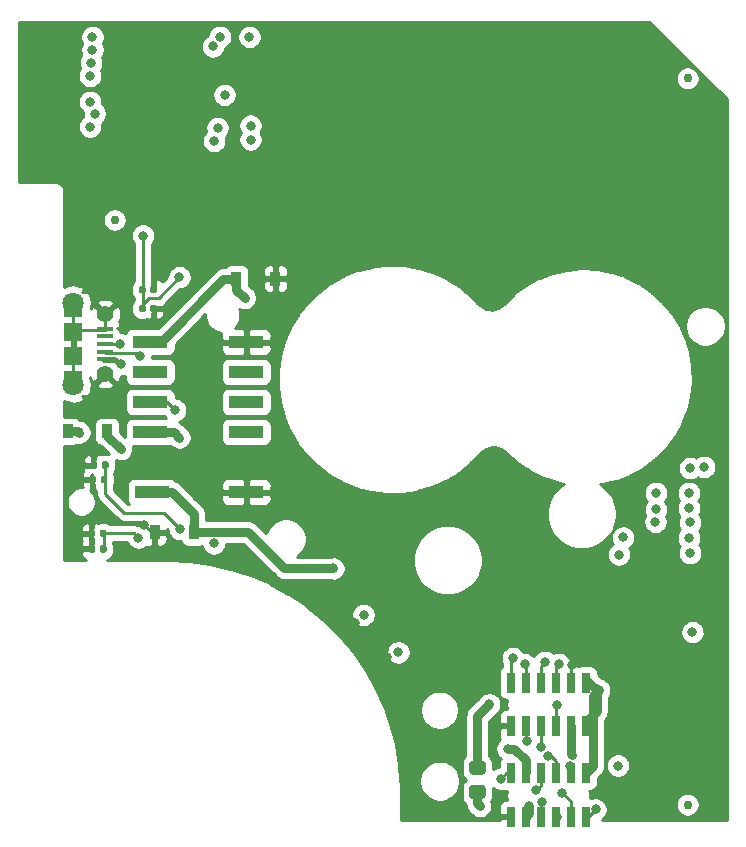
<source format=gbr>
G04 #@! TF.GenerationSoftware,KiCad,Pcbnew,5.1.6+dfsg1-1~bpo10+1*
G04 #@! TF.CreationDate,2021-03-28T20:23:35-04:00*
G04 #@! TF.ProjectId,RUSP_Daughterboard,52555350-5f44-4617-9567-68746572626f,rev?*
G04 #@! TF.SameCoordinates,Original*
G04 #@! TF.FileFunction,Copper,L4,Bot*
G04 #@! TF.FilePolarity,Positive*
%FSLAX46Y46*%
G04 Gerber Fmt 4.6, Leading zero omitted, Abs format (unit mm)*
G04 Created by KiCad (PCBNEW 5.1.6+dfsg1-1~bpo10+1) date 2021-03-28 20:23:35*
%MOMM*%
%LPD*%
G01*
G04 APERTURE LIST*
G04 #@! TA.AperFunction,SMDPad,CuDef*
%ADD10R,1.350000X0.450000*%
G04 #@! TD*
G04 #@! TA.AperFunction,ComponentPad*
%ADD11C,1.408000*%
G04 #@! TD*
G04 #@! TA.AperFunction,ComponentPad*
%ADD12C,1.800000*%
G04 #@! TD*
G04 #@! TA.AperFunction,SMDPad,CuDef*
%ADD13R,1.550000X1.500000*%
G04 #@! TD*
G04 #@! TA.AperFunction,SMDPad,CuDef*
%ADD14R,0.900000X1.200000*%
G04 #@! TD*
G04 #@! TA.AperFunction,SMDPad,CuDef*
%ADD15C,0.750000*%
G04 #@! TD*
G04 #@! TA.AperFunction,SMDPad,CuDef*
%ADD16R,0.740000X1.675000*%
G04 #@! TD*
G04 #@! TA.AperFunction,SMDPad,CuDef*
%ADD17R,3.000000X1.110000*%
G04 #@! TD*
G04 #@! TA.AperFunction,ViaPad*
%ADD18C,0.800000*%
G04 #@! TD*
G04 #@! TA.AperFunction,Conductor*
%ADD19C,0.250000*%
G04 #@! TD*
G04 #@! TA.AperFunction,Conductor*
%ADD20C,0.500000*%
G04 #@! TD*
G04 #@! TA.AperFunction,Conductor*
%ADD21C,0.750000*%
G04 #@! TD*
G04 #@! TA.AperFunction,Conductor*
%ADD22C,0.254000*%
G04 #@! TD*
G04 APERTURE END LIST*
D10*
X125675000Y-98300000D03*
X125675000Y-97650000D03*
X125675000Y-97000000D03*
X125675000Y-96350000D03*
X125675000Y-95700000D03*
D11*
X125700000Y-99500000D03*
X125700000Y-94500000D03*
D12*
X123000000Y-100500000D03*
X123000000Y-93500000D03*
D13*
X123000000Y-98000000D03*
X123000000Y-96000000D03*
X123000000Y-100050000D03*
X123000000Y-93950000D03*
G04 #@! TA.AperFunction,SMDPad,CuDef*
G36*
G01*
X129490000Y-94172500D02*
X129490000Y-93827500D01*
G75*
G02*
X129637500Y-93680000I147500J0D01*
G01*
X129932500Y-93680000D01*
G75*
G02*
X130080000Y-93827500I0J-147500D01*
G01*
X130080000Y-94172500D01*
G75*
G02*
X129932500Y-94320000I-147500J0D01*
G01*
X129637500Y-94320000D01*
G75*
G02*
X129490000Y-94172500I0J147500D01*
G01*
G37*
G04 #@! TD.AperFunction*
G04 #@! TA.AperFunction,SMDPad,CuDef*
G36*
G01*
X128520000Y-94172500D02*
X128520000Y-93827500D01*
G75*
G02*
X128667500Y-93680000I147500J0D01*
G01*
X128962500Y-93680000D01*
G75*
G02*
X129110000Y-93827500I0J-147500D01*
G01*
X129110000Y-94172500D01*
G75*
G02*
X128962500Y-94320000I-147500J0D01*
G01*
X128667500Y-94320000D01*
G75*
G02*
X128520000Y-94172500I0J147500D01*
G01*
G37*
G04 #@! TD.AperFunction*
G04 #@! TA.AperFunction,SMDPad,CuDef*
G36*
G01*
X124835000Y-114177500D02*
X124835000Y-114522500D01*
G75*
G02*
X124687500Y-114670000I-147500J0D01*
G01*
X124392500Y-114670000D01*
G75*
G02*
X124245000Y-114522500I0J147500D01*
G01*
X124245000Y-114177500D01*
G75*
G02*
X124392500Y-114030000I147500J0D01*
G01*
X124687500Y-114030000D01*
G75*
G02*
X124835000Y-114177500I0J-147500D01*
G01*
G37*
G04 #@! TD.AperFunction*
G04 #@! TA.AperFunction,SMDPad,CuDef*
G36*
G01*
X125805000Y-114177500D02*
X125805000Y-114522500D01*
G75*
G02*
X125657500Y-114670000I-147500J0D01*
G01*
X125362500Y-114670000D01*
G75*
G02*
X125215000Y-114522500I0J147500D01*
G01*
X125215000Y-114177500D01*
G75*
G02*
X125362500Y-114030000I147500J0D01*
G01*
X125657500Y-114030000D01*
G75*
G02*
X125805000Y-114177500I0J-147500D01*
G01*
G37*
G04 #@! TD.AperFunction*
G04 #@! TA.AperFunction,SMDPad,CuDef*
G36*
G01*
X125970000Y-107077500D02*
X125970000Y-107422500D01*
G75*
G02*
X125822500Y-107570000I-147500J0D01*
G01*
X125527500Y-107570000D01*
G75*
G02*
X125380000Y-107422500I0J147500D01*
G01*
X125380000Y-107077500D01*
G75*
G02*
X125527500Y-106930000I147500J0D01*
G01*
X125822500Y-106930000D01*
G75*
G02*
X125970000Y-107077500I0J-147500D01*
G01*
G37*
G04 #@! TD.AperFunction*
G04 #@! TA.AperFunction,SMDPad,CuDef*
G36*
G01*
X125000000Y-107077500D02*
X125000000Y-107422500D01*
G75*
G02*
X124852500Y-107570000I-147500J0D01*
G01*
X124557500Y-107570000D01*
G75*
G02*
X124410000Y-107422500I0J147500D01*
G01*
X124410000Y-107077500D01*
G75*
G02*
X124557500Y-106930000I147500J0D01*
G01*
X124852500Y-106930000D01*
G75*
G02*
X125000000Y-107077500I0J-147500D01*
G01*
G37*
G04 #@! TD.AperFunction*
G04 #@! TA.AperFunction,SMDPad,CuDef*
G36*
G01*
X129490000Y-92572500D02*
X129490000Y-92227500D01*
G75*
G02*
X129637500Y-92080000I147500J0D01*
G01*
X129932500Y-92080000D01*
G75*
G02*
X130080000Y-92227500I0J-147500D01*
G01*
X130080000Y-92572500D01*
G75*
G02*
X129932500Y-92720000I-147500J0D01*
G01*
X129637500Y-92720000D01*
G75*
G02*
X129490000Y-92572500I0J147500D01*
G01*
G37*
G04 #@! TD.AperFunction*
G04 #@! TA.AperFunction,SMDPad,CuDef*
G36*
G01*
X128520000Y-92572500D02*
X128520000Y-92227500D01*
G75*
G02*
X128667500Y-92080000I147500J0D01*
G01*
X128962500Y-92080000D01*
G75*
G02*
X129110000Y-92227500I0J-147500D01*
G01*
X129110000Y-92572500D01*
G75*
G02*
X128962500Y-92720000I-147500J0D01*
G01*
X128667500Y-92720000D01*
G75*
G02*
X128520000Y-92572500I0J147500D01*
G01*
G37*
G04 #@! TD.AperFunction*
G04 #@! TA.AperFunction,SMDPad,CuDef*
G36*
G01*
X125795000Y-112852500D02*
X125795000Y-113197500D01*
G75*
G02*
X125647500Y-113345000I-147500J0D01*
G01*
X125352500Y-113345000D01*
G75*
G02*
X125205000Y-113197500I0J147500D01*
G01*
X125205000Y-112852500D01*
G75*
G02*
X125352500Y-112705000I147500J0D01*
G01*
X125647500Y-112705000D01*
G75*
G02*
X125795000Y-112852500I0J-147500D01*
G01*
G37*
G04 #@! TD.AperFunction*
G04 #@! TA.AperFunction,SMDPad,CuDef*
G36*
G01*
X124825000Y-112852500D02*
X124825000Y-113197500D01*
G75*
G02*
X124677500Y-113345000I-147500J0D01*
G01*
X124382500Y-113345000D01*
G75*
G02*
X124235000Y-113197500I0J147500D01*
G01*
X124235000Y-112852500D01*
G75*
G02*
X124382500Y-112705000I147500J0D01*
G01*
X124677500Y-112705000D01*
G75*
G02*
X124825000Y-112852500I0J-147500D01*
G01*
G37*
G04 #@! TD.AperFunction*
G04 #@! TA.AperFunction,SMDPad,CuDef*
G36*
G01*
X124910000Y-108302500D02*
X124910000Y-108647500D01*
G75*
G02*
X124762500Y-108795000I-147500J0D01*
G01*
X124467500Y-108795000D01*
G75*
G02*
X124320000Y-108647500I0J147500D01*
G01*
X124320000Y-108302500D01*
G75*
G02*
X124467500Y-108155000I147500J0D01*
G01*
X124762500Y-108155000D01*
G75*
G02*
X124910000Y-108302500I0J-147500D01*
G01*
G37*
G04 #@! TD.AperFunction*
G04 #@! TA.AperFunction,SMDPad,CuDef*
G36*
G01*
X125880000Y-108302500D02*
X125880000Y-108647500D01*
G75*
G02*
X125732500Y-108795000I-147500J0D01*
G01*
X125437500Y-108795000D01*
G75*
G02*
X125290000Y-108647500I0J147500D01*
G01*
X125290000Y-108302500D01*
G75*
G02*
X125437500Y-108155000I147500J0D01*
G01*
X125732500Y-108155000D01*
G75*
G02*
X125880000Y-108302500I0J-147500D01*
G01*
G37*
G04 #@! TD.AperFunction*
D14*
X125850000Y-104400000D03*
X122550000Y-104400000D03*
D15*
X126500000Y-86500000D03*
X175000000Y-74500000D03*
X175000000Y-136000000D03*
D16*
X166375000Y-125660000D03*
X166375000Y-129340000D03*
X165105000Y-125660000D03*
X165105000Y-129340000D03*
X163835000Y-125660000D03*
X163835000Y-129340000D03*
X162565000Y-125660000D03*
X162565000Y-129340000D03*
X161295000Y-125660000D03*
X161295000Y-129340000D03*
X160025000Y-129340000D03*
X160025000Y-125660000D03*
X160025000Y-133360000D03*
X160025000Y-137040000D03*
X161295000Y-137040000D03*
X161295000Y-133360000D03*
X162565000Y-137040000D03*
X162565000Y-133360000D03*
X163835000Y-137040000D03*
X163835000Y-133360000D03*
X165105000Y-137040000D03*
X165105000Y-133360000D03*
X166375000Y-137040000D03*
X166375000Y-133360000D03*
G04 #@! TA.AperFunction,SMDPad,CuDef*
G36*
G01*
X157650001Y-135500000D02*
X156749999Y-135500000D01*
G75*
G02*
X156500000Y-135250001I0J249999D01*
G01*
X156500000Y-134599999D01*
G75*
G02*
X156749999Y-134350000I249999J0D01*
G01*
X157650001Y-134350000D01*
G75*
G02*
X157900000Y-134599999I0J-249999D01*
G01*
X157900000Y-135250001D01*
G75*
G02*
X157650001Y-135500000I-249999J0D01*
G01*
G37*
G04 #@! TD.AperFunction*
G04 #@! TA.AperFunction,SMDPad,CuDef*
G36*
G01*
X157650001Y-133450000D02*
X156749999Y-133450000D01*
G75*
G02*
X156500000Y-133200001I0J249999D01*
G01*
X156500000Y-132549999D01*
G75*
G02*
X156749999Y-132300000I249999J0D01*
G01*
X157650001Y-132300000D01*
G75*
G02*
X157900000Y-132549999I0J-249999D01*
G01*
X157900000Y-133200001D01*
G75*
G02*
X157650001Y-133450000I-249999J0D01*
G01*
G37*
G04 #@! TD.AperFunction*
D14*
X140100000Y-91475000D03*
X136800000Y-91475000D03*
X133175000Y-112950000D03*
X129875000Y-112950000D03*
D17*
X129630000Y-109530000D03*
X129502000Y-104450000D03*
X129502000Y-101910000D03*
X129502000Y-99370000D03*
X129502000Y-96830000D03*
X137630000Y-96830000D03*
X137630000Y-99370000D03*
X137630000Y-101910000D03*
X137630000Y-104450000D03*
X137630000Y-109530000D03*
D18*
X119400000Y-82200000D03*
X120300000Y-71300000D03*
X121300000Y-75400000D03*
X175300000Y-105000000D03*
X176400000Y-104900000D03*
X176700000Y-121400000D03*
X135000000Y-88400000D03*
X124500000Y-112000000D03*
X129000000Y-112300000D03*
X146800000Y-120600000D03*
X149582053Y-123517947D03*
X168185640Y-116452629D03*
X165200000Y-124200000D03*
X127000000Y-98700000D03*
X123500000Y-104500000D03*
X175200000Y-114700000D03*
X162618761Y-131086265D03*
X175200000Y-112100000D03*
X161200000Y-124100000D03*
X134800000Y-71800000D03*
X175100000Y-109600000D03*
X176400000Y-107400000D03*
X131600000Y-102600000D03*
X160200000Y-123600000D03*
X161400000Y-130600000D03*
X124500000Y-73200000D03*
X137900000Y-71000000D03*
X138000000Y-78500000D03*
X172300000Y-109600000D03*
X175200000Y-107500000D03*
X138000000Y-79700000D03*
X159200000Y-133800000D03*
X169100000Y-132700000D03*
X124400000Y-74300000D03*
X169541292Y-113370609D03*
X124600000Y-72100000D03*
X169181336Y-114820523D03*
X163900000Y-127600000D03*
X135800000Y-75900000D03*
X124400000Y-76500000D03*
X172274990Y-112057161D03*
X124800000Y-77500000D03*
X172300000Y-111000000D03*
X135200000Y-78700000D03*
X175100000Y-110900000D03*
X164100000Y-124100000D03*
X164400000Y-134974990D03*
X131974994Y-91346359D03*
X128887660Y-87812340D03*
X128500000Y-113400000D03*
X163200000Y-131900000D03*
X163900000Y-137025010D03*
X132029325Y-112674990D03*
X147571375Y-119928625D03*
X150500000Y-123100000D03*
X162200000Y-134800000D03*
X134891226Y-113875129D03*
X162700000Y-135800000D03*
X175400000Y-121400000D03*
X127000000Y-105900000D03*
X158200000Y-127500000D03*
X128625010Y-98044751D03*
X165029557Y-132760166D03*
X126900000Y-97000000D03*
X167200000Y-136400000D03*
X157400000Y-136100000D03*
X161600000Y-136100000D03*
X124400000Y-78600000D03*
X134900000Y-79800000D03*
X124600000Y-71000000D03*
X135400000Y-71000000D03*
X137500000Y-93100000D03*
X165201292Y-131775010D03*
X145000000Y-116000000D03*
X159755211Y-131280531D03*
X131962261Y-104924990D03*
X167500000Y-126300000D03*
X175100000Y-113400000D03*
X162912653Y-123912653D03*
D19*
X123000000Y-96000000D02*
X123000000Y-95800000D01*
X123000000Y-95800000D02*
X125700000Y-95800000D01*
X125700000Y-95800000D02*
X125800000Y-95700000D01*
X125800000Y-95700000D02*
X125700000Y-95600000D01*
X125700000Y-95600000D02*
X125700000Y-94500000D01*
X123000000Y-96000000D02*
X123000000Y-93600000D01*
X123000000Y-93600000D02*
X122900000Y-93500000D01*
X123000000Y-100500000D02*
X123000000Y-98000000D01*
X123000000Y-100050000D02*
X123000000Y-100600000D01*
X124530000Y-113025000D02*
X124530000Y-112030000D01*
X124530000Y-112030000D02*
X124500000Y-112000000D01*
X129875000Y-112950000D02*
X129650000Y-112950000D01*
X129650000Y-112950000D02*
X129000000Y-112300000D01*
X165105000Y-125660000D02*
X165105000Y-124295000D01*
X165105000Y-124295000D02*
X165200000Y-124200000D01*
D20*
X126900000Y-98700000D02*
X126525001Y-98325001D01*
X126525001Y-98325001D02*
X125600000Y-98325001D01*
D19*
X126900000Y-98700000D02*
X127000000Y-98700000D01*
D21*
X123400000Y-104400000D02*
X123500000Y-104500000D01*
X122550000Y-104400000D02*
X123400000Y-104400000D01*
D19*
X162565000Y-129340000D02*
X162565000Y-131032504D01*
X162565000Y-131032504D02*
X162618761Y-131086265D01*
X161295000Y-124195000D02*
X161200000Y-124100000D01*
X161295000Y-125660000D02*
X161295000Y-124195000D01*
X129502000Y-101910000D02*
X130910000Y-101910000D01*
X130910000Y-101910000D02*
X131600000Y-102600000D01*
X160025000Y-123775000D02*
X160200000Y-123600000D01*
X160025000Y-125660000D02*
X160025000Y-123775000D01*
X161295000Y-129340000D02*
X161295000Y-130495000D01*
X161295000Y-130495000D02*
X161400000Y-130600000D01*
X160025000Y-133360000D02*
X159640000Y-133360000D01*
X159640000Y-133360000D02*
X159200000Y-133800000D01*
X163835000Y-127665000D02*
X163900000Y-127600000D01*
X163835000Y-129340000D02*
X163835000Y-127665000D01*
X163835000Y-124365000D02*
X164100000Y-124100000D01*
X163835000Y-125660000D02*
X163835000Y-124365000D01*
X165105000Y-135679990D02*
X164400000Y-134974990D01*
X165105000Y-137040000D02*
X165105000Y-135679990D01*
X130199995Y-93121358D02*
X131974994Y-91346359D01*
X128887660Y-88378025D02*
X128887660Y-87812340D01*
X128800000Y-94100000D02*
X128887660Y-94012340D01*
X128815000Y-94000000D02*
X128815000Y-93680000D01*
X128815000Y-93680000D02*
X129373642Y-93121358D01*
X129373642Y-93121358D02*
X130199995Y-93121358D01*
X128887660Y-94012340D02*
X128887660Y-88378025D01*
X128500000Y-113400000D02*
X128100000Y-113000000D01*
X128100000Y-113000000D02*
X125600000Y-113000000D01*
X125600000Y-113000000D02*
X125600000Y-114400000D01*
X163835000Y-133360000D02*
X163835000Y-132272500D01*
X163462500Y-131900000D02*
X163200000Y-131900000D01*
X163835000Y-132272500D02*
X163462500Y-131900000D01*
X127300000Y-111300000D02*
X130654335Y-111300000D01*
X125700000Y-109700000D02*
X127300000Y-111300000D01*
X130654335Y-111300000D02*
X132029325Y-112674990D01*
X125700000Y-107300000D02*
X125700000Y-109700000D01*
X162565000Y-133360000D02*
X162565000Y-134435000D01*
X162565000Y-134435000D02*
X162200000Y-134800000D01*
X162565000Y-137040000D02*
X162565000Y-135935000D01*
X162565000Y-135935000D02*
X162700000Y-135800000D01*
D21*
X125850000Y-104400000D02*
X125850000Y-104750000D01*
X125850000Y-104750000D02*
X127000000Y-105900000D01*
X157200000Y-132875000D02*
X157200000Y-128500000D01*
X157200000Y-128500000D02*
X158200000Y-127500000D01*
D19*
X128305260Y-97725001D02*
X128625010Y-98044751D01*
X125675000Y-97650000D02*
X125750001Y-97725001D01*
X125750001Y-97725001D02*
X128305260Y-97725001D01*
X165105000Y-133360000D02*
X165105000Y-132835609D01*
X165105000Y-132835609D02*
X165029557Y-132760166D01*
X125675000Y-97000000D02*
X126900000Y-97000000D01*
X166560000Y-137040000D02*
X167200000Y-136400000D01*
X166375000Y-137040000D02*
X166560000Y-137040000D01*
D21*
X157200000Y-135900000D02*
X157400000Y-136100000D01*
X157200000Y-134925000D02*
X157200000Y-135900000D01*
X161295000Y-137040000D02*
X161600000Y-136735000D01*
X161600000Y-136735000D02*
X161600000Y-136100000D01*
X129502000Y-96830000D02*
X130370000Y-96830000D01*
X130370000Y-96830000D02*
X135700000Y-91500000D01*
X135700000Y-91500000D02*
X136800000Y-91500000D01*
X136800000Y-91475000D02*
X136800000Y-92400000D01*
X136800000Y-92400000D02*
X137500000Y-93100000D01*
X165105000Y-129340000D02*
X165105000Y-131678718D01*
X165105000Y-131678718D02*
X165201292Y-131775010D01*
X129630000Y-109530000D02*
X129730000Y-109530000D01*
X129630000Y-109530000D02*
X131330000Y-109530000D01*
X131330000Y-109530000D02*
X133200000Y-111400000D01*
X133200000Y-111400000D02*
X133200000Y-112900000D01*
X140862365Y-116000000D02*
X145000000Y-116000000D01*
X133175000Y-112950000D02*
X133224872Y-112900128D01*
X137762493Y-112900128D02*
X140862365Y-116000000D01*
X133224872Y-112900128D02*
X137762493Y-112900128D01*
X161300000Y-133200000D02*
X161300000Y-132259635D01*
X161300000Y-132259635D02*
X160320896Y-131280531D01*
X160320896Y-131280531D02*
X159755211Y-131280531D01*
X166375000Y-129340000D02*
X166375000Y-129025000D01*
X166375000Y-129025000D02*
X167300000Y-128100000D01*
X167300000Y-128100000D02*
X167300000Y-126300000D01*
X167300000Y-126300000D02*
X166500000Y-125500000D01*
X131487271Y-104450000D02*
X131962261Y-104924990D01*
X129502000Y-104450000D02*
X131487271Y-104450000D01*
X166999999Y-132735001D02*
X166999999Y-127299999D01*
X166999999Y-128715001D02*
X166999999Y-127299999D01*
X166375000Y-133360000D02*
X166999999Y-132735001D01*
X166999999Y-127299999D02*
X166999999Y-126800001D01*
X166999999Y-126800001D02*
X167500000Y-126300000D01*
X166375000Y-129340000D02*
X166999999Y-128715001D01*
D19*
X162565000Y-124260306D02*
X162912653Y-123912653D01*
X162565000Y-125660000D02*
X162565000Y-124260306D01*
D22*
G36*
X178290000Y-76294092D02*
G01*
X178290001Y-137290000D01*
X167730971Y-137290000D01*
X167859774Y-137203937D01*
X168003937Y-137059774D01*
X168117205Y-136890256D01*
X168195226Y-136701898D01*
X168235000Y-136501939D01*
X168235000Y-136298061D01*
X168195226Y-136098102D01*
X168117205Y-135909744D01*
X168111045Y-135900524D01*
X173990000Y-135900524D01*
X173990000Y-136099476D01*
X174028814Y-136294606D01*
X174104950Y-136478414D01*
X174215482Y-136643837D01*
X174356163Y-136784518D01*
X174521586Y-136895050D01*
X174705394Y-136971186D01*
X174900524Y-137010000D01*
X175099476Y-137010000D01*
X175294606Y-136971186D01*
X175478414Y-136895050D01*
X175643837Y-136784518D01*
X175784518Y-136643837D01*
X175895050Y-136478414D01*
X175971186Y-136294606D01*
X176010000Y-136099476D01*
X176010000Y-135900524D01*
X175971186Y-135705394D01*
X175895050Y-135521586D01*
X175784518Y-135356163D01*
X175643837Y-135215482D01*
X175478414Y-135104950D01*
X175294606Y-135028814D01*
X175099476Y-134990000D01*
X174900524Y-134990000D01*
X174705394Y-135028814D01*
X174521586Y-135104950D01*
X174356163Y-135215482D01*
X174215482Y-135356163D01*
X174104950Y-135521586D01*
X174028814Y-135705394D01*
X173990000Y-135900524D01*
X168111045Y-135900524D01*
X168003937Y-135740226D01*
X167859774Y-135596063D01*
X167690256Y-135482795D01*
X167501898Y-135404774D01*
X167301939Y-135365000D01*
X167098061Y-135365000D01*
X166898102Y-135404774D01*
X166719432Y-135478782D01*
X166755000Y-135299969D01*
X166755000Y-135100031D01*
X166715994Y-134903935D01*
X166687677Y-134835572D01*
X166745000Y-134835572D01*
X166869482Y-134823312D01*
X166989180Y-134787002D01*
X167099494Y-134728037D01*
X167196185Y-134648685D01*
X167275537Y-134551994D01*
X167334502Y-134441680D01*
X167370812Y-134321982D01*
X167383072Y-134197500D01*
X167383072Y-133780283D01*
X167679088Y-133484266D01*
X167717632Y-133452634D01*
X167843846Y-133298841D01*
X167937631Y-133123381D01*
X167995384Y-132932995D01*
X168009999Y-132784609D01*
X168009999Y-132784607D01*
X168014885Y-132735002D01*
X168009999Y-132685397D01*
X168009999Y-132598061D01*
X168065000Y-132598061D01*
X168065000Y-132801939D01*
X168104774Y-133001898D01*
X168182795Y-133190256D01*
X168296063Y-133359774D01*
X168440226Y-133503937D01*
X168609744Y-133617205D01*
X168798102Y-133695226D01*
X168998061Y-133735000D01*
X169201939Y-133735000D01*
X169401898Y-133695226D01*
X169590256Y-133617205D01*
X169759774Y-133503937D01*
X169903937Y-133359774D01*
X170017205Y-133190256D01*
X170095226Y-133001898D01*
X170135000Y-132801939D01*
X170135000Y-132598061D01*
X170095226Y-132398102D01*
X170017205Y-132209744D01*
X169903937Y-132040226D01*
X169759774Y-131896063D01*
X169590256Y-131782795D01*
X169401898Y-131704774D01*
X169201939Y-131665000D01*
X168998061Y-131665000D01*
X168798102Y-131704774D01*
X168609744Y-131782795D01*
X168440226Y-131896063D01*
X168296063Y-132040226D01*
X168182795Y-132209744D01*
X168104774Y-132398102D01*
X168065000Y-132598061D01*
X168009999Y-132598061D01*
X168009999Y-128823898D01*
X168017633Y-128817633D01*
X168143847Y-128663840D01*
X168237632Y-128488380D01*
X168241389Y-128475994D01*
X168295385Y-128297995D01*
X168314886Y-128100000D01*
X168310000Y-128050392D01*
X168310000Y-126950700D01*
X168417205Y-126790256D01*
X168495226Y-126601898D01*
X168535000Y-126401939D01*
X168535000Y-126198061D01*
X168495226Y-125998102D01*
X168417205Y-125809744D01*
X168303937Y-125640226D01*
X168159774Y-125496063D01*
X167990256Y-125382795D01*
X167801898Y-125304774D01*
X167716054Y-125287699D01*
X167383072Y-124954717D01*
X167383072Y-124822500D01*
X167370812Y-124698018D01*
X167334502Y-124578320D01*
X167275537Y-124468006D01*
X167196185Y-124371315D01*
X167099494Y-124291963D01*
X166989180Y-124232998D01*
X166869482Y-124196688D01*
X166745000Y-124184428D01*
X166005000Y-124184428D01*
X165880518Y-124196688D01*
X165760820Y-124232998D01*
X165740000Y-124244127D01*
X165719180Y-124232998D01*
X165599482Y-124196688D01*
X165475000Y-124184428D01*
X165390750Y-124187500D01*
X165232002Y-124346248D01*
X165232002Y-124187500D01*
X165135000Y-124187500D01*
X165135000Y-123998061D01*
X165095226Y-123798102D01*
X165017205Y-123609744D01*
X164903937Y-123440226D01*
X164759774Y-123296063D01*
X164590256Y-123182795D01*
X164401898Y-123104774D01*
X164201939Y-123065000D01*
X163998061Y-123065000D01*
X163798102Y-123104774D01*
X163635739Y-123172028D01*
X163572427Y-123108716D01*
X163402909Y-122995448D01*
X163214551Y-122917427D01*
X163014592Y-122877653D01*
X162810714Y-122877653D01*
X162610755Y-122917427D01*
X162422397Y-122995448D01*
X162252879Y-123108716D01*
X162108716Y-123252879D01*
X161995448Y-123422397D01*
X161992712Y-123429001D01*
X161859774Y-123296063D01*
X161690256Y-123182795D01*
X161501898Y-123104774D01*
X161301939Y-123065000D01*
X161098061Y-123065000D01*
X161088570Y-123066888D01*
X161003937Y-122940226D01*
X160859774Y-122796063D01*
X160690256Y-122682795D01*
X160501898Y-122604774D01*
X160301939Y-122565000D01*
X160098061Y-122565000D01*
X159898102Y-122604774D01*
X159709744Y-122682795D01*
X159540226Y-122796063D01*
X159396063Y-122940226D01*
X159282795Y-123109744D01*
X159204774Y-123298102D01*
X159165000Y-123498061D01*
X159165000Y-123701939D01*
X159204774Y-123901898D01*
X159265001Y-124047297D01*
X159265001Y-124321101D01*
X159203815Y-124371315D01*
X159124463Y-124468006D01*
X159065498Y-124578320D01*
X159029188Y-124698018D01*
X159016928Y-124822500D01*
X159016928Y-126497500D01*
X159029188Y-126621982D01*
X159065498Y-126741680D01*
X159124463Y-126851994D01*
X159203815Y-126948685D01*
X159300506Y-127028037D01*
X159410820Y-127087002D01*
X159530518Y-127123312D01*
X159655000Y-127135572D01*
X159712323Y-127135572D01*
X159684006Y-127203935D01*
X159645000Y-127400031D01*
X159645000Y-127599969D01*
X159684006Y-127796065D01*
X159713202Y-127866550D01*
X159655000Y-127864428D01*
X159530518Y-127876688D01*
X159410820Y-127912998D01*
X159300506Y-127971963D01*
X159203815Y-128051315D01*
X159124463Y-128148006D01*
X159065498Y-128258320D01*
X159029188Y-128378018D01*
X159016928Y-128502500D01*
X159020000Y-129054250D01*
X159178750Y-129213000D01*
X159898000Y-129213000D01*
X159898000Y-129193000D01*
X160152000Y-129193000D01*
X160152000Y-129213000D01*
X160172000Y-129213000D01*
X160172000Y-129467000D01*
X160152000Y-129467000D01*
X160152000Y-129487000D01*
X159898000Y-129487000D01*
X159898000Y-129467000D01*
X159178750Y-129467000D01*
X159020000Y-129625750D01*
X159016928Y-130177500D01*
X159029188Y-130301982D01*
X159065498Y-130421680D01*
X159095055Y-130476976D01*
X158951274Y-130620757D01*
X158838006Y-130790275D01*
X158759985Y-130978633D01*
X158720211Y-131178592D01*
X158720211Y-131382470D01*
X158759985Y-131582429D01*
X158838006Y-131770787D01*
X158951274Y-131940305D01*
X159095437Y-132084468D01*
X159158461Y-132126579D01*
X159124463Y-132168006D01*
X159065498Y-132278320D01*
X159029188Y-132398018D01*
X159016928Y-132522500D01*
X159016928Y-132781138D01*
X158898102Y-132804774D01*
X158709744Y-132882795D01*
X158540226Y-132996063D01*
X158538072Y-132998217D01*
X158538072Y-132549999D01*
X158521008Y-132376745D01*
X158470472Y-132210149D01*
X158388405Y-132056613D01*
X158277962Y-131922038D01*
X158210000Y-131866263D01*
X158210000Y-128918355D01*
X158753226Y-128375130D01*
X158859774Y-128303937D01*
X159003937Y-128159774D01*
X159117205Y-127990256D01*
X159195226Y-127801898D01*
X159235000Y-127601939D01*
X159235000Y-127398061D01*
X159195226Y-127198102D01*
X159117205Y-127009744D01*
X159003937Y-126840226D01*
X158859774Y-126696063D01*
X158690256Y-126582795D01*
X158501898Y-126504774D01*
X158301939Y-126465000D01*
X158098061Y-126465000D01*
X157898102Y-126504774D01*
X157709744Y-126582795D01*
X157540226Y-126696063D01*
X157396063Y-126840226D01*
X157324870Y-126946774D01*
X156520901Y-127750744D01*
X156482368Y-127782367D01*
X156450745Y-127820900D01*
X156450744Y-127820901D01*
X156356154Y-127936160D01*
X156262368Y-128111621D01*
X156204615Y-128302006D01*
X156185114Y-128500000D01*
X156190001Y-128549618D01*
X156190000Y-131866263D01*
X156122038Y-131922038D01*
X156011595Y-132056613D01*
X155929528Y-132210149D01*
X155878992Y-132376745D01*
X155861928Y-132549999D01*
X155861928Y-133200001D01*
X155878992Y-133373255D01*
X155929528Y-133539851D01*
X156011595Y-133693387D01*
X156122038Y-133827962D01*
X156209816Y-133900000D01*
X156122038Y-133972038D01*
X156011595Y-134106613D01*
X155929528Y-134260149D01*
X155878992Y-134426745D01*
X155861928Y-134599999D01*
X155861928Y-135250001D01*
X155878992Y-135423255D01*
X155929528Y-135589851D01*
X156011595Y-135743387D01*
X156122038Y-135877962D01*
X156188299Y-135932341D01*
X156204615Y-136097994D01*
X156262368Y-136288379D01*
X156356154Y-136463840D01*
X156409628Y-136528998D01*
X156482368Y-136617633D01*
X156520901Y-136649256D01*
X156524868Y-136653223D01*
X156596063Y-136759774D01*
X156740226Y-136903937D01*
X156909744Y-137017205D01*
X157098102Y-137095226D01*
X157298061Y-137135000D01*
X157501939Y-137135000D01*
X157701898Y-137095226D01*
X157890256Y-137017205D01*
X158059774Y-136903937D01*
X158203937Y-136759774D01*
X158317205Y-136590256D01*
X158395226Y-136401898D01*
X158435000Y-136201939D01*
X158435000Y-135998061D01*
X158395226Y-135798102D01*
X158377876Y-135756216D01*
X158388405Y-135743387D01*
X158470472Y-135589851D01*
X158521008Y-135423255D01*
X158538072Y-135250001D01*
X158538072Y-134601783D01*
X158540226Y-134603937D01*
X158709744Y-134717205D01*
X158898102Y-134795226D01*
X159098061Y-134835000D01*
X159301939Y-134835000D01*
X159463264Y-134802911D01*
X159530518Y-134823312D01*
X159655000Y-134835572D01*
X159712323Y-134835572D01*
X159684006Y-134903935D01*
X159645000Y-135100031D01*
X159645000Y-135299969D01*
X159684006Y-135496065D01*
X159713202Y-135566550D01*
X159655000Y-135564428D01*
X159530518Y-135576688D01*
X159410820Y-135612998D01*
X159300506Y-135671963D01*
X159203815Y-135751315D01*
X159124463Y-135848006D01*
X159065498Y-135958320D01*
X159029188Y-136078018D01*
X159016928Y-136202500D01*
X159020000Y-136754250D01*
X159178750Y-136913000D01*
X159898000Y-136913000D01*
X159898000Y-136893000D01*
X160152000Y-136893000D01*
X160152000Y-136913000D01*
X160172000Y-136913000D01*
X160172000Y-137167000D01*
X160152000Y-137167000D01*
X160152000Y-137187000D01*
X159898000Y-137187000D01*
X159898000Y-137167000D01*
X159178750Y-137167000D01*
X159055750Y-137290000D01*
X150710000Y-137290000D01*
X150710000Y-134965123D01*
X150709513Y-134960182D01*
X150702523Y-134459576D01*
X150702449Y-134458337D01*
X150702484Y-134457097D01*
X150700685Y-134417490D01*
X150657478Y-133829117D01*
X152265000Y-133829117D01*
X152265000Y-134170883D01*
X152331675Y-134506081D01*
X152462463Y-134821831D01*
X152652337Y-135105998D01*
X152894002Y-135347663D01*
X153178169Y-135537537D01*
X153493919Y-135668325D01*
X153829117Y-135735000D01*
X154170883Y-135735000D01*
X154506081Y-135668325D01*
X154821831Y-135537537D01*
X155105998Y-135347663D01*
X155347663Y-135105998D01*
X155537537Y-134821831D01*
X155668325Y-134506081D01*
X155735000Y-134170883D01*
X155735000Y-133829117D01*
X155668325Y-133493919D01*
X155537537Y-133178169D01*
X155347663Y-132894002D01*
X155105998Y-132652337D01*
X154821831Y-132462463D01*
X154506081Y-132331675D01*
X154170883Y-132265000D01*
X153829117Y-132265000D01*
X153493919Y-132331675D01*
X153178169Y-132462463D01*
X152894002Y-132652337D01*
X152652337Y-132894002D01*
X152462463Y-133178169D01*
X152331675Y-133493919D01*
X152265000Y-133829117D01*
X150657478Y-133829117D01*
X150574438Y-132698326D01*
X150572971Y-132686020D01*
X150572192Y-132673645D01*
X150566811Y-132634363D01*
X150285270Y-130933716D01*
X150282694Y-130921596D01*
X150280797Y-130909342D01*
X150271878Y-130870709D01*
X149837363Y-129202578D01*
X149833695Y-129190727D01*
X149830698Y-129178708D01*
X149818331Y-129141095D01*
X149818315Y-129141043D01*
X149818307Y-129141024D01*
X149348652Y-127836504D01*
X152340000Y-127836504D01*
X152340000Y-128163496D01*
X152403793Y-128484204D01*
X152528927Y-128786305D01*
X152710594Y-129058188D01*
X152941812Y-129289406D01*
X153213695Y-129471073D01*
X153515796Y-129596207D01*
X153836504Y-129660000D01*
X154163496Y-129660000D01*
X154484204Y-129596207D01*
X154786305Y-129471073D01*
X155058188Y-129289406D01*
X155289406Y-129058188D01*
X155471073Y-128786305D01*
X155596207Y-128484204D01*
X155660000Y-128163496D01*
X155660000Y-127836504D01*
X155596207Y-127515796D01*
X155471073Y-127213695D01*
X155289406Y-126941812D01*
X155058188Y-126710594D01*
X154786305Y-126528927D01*
X154484204Y-126403793D01*
X154163496Y-126340000D01*
X153836504Y-126340000D01*
X153515796Y-126403793D01*
X153213695Y-126528927D01*
X152941812Y-126710594D01*
X152710594Y-126941812D01*
X152528927Y-127213695D01*
X152403793Y-127515796D01*
X152340000Y-127836504D01*
X149348652Y-127836504D01*
X149234400Y-127519159D01*
X149229679Y-127507706D01*
X149225600Y-127495991D01*
X149209874Y-127459653D01*
X149209854Y-127459604D01*
X149209845Y-127459586D01*
X148481347Y-125897316D01*
X148475599Y-125886320D01*
X148470482Y-125875041D01*
X148451503Y-125840230D01*
X147584400Y-124350400D01*
X147577687Y-124339983D01*
X147571562Y-124329201D01*
X147549506Y-124296254D01*
X146626929Y-122998061D01*
X149465000Y-122998061D01*
X149465000Y-123201939D01*
X149504774Y-123401898D01*
X149582795Y-123590256D01*
X149696063Y-123759774D01*
X149840226Y-123903937D01*
X150009744Y-124017205D01*
X150198102Y-124095226D01*
X150398061Y-124135000D01*
X150601939Y-124135000D01*
X150801898Y-124095226D01*
X150990256Y-124017205D01*
X151159774Y-123903937D01*
X151303937Y-123759774D01*
X151417205Y-123590256D01*
X151495226Y-123401898D01*
X151535000Y-123201939D01*
X151535000Y-122998061D01*
X151495226Y-122798102D01*
X151417205Y-122609744D01*
X151303937Y-122440226D01*
X151159774Y-122296063D01*
X150990256Y-122182795D01*
X150801898Y-122104774D01*
X150601939Y-122065000D01*
X150398061Y-122065000D01*
X150198102Y-122104774D01*
X150009744Y-122182795D01*
X149840226Y-122296063D01*
X149696063Y-122440226D01*
X149582795Y-122609744D01*
X149504774Y-122798102D01*
X149465000Y-122998061D01*
X146626929Y-122998061D01*
X146550945Y-122891142D01*
X146543306Y-122881364D01*
X146536238Y-122871195D01*
X146511287Y-122840382D01*
X145389487Y-121531555D01*
X145380997Y-121522514D01*
X145373033Y-121513023D01*
X145345391Y-121484599D01*
X145153570Y-121298061D01*
X174365000Y-121298061D01*
X174365000Y-121501939D01*
X174404774Y-121701898D01*
X174482795Y-121890256D01*
X174596063Y-122059774D01*
X174740226Y-122203937D01*
X174909744Y-122317205D01*
X175098102Y-122395226D01*
X175298061Y-122435000D01*
X175501939Y-122435000D01*
X175701898Y-122395226D01*
X175890256Y-122317205D01*
X176059774Y-122203937D01*
X176203937Y-122059774D01*
X176317205Y-121890256D01*
X176395226Y-121701898D01*
X176435000Y-121501939D01*
X176435000Y-121298061D01*
X176395226Y-121098102D01*
X176317205Y-120909744D01*
X176203937Y-120740226D01*
X176059774Y-120596063D01*
X175890256Y-120482795D01*
X175701898Y-120404774D01*
X175501939Y-120365000D01*
X175298061Y-120365000D01*
X175098102Y-120404774D01*
X174909744Y-120482795D01*
X174740226Y-120596063D01*
X174596063Y-120740226D01*
X174482795Y-120909744D01*
X174404774Y-121098102D01*
X174365000Y-121298061D01*
X145153570Y-121298061D01*
X144109585Y-120282830D01*
X144100321Y-120274605D01*
X144091519Y-120265864D01*
X144061444Y-120240087D01*
X144061416Y-120240062D01*
X144061405Y-120240054D01*
X143550938Y-119826686D01*
X146536375Y-119826686D01*
X146536375Y-120030564D01*
X146576149Y-120230523D01*
X146654170Y-120418881D01*
X146767438Y-120588399D01*
X146911601Y-120732562D01*
X147081119Y-120845830D01*
X147269477Y-120923851D01*
X147469436Y-120963625D01*
X147673314Y-120963625D01*
X147873273Y-120923851D01*
X148061631Y-120845830D01*
X148231149Y-120732562D01*
X148375312Y-120588399D01*
X148488580Y-120418881D01*
X148566601Y-120230523D01*
X148606375Y-120030564D01*
X148606375Y-119826686D01*
X148566601Y-119626727D01*
X148488580Y-119438369D01*
X148375312Y-119268851D01*
X148231149Y-119124688D01*
X148061631Y-119011420D01*
X147873273Y-118933399D01*
X147673314Y-118893625D01*
X147469436Y-118893625D01*
X147269477Y-118933399D01*
X147081119Y-119011420D01*
X146911601Y-119124688D01*
X146767438Y-119268851D01*
X146654170Y-119438369D01*
X146576149Y-119626727D01*
X146536375Y-119826686D01*
X143550938Y-119826686D01*
X142721776Y-119155244D01*
X142711799Y-119147889D01*
X142702248Y-119139987D01*
X142669929Y-119117019D01*
X141237483Y-118158080D01*
X141226875Y-118151656D01*
X141216651Y-118144655D01*
X141182384Y-118124711D01*
X139668923Y-117299545D01*
X139657787Y-117294113D01*
X139646961Y-117288063D01*
X139611027Y-117271307D01*
X138029007Y-116586706D01*
X138017417Y-116582303D01*
X138006094Y-116577262D01*
X137968790Y-116563832D01*
X136331235Y-116025431D01*
X136319302Y-116022099D01*
X136307561Y-116018102D01*
X136269207Y-116008112D01*
X136269193Y-116008108D01*
X136269188Y-116008107D01*
X134589579Y-115620339D01*
X134577377Y-115618100D01*
X134565338Y-115615187D01*
X134526222Y-115608711D01*
X132818377Y-115374765D01*
X132806027Y-115373641D01*
X132793769Y-115371831D01*
X132754227Y-115368927D01*
X131050932Y-115291581D01*
X131034877Y-115290000D01*
X125820571Y-115290000D01*
X125958125Y-115248274D01*
X126093940Y-115175679D01*
X126212983Y-115077983D01*
X126310679Y-114958940D01*
X126383274Y-114823125D01*
X126427977Y-114675757D01*
X126443072Y-114522500D01*
X126443072Y-114177500D01*
X126427977Y-114024243D01*
X126383274Y-113876875D01*
X126360000Y-113833333D01*
X126360000Y-113760000D01*
X127528841Y-113760000D01*
X127582795Y-113890256D01*
X127696063Y-114059774D01*
X127840226Y-114203937D01*
X128009744Y-114317205D01*
X128198102Y-114395226D01*
X128398061Y-114435000D01*
X128601939Y-114435000D01*
X128801898Y-114395226D01*
X128990256Y-114317205D01*
X129159774Y-114203937D01*
X129214110Y-114149601D01*
X129300518Y-114175812D01*
X129425000Y-114188072D01*
X129589250Y-114185000D01*
X129748000Y-114026250D01*
X129748000Y-113077000D01*
X130002000Y-113077000D01*
X130002000Y-114026250D01*
X130160750Y-114185000D01*
X130325000Y-114188072D01*
X130449482Y-114175812D01*
X130569180Y-114139502D01*
X130679494Y-114080537D01*
X130776185Y-114001185D01*
X130855537Y-113904494D01*
X130914502Y-113794180D01*
X130950812Y-113674482D01*
X130963072Y-113550000D01*
X130960000Y-113235750D01*
X130801250Y-113077000D01*
X130002000Y-113077000D01*
X129748000Y-113077000D01*
X129728000Y-113077000D01*
X129728000Y-112823000D01*
X129748000Y-112823000D01*
X129748000Y-112803000D01*
X130002000Y-112803000D01*
X130002000Y-112823000D01*
X130801250Y-112823000D01*
X130951892Y-112672358D01*
X130994325Y-112714792D01*
X130994325Y-112776929D01*
X131034099Y-112976888D01*
X131112120Y-113165246D01*
X131225388Y-113334764D01*
X131369551Y-113478927D01*
X131539069Y-113592195D01*
X131727427Y-113670216D01*
X131927386Y-113709990D01*
X132109959Y-113709990D01*
X132135498Y-113794180D01*
X132194463Y-113904494D01*
X132273815Y-114001185D01*
X132370506Y-114080537D01*
X132480820Y-114139502D01*
X132600518Y-114175812D01*
X132725000Y-114188072D01*
X133625000Y-114188072D01*
X133749482Y-114175812D01*
X133869180Y-114139502D01*
X133886676Y-114130150D01*
X133896000Y-114177027D01*
X133974021Y-114365385D01*
X134087289Y-114534903D01*
X134231452Y-114679066D01*
X134400970Y-114792334D01*
X134589328Y-114870355D01*
X134789287Y-114910129D01*
X134993165Y-114910129D01*
X135193124Y-114870355D01*
X135381482Y-114792334D01*
X135551000Y-114679066D01*
X135695163Y-114534903D01*
X135808431Y-114365385D01*
X135886452Y-114177027D01*
X135926226Y-113977068D01*
X135926226Y-113910128D01*
X137344138Y-113910128D01*
X140113104Y-116679094D01*
X140144732Y-116717633D01*
X140298525Y-116843847D01*
X140364616Y-116879173D01*
X140473985Y-116937632D01*
X140664370Y-116995385D01*
X140862364Y-117014886D01*
X140911972Y-117010000D01*
X144772377Y-117010000D01*
X144898061Y-117035000D01*
X145101939Y-117035000D01*
X145301898Y-116995226D01*
X145490256Y-116917205D01*
X145659774Y-116803937D01*
X145803937Y-116659774D01*
X145917205Y-116490256D01*
X145995226Y-116301898D01*
X146035000Y-116101939D01*
X146035000Y-115898061D01*
X145995226Y-115698102D01*
X145917205Y-115509744D01*
X145803937Y-115340226D01*
X145659774Y-115196063D01*
X145490256Y-115082795D01*
X145311881Y-115008909D01*
X151712350Y-115008909D01*
X151712350Y-115593091D01*
X151826318Y-116166048D01*
X152049875Y-116705762D01*
X152374429Y-117191492D01*
X152787508Y-117604571D01*
X153273238Y-117929125D01*
X153812952Y-118152682D01*
X154385909Y-118266650D01*
X154970091Y-118266650D01*
X155543048Y-118152682D01*
X156082762Y-117929125D01*
X156568492Y-117604571D01*
X156981571Y-117191492D01*
X157306125Y-116705762D01*
X157529682Y-116166048D01*
X157643650Y-115593091D01*
X157643650Y-115008909D01*
X157585901Y-114718584D01*
X168146336Y-114718584D01*
X168146336Y-114922462D01*
X168186110Y-115122421D01*
X168264131Y-115310779D01*
X168377399Y-115480297D01*
X168521562Y-115624460D01*
X168691080Y-115737728D01*
X168879438Y-115815749D01*
X169079397Y-115855523D01*
X169283275Y-115855523D01*
X169483234Y-115815749D01*
X169671592Y-115737728D01*
X169841110Y-115624460D01*
X169985273Y-115480297D01*
X170098541Y-115310779D01*
X170176562Y-115122421D01*
X170216336Y-114922462D01*
X170216336Y-114718584D01*
X170176562Y-114518625D01*
X170098541Y-114330267D01*
X170058252Y-114269971D01*
X170201066Y-114174546D01*
X170345229Y-114030383D01*
X170458497Y-113860865D01*
X170536518Y-113672507D01*
X170576292Y-113472548D01*
X170576292Y-113268670D01*
X170536518Y-113068711D01*
X170458497Y-112880353D01*
X170345229Y-112710835D01*
X170201066Y-112566672D01*
X170031548Y-112453404D01*
X169843190Y-112375383D01*
X169643231Y-112335609D01*
X169439353Y-112335609D01*
X169239394Y-112375383D01*
X169051036Y-112453404D01*
X168881518Y-112566672D01*
X168737355Y-112710835D01*
X168624087Y-112880353D01*
X168546066Y-113068711D01*
X168506292Y-113268670D01*
X168506292Y-113472548D01*
X168546066Y-113672507D01*
X168624087Y-113860865D01*
X168664376Y-113921161D01*
X168521562Y-114016586D01*
X168377399Y-114160749D01*
X168264131Y-114330267D01*
X168186110Y-114518625D01*
X168146336Y-114718584D01*
X157585901Y-114718584D01*
X157529682Y-114435952D01*
X157306125Y-113896238D01*
X156981571Y-113410508D01*
X156568492Y-112997429D01*
X156082762Y-112672875D01*
X155543048Y-112449318D01*
X154970091Y-112335350D01*
X154385909Y-112335350D01*
X153812952Y-112449318D01*
X153273238Y-112672875D01*
X152787508Y-112997429D01*
X152374429Y-113410508D01*
X152049875Y-113896238D01*
X151826318Y-114435952D01*
X151712350Y-115008909D01*
X145311881Y-115008909D01*
X145301898Y-115004774D01*
X145101939Y-114965000D01*
X144898061Y-114965000D01*
X144772377Y-114990000D01*
X141892975Y-114990000D01*
X142105998Y-114847663D01*
X142347663Y-114605998D01*
X142537537Y-114321831D01*
X142668325Y-114006081D01*
X142735000Y-113670883D01*
X142735000Y-113329117D01*
X142668325Y-112993919D01*
X142537537Y-112678169D01*
X142347663Y-112394002D01*
X142105998Y-112152337D01*
X141821831Y-111962463D01*
X141506081Y-111831675D01*
X141170883Y-111765000D01*
X140829117Y-111765000D01*
X140493919Y-111831675D01*
X140178169Y-111962463D01*
X139894002Y-112152337D01*
X139652337Y-112394002D01*
X139462463Y-112678169D01*
X139331675Y-112993919D01*
X139323871Y-113033151D01*
X138511754Y-112221034D01*
X138480126Y-112182495D01*
X138326333Y-112056281D01*
X138150873Y-111962496D01*
X137960487Y-111904743D01*
X137812101Y-111890128D01*
X137762493Y-111885242D01*
X137712885Y-111890128D01*
X134210000Y-111890128D01*
X134210000Y-111449604D01*
X134214886Y-111399999D01*
X134208906Y-111339287D01*
X134195385Y-111202006D01*
X134137632Y-111011620D01*
X134043847Y-110836160D01*
X133917633Y-110682367D01*
X133879094Y-110650739D01*
X133313355Y-110085000D01*
X135491928Y-110085000D01*
X135504188Y-110209482D01*
X135540498Y-110329180D01*
X135599463Y-110439494D01*
X135678815Y-110536185D01*
X135775506Y-110615537D01*
X135885820Y-110674502D01*
X136005518Y-110710812D01*
X136130000Y-110723072D01*
X137344250Y-110720000D01*
X137503000Y-110561250D01*
X137503000Y-109657000D01*
X137757000Y-109657000D01*
X137757000Y-110561250D01*
X137915750Y-110720000D01*
X139130000Y-110723072D01*
X139254482Y-110710812D01*
X139374180Y-110674502D01*
X139484494Y-110615537D01*
X139581185Y-110536185D01*
X139660537Y-110439494D01*
X139719502Y-110329180D01*
X139755812Y-110209482D01*
X139768072Y-110085000D01*
X139765000Y-109815750D01*
X139606250Y-109657000D01*
X137757000Y-109657000D01*
X137503000Y-109657000D01*
X135653750Y-109657000D01*
X135495000Y-109815750D01*
X135491928Y-110085000D01*
X133313355Y-110085000D01*
X132203355Y-108975000D01*
X135491928Y-108975000D01*
X135495000Y-109244250D01*
X135653750Y-109403000D01*
X137503000Y-109403000D01*
X137503000Y-108498750D01*
X137757000Y-108498750D01*
X137757000Y-109403000D01*
X139606250Y-109403000D01*
X139765000Y-109244250D01*
X139768072Y-108975000D01*
X139755812Y-108850518D01*
X139719502Y-108730820D01*
X139660537Y-108620506D01*
X139581185Y-108523815D01*
X139484494Y-108444463D01*
X139374180Y-108385498D01*
X139254482Y-108349188D01*
X139130000Y-108336928D01*
X137915750Y-108340000D01*
X137757000Y-108498750D01*
X137503000Y-108498750D01*
X137344250Y-108340000D01*
X136130000Y-108336928D01*
X136005518Y-108349188D01*
X135885820Y-108385498D01*
X135775506Y-108444463D01*
X135678815Y-108523815D01*
X135599463Y-108620506D01*
X135540498Y-108730820D01*
X135504188Y-108850518D01*
X135491928Y-108975000D01*
X132203355Y-108975000D01*
X132079261Y-108850906D01*
X132047633Y-108812367D01*
X131893840Y-108686153D01*
X131718380Y-108592368D01*
X131610617Y-108559679D01*
X131581185Y-108523815D01*
X131484494Y-108444463D01*
X131374180Y-108385498D01*
X131254482Y-108349188D01*
X131130000Y-108336928D01*
X128130000Y-108336928D01*
X128005518Y-108349188D01*
X127885820Y-108385498D01*
X127775506Y-108444463D01*
X127678815Y-108523815D01*
X127599463Y-108620506D01*
X127540498Y-108730820D01*
X127504188Y-108850518D01*
X127491928Y-108975000D01*
X127491928Y-110085000D01*
X127504188Y-110209482D01*
X127540498Y-110329180D01*
X127599463Y-110439494D01*
X127678815Y-110536185D01*
X127683464Y-110540000D01*
X127614802Y-110540000D01*
X126460000Y-109385199D01*
X126460000Y-108942435D01*
X126502977Y-108800757D01*
X126518072Y-108647500D01*
X126518072Y-108302500D01*
X126502977Y-108149243D01*
X126460000Y-108007565D01*
X126460000Y-107878045D01*
X126475679Y-107858940D01*
X126548274Y-107723125D01*
X126592977Y-107575757D01*
X126608072Y-107422500D01*
X126608072Y-107077500D01*
X126592977Y-106924243D01*
X126567803Y-106841254D01*
X126698102Y-106895226D01*
X126898061Y-106935000D01*
X127101939Y-106935000D01*
X127301898Y-106895226D01*
X127490256Y-106817205D01*
X127659774Y-106703937D01*
X127803937Y-106559774D01*
X127917205Y-106390256D01*
X127995226Y-106201898D01*
X128035000Y-106001939D01*
X128035000Y-105798061D01*
X128004171Y-105643072D01*
X131002000Y-105643072D01*
X131126482Y-105630812D01*
X131186244Y-105612684D01*
X131302487Y-105728927D01*
X131472005Y-105842195D01*
X131660363Y-105920216D01*
X131860322Y-105959990D01*
X132064200Y-105959990D01*
X132264159Y-105920216D01*
X132452517Y-105842195D01*
X132622035Y-105728927D01*
X132766198Y-105584764D01*
X132879466Y-105415246D01*
X132957487Y-105226888D01*
X132997261Y-105026929D01*
X132997261Y-104823051D01*
X132957487Y-104623092D01*
X132879466Y-104434734D01*
X132766198Y-104265216D01*
X132622035Y-104121053D01*
X132515482Y-104049857D01*
X132360625Y-103895000D01*
X135491928Y-103895000D01*
X135491928Y-105005000D01*
X135504188Y-105129482D01*
X135540498Y-105249180D01*
X135599463Y-105359494D01*
X135678815Y-105456185D01*
X135775506Y-105535537D01*
X135885820Y-105594502D01*
X136005518Y-105630812D01*
X136130000Y-105643072D01*
X139130000Y-105643072D01*
X139254482Y-105630812D01*
X139374180Y-105594502D01*
X139484494Y-105535537D01*
X139581185Y-105456185D01*
X139660537Y-105359494D01*
X139719502Y-105249180D01*
X139755812Y-105129482D01*
X139768072Y-105005000D01*
X139768072Y-103895000D01*
X139755812Y-103770518D01*
X139719502Y-103650820D01*
X139660537Y-103540506D01*
X139581185Y-103443815D01*
X139484494Y-103364463D01*
X139374180Y-103305498D01*
X139254482Y-103269188D01*
X139130000Y-103256928D01*
X136130000Y-103256928D01*
X136005518Y-103269188D01*
X135885820Y-103305498D01*
X135775506Y-103364463D01*
X135678815Y-103443815D01*
X135599463Y-103540506D01*
X135540498Y-103650820D01*
X135504188Y-103770518D01*
X135491928Y-103895000D01*
X132360625Y-103895000D01*
X132236532Y-103770907D01*
X132204904Y-103732367D01*
X132051111Y-103606153D01*
X131974447Y-103565175D01*
X132090256Y-103517205D01*
X132259774Y-103403937D01*
X132403937Y-103259774D01*
X132517205Y-103090256D01*
X132595226Y-102901898D01*
X132635000Y-102701939D01*
X132635000Y-102498061D01*
X132595226Y-102298102D01*
X132517205Y-102109744D01*
X132403937Y-101940226D01*
X132259774Y-101796063D01*
X132090256Y-101682795D01*
X131901898Y-101604774D01*
X131701939Y-101565000D01*
X131640072Y-101565000D01*
X131640072Y-101355000D01*
X135491928Y-101355000D01*
X135491928Y-102465000D01*
X135504188Y-102589482D01*
X135540498Y-102709180D01*
X135599463Y-102819494D01*
X135678815Y-102916185D01*
X135775506Y-102995537D01*
X135885820Y-103054502D01*
X136005518Y-103090812D01*
X136130000Y-103103072D01*
X139130000Y-103103072D01*
X139254482Y-103090812D01*
X139374180Y-103054502D01*
X139484494Y-102995537D01*
X139581185Y-102916185D01*
X139660537Y-102819494D01*
X139719502Y-102709180D01*
X139755812Y-102589482D01*
X139768072Y-102465000D01*
X139768072Y-101355000D01*
X139755812Y-101230518D01*
X139719502Y-101110820D01*
X139660537Y-101000506D01*
X139581185Y-100903815D01*
X139484494Y-100824463D01*
X139374180Y-100765498D01*
X139254482Y-100729188D01*
X139130000Y-100716928D01*
X136130000Y-100716928D01*
X136005518Y-100729188D01*
X135885820Y-100765498D01*
X135775506Y-100824463D01*
X135678815Y-100903815D01*
X135599463Y-101000506D01*
X135540498Y-101110820D01*
X135504188Y-101230518D01*
X135491928Y-101355000D01*
X131640072Y-101355000D01*
X131627812Y-101230518D01*
X131591502Y-101110820D01*
X131532537Y-101000506D01*
X131453185Y-100903815D01*
X131356494Y-100824463D01*
X131246180Y-100765498D01*
X131126482Y-100729188D01*
X131002000Y-100716928D01*
X128002000Y-100716928D01*
X127877518Y-100729188D01*
X127757820Y-100765498D01*
X127647506Y-100824463D01*
X127550815Y-100903815D01*
X127471463Y-101000506D01*
X127412498Y-101110820D01*
X127376188Y-101230518D01*
X127363928Y-101355000D01*
X127363928Y-102465000D01*
X127376188Y-102589482D01*
X127412498Y-102709180D01*
X127471463Y-102819494D01*
X127550815Y-102916185D01*
X127647506Y-102995537D01*
X127757820Y-103054502D01*
X127877518Y-103090812D01*
X128002000Y-103103072D01*
X130691358Y-103103072D01*
X130794161Y-103256928D01*
X128002000Y-103256928D01*
X127877518Y-103269188D01*
X127757820Y-103305498D01*
X127647506Y-103364463D01*
X127550815Y-103443815D01*
X127471463Y-103540506D01*
X127412498Y-103650820D01*
X127376188Y-103770518D01*
X127363928Y-103895000D01*
X127363928Y-104835572D01*
X126938072Y-104409717D01*
X126938072Y-103800000D01*
X126925812Y-103675518D01*
X126889502Y-103555820D01*
X126830537Y-103445506D01*
X126751185Y-103348815D01*
X126654494Y-103269463D01*
X126544180Y-103210498D01*
X126424482Y-103174188D01*
X126300000Y-103161928D01*
X125400000Y-103161928D01*
X125275518Y-103174188D01*
X125155820Y-103210498D01*
X125045506Y-103269463D01*
X124948815Y-103348815D01*
X124869463Y-103445506D01*
X124810498Y-103555820D01*
X124774188Y-103675518D01*
X124761928Y-103800000D01*
X124761928Y-105000000D01*
X124774188Y-105124482D01*
X124810498Y-105244180D01*
X124869463Y-105354494D01*
X124948815Y-105451185D01*
X125045506Y-105530537D01*
X125155820Y-105589502D01*
X125275518Y-105625812D01*
X125299854Y-105628209D01*
X125979934Y-106308290D01*
X125975757Y-106307023D01*
X125822500Y-106291928D01*
X125527500Y-106291928D01*
X125374243Y-106307023D01*
X125251316Y-106344312D01*
X125244180Y-106340498D01*
X125124482Y-106304188D01*
X125000000Y-106291928D01*
X124990750Y-106295000D01*
X124832000Y-106453750D01*
X124832000Y-106720237D01*
X124801726Y-106776875D01*
X124757023Y-106924243D01*
X124741928Y-107077500D01*
X124741928Y-107397000D01*
X124578000Y-107397000D01*
X124578000Y-107377000D01*
X123933750Y-107377000D01*
X123775000Y-107535750D01*
X123771928Y-107570000D01*
X123784188Y-107694482D01*
X123809094Y-107776586D01*
X123789463Y-107800506D01*
X123730498Y-107910820D01*
X123694188Y-108030518D01*
X123681928Y-108155000D01*
X123685000Y-108189250D01*
X123843750Y-108348000D01*
X124488000Y-108348000D01*
X124488000Y-108136250D01*
X124577998Y-108046252D01*
X124577998Y-108205000D01*
X124661531Y-108205000D01*
X124651928Y-108302500D01*
X124651928Y-108647500D01*
X124667023Y-108800757D01*
X124711726Y-108948125D01*
X124742000Y-109004763D01*
X124742000Y-109271250D01*
X124900750Y-109430000D01*
X124910000Y-109433072D01*
X124940001Y-109430117D01*
X124940001Y-109662668D01*
X124936324Y-109700000D01*
X124940001Y-109737333D01*
X124947725Y-109815750D01*
X124950998Y-109848985D01*
X124994454Y-109992246D01*
X125065026Y-110124276D01*
X125123941Y-110196063D01*
X125160000Y-110240001D01*
X125188998Y-110263799D01*
X126736200Y-111811002D01*
X126759999Y-111840001D01*
X126875724Y-111934974D01*
X127007753Y-112005546D01*
X127151014Y-112049003D01*
X127262667Y-112060000D01*
X127262675Y-112060000D01*
X127300000Y-112063676D01*
X127337325Y-112060000D01*
X128859990Y-112060000D01*
X128835498Y-112105820D01*
X128799188Y-112225518D01*
X128786928Y-112350000D01*
X128787435Y-112401897D01*
X128601939Y-112365000D01*
X128524227Y-112365000D01*
X128392247Y-112294454D01*
X128248986Y-112250997D01*
X128137333Y-112240000D01*
X128137322Y-112240000D01*
X128100000Y-112236324D01*
X128062678Y-112240000D01*
X126133508Y-112240000D01*
X126083940Y-112199321D01*
X125948125Y-112126726D01*
X125800757Y-112082023D01*
X125647500Y-112066928D01*
X125352500Y-112066928D01*
X125199243Y-112082023D01*
X125076316Y-112119312D01*
X125069180Y-112115498D01*
X124949482Y-112079188D01*
X124825000Y-112066928D01*
X124815750Y-112070000D01*
X124657000Y-112228750D01*
X124657000Y-112495237D01*
X124626726Y-112551875D01*
X124582023Y-112699243D01*
X124566928Y-112852500D01*
X124566928Y-113197500D01*
X124582023Y-113350757D01*
X124626726Y-113498125D01*
X124657000Y-113554763D01*
X124657000Y-113821250D01*
X124663164Y-113827414D01*
X124636726Y-113876875D01*
X124592023Y-114024243D01*
X124576928Y-114177500D01*
X124576928Y-114497000D01*
X124413000Y-114497000D01*
X124413000Y-114477000D01*
X123768750Y-114477000D01*
X123610000Y-114635750D01*
X123606928Y-114670000D01*
X123619188Y-114794482D01*
X123655498Y-114914180D01*
X123714463Y-115024494D01*
X123793815Y-115121185D01*
X123890506Y-115200537D01*
X124000820Y-115259502D01*
X124101358Y-115290000D01*
X122210000Y-115290000D01*
X122210000Y-113345000D01*
X123596928Y-113345000D01*
X123609188Y-113469482D01*
X123645498Y-113589180D01*
X123703052Y-113696854D01*
X123655498Y-113785820D01*
X123619188Y-113905518D01*
X123606928Y-114030000D01*
X123610000Y-114064250D01*
X123768750Y-114223000D01*
X124413000Y-114223000D01*
X124413000Y-113553750D01*
X124403000Y-113543750D01*
X124403000Y-113152000D01*
X123758750Y-113152000D01*
X123600000Y-113310750D01*
X123596928Y-113345000D01*
X122210000Y-113345000D01*
X122210000Y-112705000D01*
X123596928Y-112705000D01*
X123600000Y-112739250D01*
X123758750Y-112898000D01*
X124403000Y-112898000D01*
X124403000Y-112228750D01*
X124244250Y-112070000D01*
X124235000Y-112066928D01*
X124110518Y-112079188D01*
X123990820Y-112115498D01*
X123880506Y-112174463D01*
X123783815Y-112253815D01*
X123704463Y-112350506D01*
X123645498Y-112460820D01*
X123609188Y-112580518D01*
X123596928Y-112705000D01*
X122210000Y-112705000D01*
X122210000Y-110258363D01*
X122435000Y-110258363D01*
X122435000Y-110501637D01*
X122482460Y-110740236D01*
X122575557Y-110964992D01*
X122710713Y-111167267D01*
X122882733Y-111339287D01*
X123085008Y-111474443D01*
X123309764Y-111567540D01*
X123548363Y-111615000D01*
X123791637Y-111615000D01*
X124030236Y-111567540D01*
X124254992Y-111474443D01*
X124457267Y-111339287D01*
X124629287Y-111167267D01*
X124764443Y-110964992D01*
X124857540Y-110740236D01*
X124905000Y-110501637D01*
X124905000Y-110258363D01*
X124857540Y-110019764D01*
X124764443Y-109795008D01*
X124629287Y-109592733D01*
X124457267Y-109420713D01*
X124386094Y-109373156D01*
X124488000Y-109271250D01*
X124488000Y-108602000D01*
X123843750Y-108602000D01*
X123685000Y-108760750D01*
X123681928Y-108795000D01*
X123694188Y-108919482D01*
X123730498Y-109039180D01*
X123787061Y-109145000D01*
X123548363Y-109145000D01*
X123309764Y-109192460D01*
X123085008Y-109285557D01*
X122882733Y-109420713D01*
X122710713Y-109592733D01*
X122575557Y-109795008D01*
X122482460Y-110019764D01*
X122435000Y-110258363D01*
X122210000Y-110258363D01*
X122210000Y-106930000D01*
X123771928Y-106930000D01*
X123775000Y-106964250D01*
X123933750Y-107123000D01*
X124578000Y-107123000D01*
X124578000Y-106453750D01*
X124419250Y-106295000D01*
X124410000Y-106291928D01*
X124285518Y-106304188D01*
X124165820Y-106340498D01*
X124055506Y-106399463D01*
X123958815Y-106478815D01*
X123879463Y-106575506D01*
X123820498Y-106685820D01*
X123784188Y-106805518D01*
X123771928Y-106930000D01*
X122210000Y-106930000D01*
X122210000Y-105638072D01*
X123000000Y-105638072D01*
X123124482Y-105625812D01*
X123244180Y-105589502D01*
X123354494Y-105530537D01*
X123358616Y-105527154D01*
X123398061Y-105535000D01*
X123601939Y-105535000D01*
X123801898Y-105495226D01*
X123990256Y-105417205D01*
X124159774Y-105303937D01*
X124303937Y-105159774D01*
X124417205Y-104990256D01*
X124495226Y-104801898D01*
X124535000Y-104601939D01*
X124535000Y-104398061D01*
X124495226Y-104198102D01*
X124417205Y-104009744D01*
X124303937Y-103840226D01*
X124159774Y-103696063D01*
X124022801Y-103604541D01*
X123963840Y-103556153D01*
X123788380Y-103462368D01*
X123597994Y-103404615D01*
X123488096Y-103393791D01*
X123451185Y-103348815D01*
X123354494Y-103269463D01*
X123244180Y-103210498D01*
X123124482Y-103174188D01*
X123000000Y-103161928D01*
X122210000Y-103161928D01*
X122210000Y-101823444D01*
X122471775Y-101949158D01*
X122764642Y-102024365D01*
X123066553Y-102040991D01*
X123365907Y-101998397D01*
X123651199Y-101898222D01*
X123800792Y-101818261D01*
X123884475Y-101564080D01*
X123758363Y-101437968D01*
X123775000Y-101438072D01*
X123899482Y-101425812D01*
X124019180Y-101389502D01*
X124051716Y-101372111D01*
X124064080Y-101384475D01*
X124318261Y-101300792D01*
X124449158Y-101028225D01*
X124524365Y-100735358D01*
X124540991Y-100433447D01*
X124539666Y-100424128D01*
X124955477Y-100424128D01*
X125015423Y-100658305D01*
X125254551Y-100769602D01*
X125510797Y-100832109D01*
X125774314Y-100843425D01*
X126034976Y-100803114D01*
X126282764Y-100712724D01*
X126384577Y-100658305D01*
X126444523Y-100424128D01*
X125700000Y-99679605D01*
X124955477Y-100424128D01*
X124539666Y-100424128D01*
X124498397Y-100134093D01*
X124398222Y-99848801D01*
X124372873Y-99801377D01*
X124389170Y-99785080D01*
X124396886Y-99834976D01*
X124487276Y-100082764D01*
X124541695Y-100184577D01*
X124775872Y-100244523D01*
X125520395Y-99500000D01*
X125506253Y-99485858D01*
X125685858Y-99306253D01*
X125700000Y-99320395D01*
X125714143Y-99306253D01*
X125893748Y-99485858D01*
X125879605Y-99500000D01*
X126624128Y-100244523D01*
X126858305Y-100184577D01*
X126969602Y-99945449D01*
X127020938Y-99735000D01*
X127101939Y-99735000D01*
X127301898Y-99695226D01*
X127363928Y-99669532D01*
X127363928Y-99925000D01*
X127376188Y-100049482D01*
X127412498Y-100169180D01*
X127471463Y-100279494D01*
X127550815Y-100376185D01*
X127647506Y-100455537D01*
X127757820Y-100514502D01*
X127877518Y-100550812D01*
X128002000Y-100563072D01*
X131002000Y-100563072D01*
X131126482Y-100550812D01*
X131246180Y-100514502D01*
X131356494Y-100455537D01*
X131453185Y-100376185D01*
X131532537Y-100279494D01*
X131591502Y-100169180D01*
X131627812Y-100049482D01*
X131640072Y-99925000D01*
X131640072Y-98815000D01*
X135491928Y-98815000D01*
X135491928Y-99925000D01*
X135504188Y-100049482D01*
X135540498Y-100169180D01*
X135599463Y-100279494D01*
X135678815Y-100376185D01*
X135775506Y-100455537D01*
X135885820Y-100514502D01*
X136005518Y-100550812D01*
X136130000Y-100563072D01*
X139130000Y-100563072D01*
X139254482Y-100550812D01*
X139296911Y-100537941D01*
X140306181Y-100537941D01*
X140307078Y-100552797D01*
X140306624Y-100567676D01*
X140311851Y-100631879D01*
X140462483Y-101815285D01*
X140465337Y-101829893D01*
X140466855Y-101844700D01*
X140480526Y-101907648D01*
X140786348Y-103060737D01*
X140791106Y-103074832D01*
X140794571Y-103089316D01*
X140816448Y-103149902D01*
X141272087Y-104252414D01*
X141278670Y-104265760D01*
X141284018Y-104279654D01*
X141313716Y-104336815D01*
X141911166Y-105369381D01*
X141919458Y-105381743D01*
X141926595Y-105394803D01*
X141963591Y-105447534D01*
X142692357Y-106392015D01*
X142702213Y-106403174D01*
X142711013Y-106415173D01*
X142754658Y-106462548D01*
X143601934Y-107302346D01*
X143613176Y-107312100D01*
X143623489Y-107322834D01*
X143673017Y-107364020D01*
X144623921Y-108084385D01*
X144636361Y-108092571D01*
X144647996Y-108101841D01*
X144702502Y-108136094D01*
X144702536Y-108136116D01*
X144702548Y-108136122D01*
X145740358Y-108724388D01*
X145753764Y-108730853D01*
X145766531Y-108738508D01*
X145825106Y-108765259D01*
X145825124Y-108765268D01*
X145825129Y-108765270D01*
X146931633Y-109211114D01*
X146945774Y-109215748D01*
X146959442Y-109221648D01*
X147021060Y-109240423D01*
X148176814Y-109536011D01*
X148191445Y-109538735D01*
X148205774Y-109542775D01*
X148269334Y-109553235D01*
X149454029Y-109693370D01*
X149468886Y-109694135D01*
X149483629Y-109696245D01*
X149548012Y-109698207D01*
X149548014Y-109698207D01*
X150740835Y-109680427D01*
X150755672Y-109679219D01*
X150770554Y-109679361D01*
X150834634Y-109672791D01*
X152014625Y-109497409D01*
X152029170Y-109494250D01*
X152043942Y-109492422D01*
X152106590Y-109477435D01*
X153253021Y-109147533D01*
X153267014Y-109142480D01*
X153281422Y-109138713D01*
X153341510Y-109115581D01*
X153341536Y-109115572D01*
X153341543Y-109115568D01*
X154434266Y-108636943D01*
X154447473Y-108630081D01*
X154461250Y-108624444D01*
X154517776Y-108593556D01*
X155537603Y-107974613D01*
X155549786Y-107966065D01*
X155562697Y-107958655D01*
X155614641Y-107920562D01*
X156543652Y-107172177D01*
X156554596Y-107162094D01*
X156566416Y-107153040D01*
X156612841Y-107108435D01*
X156612866Y-107108412D01*
X156612873Y-107108404D01*
X157408333Y-106271511D01*
X157413608Y-106267347D01*
X157420704Y-106260424D01*
X157663157Y-106020595D01*
X157889511Y-105870841D01*
X158140644Y-105767903D01*
X158406991Y-105715704D01*
X158678404Y-105716232D01*
X158944540Y-105769468D01*
X159195273Y-105873384D01*
X159431504Y-106031000D01*
X159582580Y-106171383D01*
X159595844Y-106181487D01*
X159696570Y-106285046D01*
X159714855Y-106301449D01*
X159732005Y-106319042D01*
X159737571Y-106323972D01*
X160606763Y-107085722D01*
X160642238Y-107112778D01*
X160677376Y-107140162D01*
X160683559Y-107144291D01*
X161648090Y-107781030D01*
X161686905Y-107803018D01*
X161725439Y-107825383D01*
X161732125Y-107828634D01*
X162774148Y-108328580D01*
X162815566Y-108345088D01*
X162856800Y-108362026D01*
X162863866Y-108364340D01*
X163964100Y-108718242D01*
X164007437Y-108728992D01*
X164050525Y-108740160D01*
X164057840Y-108741494D01*
X164530580Y-108825114D01*
X164133508Y-109090429D01*
X163720429Y-109503508D01*
X163395875Y-109989238D01*
X163172318Y-110528952D01*
X163058350Y-111101909D01*
X163058350Y-111686091D01*
X163172318Y-112259048D01*
X163395875Y-112798762D01*
X163720429Y-113284492D01*
X164133508Y-113697571D01*
X164619238Y-114022125D01*
X165158952Y-114245682D01*
X165731909Y-114359650D01*
X166316091Y-114359650D01*
X166889048Y-114245682D01*
X167428762Y-114022125D01*
X167914492Y-113697571D01*
X168327571Y-113284492D01*
X168652125Y-112798762D01*
X168875682Y-112259048D01*
X168936116Y-111955222D01*
X171239990Y-111955222D01*
X171239990Y-112159100D01*
X171279764Y-112359059D01*
X171357785Y-112547417D01*
X171471053Y-112716935D01*
X171615216Y-112861098D01*
X171784734Y-112974366D01*
X171973092Y-113052387D01*
X172173051Y-113092161D01*
X172376929Y-113092161D01*
X172576888Y-113052387D01*
X172765246Y-112974366D01*
X172934764Y-112861098D01*
X173078927Y-112716935D01*
X173192195Y-112547417D01*
X173270216Y-112359059D01*
X173309990Y-112159100D01*
X173309990Y-111955222D01*
X173270216Y-111755263D01*
X173192195Y-111566905D01*
X173179092Y-111547296D01*
X173217205Y-111490256D01*
X173295226Y-111301898D01*
X173335000Y-111101939D01*
X173335000Y-110898061D01*
X173295226Y-110698102D01*
X173217205Y-110509744D01*
X173103937Y-110340226D01*
X173063711Y-110300000D01*
X173103937Y-110259774D01*
X173217205Y-110090256D01*
X173295226Y-109901898D01*
X173335000Y-109701939D01*
X173335000Y-109498061D01*
X174065000Y-109498061D01*
X174065000Y-109701939D01*
X174104774Y-109901898D01*
X174182795Y-110090256D01*
X174289532Y-110250000D01*
X174182795Y-110409744D01*
X174104774Y-110598102D01*
X174065000Y-110798061D01*
X174065000Y-111001939D01*
X174104774Y-111201898D01*
X174182795Y-111390256D01*
X174296063Y-111559774D01*
X174308125Y-111571836D01*
X174282795Y-111609744D01*
X174204774Y-111798102D01*
X174165000Y-111998061D01*
X174165000Y-112201939D01*
X174204774Y-112401898D01*
X174282795Y-112590256D01*
X174348179Y-112688110D01*
X174296063Y-112740226D01*
X174182795Y-112909744D01*
X174104774Y-113098102D01*
X174065000Y-113298061D01*
X174065000Y-113501939D01*
X174104774Y-113701898D01*
X174182795Y-113890256D01*
X174296063Y-114059774D01*
X174348179Y-114111890D01*
X174282795Y-114209744D01*
X174204774Y-114398102D01*
X174165000Y-114598061D01*
X174165000Y-114801939D01*
X174204774Y-115001898D01*
X174282795Y-115190256D01*
X174396063Y-115359774D01*
X174540226Y-115503937D01*
X174709744Y-115617205D01*
X174898102Y-115695226D01*
X175098061Y-115735000D01*
X175301939Y-115735000D01*
X175501898Y-115695226D01*
X175690256Y-115617205D01*
X175859774Y-115503937D01*
X176003937Y-115359774D01*
X176117205Y-115190256D01*
X176195226Y-115001898D01*
X176235000Y-114801939D01*
X176235000Y-114598061D01*
X176195226Y-114398102D01*
X176117205Y-114209744D01*
X176003937Y-114040226D01*
X175951821Y-113988110D01*
X176017205Y-113890256D01*
X176095226Y-113701898D01*
X176135000Y-113501939D01*
X176135000Y-113298061D01*
X176095226Y-113098102D01*
X176017205Y-112909744D01*
X175951821Y-112811890D01*
X176003937Y-112759774D01*
X176117205Y-112590256D01*
X176195226Y-112401898D01*
X176235000Y-112201939D01*
X176235000Y-111998061D01*
X176195226Y-111798102D01*
X176117205Y-111609744D01*
X176003937Y-111440226D01*
X175991875Y-111428164D01*
X176017205Y-111390256D01*
X176095226Y-111201898D01*
X176135000Y-111001939D01*
X176135000Y-110798061D01*
X176095226Y-110598102D01*
X176017205Y-110409744D01*
X175910468Y-110250000D01*
X176017205Y-110090256D01*
X176095226Y-109901898D01*
X176135000Y-109701939D01*
X176135000Y-109498061D01*
X176095226Y-109298102D01*
X176017205Y-109109744D01*
X175903937Y-108940226D01*
X175759774Y-108796063D01*
X175590256Y-108682795D01*
X175401898Y-108604774D01*
X175201939Y-108565000D01*
X174998061Y-108565000D01*
X174798102Y-108604774D01*
X174609744Y-108682795D01*
X174440226Y-108796063D01*
X174296063Y-108940226D01*
X174182795Y-109109744D01*
X174104774Y-109298102D01*
X174065000Y-109498061D01*
X173335000Y-109498061D01*
X173295226Y-109298102D01*
X173217205Y-109109744D01*
X173103937Y-108940226D01*
X172959774Y-108796063D01*
X172790256Y-108682795D01*
X172601898Y-108604774D01*
X172401939Y-108565000D01*
X172198061Y-108565000D01*
X171998102Y-108604774D01*
X171809744Y-108682795D01*
X171640226Y-108796063D01*
X171496063Y-108940226D01*
X171382795Y-109109744D01*
X171304774Y-109298102D01*
X171265000Y-109498061D01*
X171265000Y-109701939D01*
X171304774Y-109901898D01*
X171382795Y-110090256D01*
X171496063Y-110259774D01*
X171536289Y-110300000D01*
X171496063Y-110340226D01*
X171382795Y-110509744D01*
X171304774Y-110698102D01*
X171265000Y-110898061D01*
X171265000Y-111101939D01*
X171304774Y-111301898D01*
X171382795Y-111490256D01*
X171395898Y-111509865D01*
X171357785Y-111566905D01*
X171279764Y-111755263D01*
X171239990Y-111955222D01*
X168936116Y-111955222D01*
X168989650Y-111686091D01*
X168989650Y-111101909D01*
X168875682Y-110528952D01*
X168652125Y-109989238D01*
X168327571Y-109503508D01*
X167914492Y-109090429D01*
X167615640Y-108890743D01*
X167693661Y-108883135D01*
X167737687Y-108875792D01*
X167781684Y-108868927D01*
X167788927Y-108867246D01*
X168913357Y-108600011D01*
X168955969Y-108586764D01*
X168998638Y-108573988D01*
X169005571Y-108571344D01*
X169005585Y-108571340D01*
X169005597Y-108571334D01*
X170083344Y-108153974D01*
X170123770Y-108135063D01*
X170164303Y-108116618D01*
X170170827Y-108113051D01*
X171181971Y-107553279D01*
X171219422Y-107529079D01*
X171257113Y-107505281D01*
X171263092Y-107500862D01*
X171400663Y-107398061D01*
X174165000Y-107398061D01*
X174165000Y-107601939D01*
X174204774Y-107801898D01*
X174282795Y-107990256D01*
X174396063Y-108159774D01*
X174540226Y-108303937D01*
X174709744Y-108417205D01*
X174898102Y-108495226D01*
X175098061Y-108535000D01*
X175301939Y-108535000D01*
X175501898Y-108495226D01*
X175690256Y-108417205D01*
X175859774Y-108303937D01*
X175871836Y-108291875D01*
X175909744Y-108317205D01*
X176098102Y-108395226D01*
X176298061Y-108435000D01*
X176501939Y-108435000D01*
X176701898Y-108395226D01*
X176890256Y-108317205D01*
X177059774Y-108203937D01*
X177203937Y-108059774D01*
X177317205Y-107890256D01*
X177395226Y-107701898D01*
X177435000Y-107501939D01*
X177435000Y-107298061D01*
X177395226Y-107098102D01*
X177317205Y-106909744D01*
X177203937Y-106740226D01*
X177059774Y-106596063D01*
X176890256Y-106482795D01*
X176701898Y-106404774D01*
X176501939Y-106365000D01*
X176298061Y-106365000D01*
X176098102Y-106404774D01*
X175909744Y-106482795D01*
X175740226Y-106596063D01*
X175728164Y-106608125D01*
X175690256Y-106582795D01*
X175501898Y-106504774D01*
X175301939Y-106465000D01*
X175098061Y-106465000D01*
X174898102Y-106504774D01*
X174709744Y-106582795D01*
X174540226Y-106696063D01*
X174396063Y-106840226D01*
X174282795Y-107009744D01*
X174204774Y-107198102D01*
X174165000Y-107398061D01*
X171400663Y-107398061D01*
X172188911Y-106809040D01*
X172222773Y-106779946D01*
X172256842Y-106751289D01*
X172262159Y-106746106D01*
X172262167Y-106746099D01*
X172262174Y-106746091D01*
X173085530Y-105935030D01*
X173115152Y-105901584D01*
X173144995Y-105868593D01*
X173149566Y-105862729D01*
X173855235Y-104947422D01*
X173880019Y-104910303D01*
X173905133Y-104873530D01*
X173908866Y-104867099D01*
X174483786Y-103864489D01*
X174503284Y-103824389D01*
X174523195Y-103784509D01*
X174526020Y-103777631D01*
X174959550Y-102706273D01*
X174973443Y-102663843D01*
X174987739Y-102621684D01*
X174989605Y-102614487D01*
X175273724Y-101494204D01*
X175281719Y-101450342D01*
X175290173Y-101406572D01*
X175291044Y-101399188D01*
X175420495Y-100250710D01*
X175422462Y-100206206D01*
X175424899Y-100161656D01*
X175424760Y-100154222D01*
X175397146Y-98998802D01*
X175393051Y-98954399D01*
X175389423Y-98909976D01*
X175388277Y-98902630D01*
X175204111Y-97761647D01*
X175194017Y-97718165D01*
X175184404Y-97674690D01*
X175182275Y-97667582D01*
X175182272Y-97667567D01*
X175182267Y-97667554D01*
X174844959Y-96562135D01*
X174829067Y-96520449D01*
X174813633Y-96478657D01*
X174810554Y-96471889D01*
X174326340Y-95422465D01*
X174304929Y-95383307D01*
X174283974Y-95344010D01*
X174280005Y-95337723D01*
X174274508Y-95329117D01*
X174765000Y-95329117D01*
X174765000Y-95670883D01*
X174831675Y-96006081D01*
X174962463Y-96321831D01*
X175152337Y-96605998D01*
X175394002Y-96847663D01*
X175678169Y-97037537D01*
X175993919Y-97168325D01*
X176329117Y-97235000D01*
X176670883Y-97235000D01*
X177006081Y-97168325D01*
X177321831Y-97037537D01*
X177605998Y-96847663D01*
X177847663Y-96605998D01*
X178037537Y-96321831D01*
X178168325Y-96006081D01*
X178235000Y-95670883D01*
X178235000Y-95329117D01*
X178168325Y-94993919D01*
X178037537Y-94678169D01*
X177847663Y-94394002D01*
X177605998Y-94152337D01*
X177321831Y-93962463D01*
X177006081Y-93831675D01*
X176670883Y-93765000D01*
X176329117Y-93765000D01*
X175993919Y-93831675D01*
X175678169Y-93962463D01*
X175394002Y-94152337D01*
X175152337Y-94394002D01*
X174962463Y-94678169D01*
X174831675Y-94993919D01*
X174765000Y-95329117D01*
X174274508Y-95329117D01*
X173657846Y-94363722D01*
X173631328Y-94327844D01*
X173605225Y-94291743D01*
X173600439Y-94286053D01*
X172851850Y-93405501D01*
X172820720Y-93373566D01*
X172789947Y-93341329D01*
X172784433Y-93336342D01*
X171923266Y-92565532D01*
X171888104Y-92538128D01*
X171853227Y-92510355D01*
X171847087Y-92506162D01*
X170889276Y-91859357D01*
X170850708Y-91836972D01*
X170812396Y-91814196D01*
X170805744Y-91810875D01*
X169769013Y-91300045D01*
X169727750Y-91283096D01*
X169686716Y-91265736D01*
X169679675Y-91263348D01*
X168583209Y-90897944D01*
X168540045Y-90886756D01*
X168497016Y-90875121D01*
X168489716Y-90873711D01*
X167353804Y-90660497D01*
X167309484Y-90655266D01*
X167265312Y-90649583D01*
X167257888Y-90649176D01*
X166103549Y-90592094D01*
X166058924Y-90592927D01*
X166014394Y-90593291D01*
X166006983Y-90593896D01*
X164855577Y-90694005D01*
X164811481Y-90700886D01*
X164767411Y-90707291D01*
X164760153Y-90708895D01*
X164760147Y-90708897D01*
X163632984Y-90964341D01*
X163590291Y-90977124D01*
X163547435Y-90989469D01*
X163540460Y-90992045D01*
X162458390Y-91398102D01*
X162417774Y-91416585D01*
X162377044Y-91434608D01*
X162370483Y-91438106D01*
X161353533Y-91987259D01*
X161315807Y-92011079D01*
X161277892Y-92034468D01*
X161271867Y-92038824D01*
X160338854Y-92720913D01*
X160304705Y-92749637D01*
X160270321Y-92777950D01*
X160264952Y-92783076D01*
X160264943Y-92783083D01*
X160264936Y-92783091D01*
X159439178Y-93579654D01*
X159194350Y-93804852D01*
X158962632Y-93946341D01*
X158707855Y-94040123D01*
X158439710Y-94082635D01*
X158168414Y-94072253D01*
X157904298Y-94009374D01*
X157657432Y-93896395D01*
X157436113Y-93736825D01*
X157212365Y-93498756D01*
X157209465Y-93496219D01*
X157203178Y-93489162D01*
X156685928Y-92959039D01*
X156681507Y-92955071D01*
X156677566Y-92950610D01*
X156629806Y-92907386D01*
X155709903Y-92147834D01*
X155697823Y-92139139D01*
X155686580Y-92129384D01*
X155633523Y-92092856D01*
X154621245Y-91461640D01*
X154608121Y-91454619D01*
X154595687Y-91446437D01*
X154538265Y-91417247D01*
X153451398Y-90925456D01*
X153437466Y-90920234D01*
X153424054Y-90913766D01*
X153363276Y-90892427D01*
X152220912Y-90548701D01*
X152206406Y-90545367D01*
X152192262Y-90540731D01*
X152129196Y-90527618D01*
X150951409Y-90337996D01*
X150936587Y-90336609D01*
X150921955Y-90333885D01*
X150857709Y-90329227D01*
X149665189Y-90297041D01*
X149650310Y-90297627D01*
X149635451Y-90296862D01*
X149571153Y-90300743D01*
X148384852Y-90426558D01*
X148370195Y-90429104D01*
X148355352Y-90430312D01*
X148292140Y-90442661D01*
X148292131Y-90442663D01*
X148292128Y-90442664D01*
X147132892Y-90724268D01*
X147118692Y-90728733D01*
X147104146Y-90731892D01*
X147043115Y-90752495D01*
X145931302Y-91184944D01*
X145917814Y-91191249D01*
X145903818Y-91196303D01*
X145846047Y-91224797D01*
X144801196Y-91800492D01*
X144788667Y-91808521D01*
X144775456Y-91815385D01*
X144721962Y-91851269D01*
X143762428Y-92560094D01*
X143751070Y-92569710D01*
X143738883Y-92578261D01*
X143690605Y-92620905D01*
X142833246Y-93450408D01*
X142823255Y-93461447D01*
X142812311Y-93471530D01*
X142770096Y-93520185D01*
X142029977Y-94455792D01*
X142021536Y-94468052D01*
X142012019Y-94479497D01*
X141976625Y-94533285D01*
X141976610Y-94533307D01*
X141976607Y-94533314D01*
X141366732Y-95558582D01*
X141359985Y-95571854D01*
X141352068Y-95584453D01*
X141324087Y-95642474D01*
X140855165Y-96739402D01*
X140850234Y-96753447D01*
X140844051Y-96766985D01*
X140823989Y-96828197D01*
X140504262Y-97977508D01*
X140501233Y-97992077D01*
X140496893Y-98006319D01*
X140485104Y-98069646D01*
X140320190Y-99251147D01*
X140319114Y-99265994D01*
X140316697Y-99280678D01*
X140313386Y-99345009D01*
X140306181Y-100537941D01*
X139296911Y-100537941D01*
X139374180Y-100514502D01*
X139484494Y-100455537D01*
X139581185Y-100376185D01*
X139660537Y-100279494D01*
X139719502Y-100169180D01*
X139755812Y-100049482D01*
X139768072Y-99925000D01*
X139768072Y-98815000D01*
X139755812Y-98690518D01*
X139719502Y-98570820D01*
X139660537Y-98460506D01*
X139581185Y-98363815D01*
X139484494Y-98284463D01*
X139374180Y-98225498D01*
X139254482Y-98189188D01*
X139130000Y-98176928D01*
X136130000Y-98176928D01*
X136005518Y-98189188D01*
X135885820Y-98225498D01*
X135775506Y-98284463D01*
X135678815Y-98363815D01*
X135599463Y-98460506D01*
X135540498Y-98570820D01*
X135504188Y-98690518D01*
X135491928Y-98815000D01*
X131640072Y-98815000D01*
X131627812Y-98690518D01*
X131591502Y-98570820D01*
X131532537Y-98460506D01*
X131453185Y-98363815D01*
X131356494Y-98284463D01*
X131246180Y-98225498D01*
X131126482Y-98189188D01*
X131002000Y-98176928D01*
X129653995Y-98176928D01*
X129660010Y-98146690D01*
X129660010Y-98023072D01*
X131002000Y-98023072D01*
X131126482Y-98010812D01*
X131246180Y-97974502D01*
X131356494Y-97915537D01*
X131453185Y-97836185D01*
X131532537Y-97739494D01*
X131591502Y-97629180D01*
X131627812Y-97509482D01*
X131640072Y-97385000D01*
X135491928Y-97385000D01*
X135504188Y-97509482D01*
X135540498Y-97629180D01*
X135599463Y-97739494D01*
X135678815Y-97836185D01*
X135775506Y-97915537D01*
X135885820Y-97974502D01*
X136005518Y-98010812D01*
X136130000Y-98023072D01*
X137344250Y-98020000D01*
X137503000Y-97861250D01*
X137503000Y-96957000D01*
X137757000Y-96957000D01*
X137757000Y-97861250D01*
X137915750Y-98020000D01*
X139130000Y-98023072D01*
X139254482Y-98010812D01*
X139374180Y-97974502D01*
X139484494Y-97915537D01*
X139581185Y-97836185D01*
X139660537Y-97739494D01*
X139719502Y-97629180D01*
X139755812Y-97509482D01*
X139768072Y-97385000D01*
X139765000Y-97115750D01*
X139606250Y-96957000D01*
X137757000Y-96957000D01*
X137503000Y-96957000D01*
X135653750Y-96957000D01*
X135495000Y-97115750D01*
X135491928Y-97385000D01*
X131640072Y-97385000D01*
X131640072Y-96988283D01*
X134160000Y-94468355D01*
X134160000Y-94721260D01*
X134217068Y-95008158D01*
X134329010Y-95278411D01*
X134491525Y-95521632D01*
X134698368Y-95728475D01*
X134941589Y-95890990D01*
X135211842Y-96002932D01*
X135498740Y-96060000D01*
X135531646Y-96060000D01*
X135504188Y-96150518D01*
X135491928Y-96275000D01*
X135495000Y-96544250D01*
X135653750Y-96703000D01*
X137503000Y-96703000D01*
X137503000Y-95798750D01*
X137757000Y-95798750D01*
X137757000Y-96703000D01*
X139606250Y-96703000D01*
X139765000Y-96544250D01*
X139768072Y-96275000D01*
X139755812Y-96150518D01*
X139719502Y-96030820D01*
X139660537Y-95920506D01*
X139581185Y-95823815D01*
X139484494Y-95744463D01*
X139374180Y-95685498D01*
X139254482Y-95649188D01*
X139130000Y-95636928D01*
X137915750Y-95640000D01*
X137757000Y-95798750D01*
X137503000Y-95798750D01*
X137344250Y-95640000D01*
X136681783Y-95638324D01*
X136798475Y-95521632D01*
X136960990Y-95278411D01*
X137072932Y-95008158D01*
X137130000Y-94721260D01*
X137130000Y-94428740D01*
X137072932Y-94141842D01*
X137023700Y-94022986D01*
X137198102Y-94095226D01*
X137398061Y-94135000D01*
X137601939Y-94135000D01*
X137801898Y-94095226D01*
X137990256Y-94017205D01*
X138159774Y-93903937D01*
X138303937Y-93759774D01*
X138417205Y-93590256D01*
X138495226Y-93401898D01*
X138535000Y-93201939D01*
X138535000Y-92998061D01*
X138495226Y-92798102D01*
X138417205Y-92609744D01*
X138303937Y-92440226D01*
X138159774Y-92296063D01*
X138053226Y-92224870D01*
X137903356Y-92075000D01*
X139011928Y-92075000D01*
X139024188Y-92199482D01*
X139060498Y-92319180D01*
X139119463Y-92429494D01*
X139198815Y-92526185D01*
X139295506Y-92605537D01*
X139405820Y-92664502D01*
X139525518Y-92700812D01*
X139650000Y-92713072D01*
X139814250Y-92710000D01*
X139973000Y-92551250D01*
X139973000Y-91602000D01*
X140227000Y-91602000D01*
X140227000Y-92551250D01*
X140385750Y-92710000D01*
X140550000Y-92713072D01*
X140674482Y-92700812D01*
X140794180Y-92664502D01*
X140904494Y-92605537D01*
X141001185Y-92526185D01*
X141080537Y-92429494D01*
X141139502Y-92319180D01*
X141175812Y-92199482D01*
X141188072Y-92075000D01*
X141185000Y-91760750D01*
X141026250Y-91602000D01*
X140227000Y-91602000D01*
X139973000Y-91602000D01*
X139173750Y-91602000D01*
X139015000Y-91760750D01*
X139011928Y-92075000D01*
X137903356Y-92075000D01*
X137888072Y-92059716D01*
X137888072Y-90875000D01*
X139011928Y-90875000D01*
X139015000Y-91189250D01*
X139173750Y-91348000D01*
X139973000Y-91348000D01*
X139973000Y-90398750D01*
X140227000Y-90398750D01*
X140227000Y-91348000D01*
X141026250Y-91348000D01*
X141185000Y-91189250D01*
X141188072Y-90875000D01*
X141175812Y-90750518D01*
X141139502Y-90630820D01*
X141080537Y-90520506D01*
X141001185Y-90423815D01*
X140904494Y-90344463D01*
X140794180Y-90285498D01*
X140674482Y-90249188D01*
X140550000Y-90236928D01*
X140385750Y-90240000D01*
X140227000Y-90398750D01*
X139973000Y-90398750D01*
X139814250Y-90240000D01*
X139650000Y-90236928D01*
X139525518Y-90249188D01*
X139405820Y-90285498D01*
X139295506Y-90344463D01*
X139198815Y-90423815D01*
X139119463Y-90520506D01*
X139060498Y-90630820D01*
X139024188Y-90750518D01*
X139011928Y-90875000D01*
X137888072Y-90875000D01*
X137875812Y-90750518D01*
X137839502Y-90630820D01*
X137780537Y-90520506D01*
X137701185Y-90423815D01*
X137604494Y-90344463D01*
X137494180Y-90285498D01*
X137374482Y-90249188D01*
X137250000Y-90236928D01*
X136350000Y-90236928D01*
X136225518Y-90249188D01*
X136105820Y-90285498D01*
X135995506Y-90344463D01*
X135898815Y-90423815D01*
X135844499Y-90490000D01*
X135749604Y-90490000D01*
X135699999Y-90485114D01*
X135650394Y-90490000D01*
X135650392Y-90490000D01*
X135502006Y-90504615D01*
X135311620Y-90562368D01*
X135136160Y-90656153D01*
X134982367Y-90782367D01*
X134950739Y-90820906D01*
X130134717Y-95636928D01*
X128002000Y-95636928D01*
X127877518Y-95649188D01*
X127757820Y-95685498D01*
X127647506Y-95744463D01*
X127550815Y-95823815D01*
X127471463Y-95920506D01*
X127412498Y-96030820D01*
X127395640Y-96086393D01*
X127390256Y-96082795D01*
X127201898Y-96004774D01*
X127001939Y-95965000D01*
X126984096Y-95965000D01*
X126985000Y-95956750D01*
X126952753Y-95924503D01*
X126939502Y-95880820D01*
X126880537Y-95770506D01*
X126801185Y-95673815D01*
X126713678Y-95602000D01*
X126826250Y-95602000D01*
X126985000Y-95443250D01*
X126973741Y-95340526D01*
X126935521Y-95221424D01*
X126884186Y-95128971D01*
X126969602Y-94945449D01*
X127032109Y-94689203D01*
X127043425Y-94425686D01*
X127003114Y-94165024D01*
X126912724Y-93917236D01*
X126858305Y-93815423D01*
X126624128Y-93755477D01*
X125879605Y-94500000D01*
X125893748Y-94514143D01*
X125714143Y-94693748D01*
X125700000Y-94679605D01*
X125685858Y-94693748D01*
X125506253Y-94514143D01*
X125520395Y-94500000D01*
X124775872Y-93755477D01*
X124541695Y-93815423D01*
X124457167Y-93997036D01*
X124524365Y-93735358D01*
X124533147Y-93575872D01*
X124955477Y-93575872D01*
X125700000Y-94320395D01*
X126444523Y-93575872D01*
X126384577Y-93341695D01*
X126145449Y-93230398D01*
X125889203Y-93167891D01*
X125625686Y-93156575D01*
X125365024Y-93196886D01*
X125117236Y-93287276D01*
X125015423Y-93341695D01*
X124955477Y-93575872D01*
X124533147Y-93575872D01*
X124540991Y-93433447D01*
X124498397Y-93134093D01*
X124398222Y-92848801D01*
X124318261Y-92699208D01*
X124064080Y-92615525D01*
X124051716Y-92627889D01*
X124019180Y-92610498D01*
X123899482Y-92574188D01*
X123775000Y-92561928D01*
X123758363Y-92562032D01*
X123884475Y-92435920D01*
X123800792Y-92181739D01*
X123528225Y-92050842D01*
X123235358Y-91975635D01*
X122933447Y-91959009D01*
X122634093Y-92001603D01*
X122348801Y-92101778D01*
X122210000Y-92175970D01*
X122210000Y-87710401D01*
X127852660Y-87710401D01*
X127852660Y-87914279D01*
X127892434Y-88114238D01*
X127970455Y-88302596D01*
X128083723Y-88472114D01*
X128127661Y-88516052D01*
X128127660Y-91659179D01*
X128112017Y-91672017D01*
X128014321Y-91791060D01*
X127941726Y-91926875D01*
X127897023Y-92074243D01*
X127881928Y-92227500D01*
X127881928Y-92572500D01*
X127897023Y-92725757D01*
X127941726Y-92873125D01*
X128014321Y-93008940D01*
X128112017Y-93127983D01*
X128127660Y-93140821D01*
X128127660Y-93259179D01*
X128112017Y-93272017D01*
X128014321Y-93391060D01*
X127941726Y-93526875D01*
X127897023Y-93674243D01*
X127881928Y-93827500D01*
X127881928Y-94172500D01*
X127897023Y-94325757D01*
X127941726Y-94473125D01*
X128014321Y-94608940D01*
X128112017Y-94727983D01*
X128231060Y-94825679D01*
X128366875Y-94898274D01*
X128514243Y-94942977D01*
X128667500Y-94958072D01*
X128962500Y-94958072D01*
X129115757Y-94942977D01*
X129238684Y-94905688D01*
X129245820Y-94909502D01*
X129365518Y-94945812D01*
X129490000Y-94958072D01*
X129499250Y-94955000D01*
X129658000Y-94796250D01*
X129658000Y-94529763D01*
X129688274Y-94473125D01*
X129732977Y-94325757D01*
X129748072Y-94172500D01*
X129748072Y-94127000D01*
X129912000Y-94127000D01*
X129912000Y-94796250D01*
X130070750Y-94955000D01*
X130080000Y-94958072D01*
X130204482Y-94945812D01*
X130324180Y-94909502D01*
X130434494Y-94850537D01*
X130531185Y-94771185D01*
X130610537Y-94674494D01*
X130669502Y-94564180D01*
X130705812Y-94444482D01*
X130718072Y-94320000D01*
X130715000Y-94285750D01*
X130556250Y-94127000D01*
X129912000Y-94127000D01*
X129748072Y-94127000D01*
X129748072Y-93881358D01*
X130162673Y-93881358D01*
X130199995Y-93885034D01*
X130237317Y-93881358D01*
X130237328Y-93881358D01*
X130322187Y-93873000D01*
X130556250Y-93873000D01*
X130715000Y-93714250D01*
X130718072Y-93680000D01*
X130718013Y-93679400D01*
X130739996Y-93661359D01*
X130763799Y-93632355D01*
X132014796Y-92381359D01*
X132076933Y-92381359D01*
X132276892Y-92341585D01*
X132465250Y-92263564D01*
X132634768Y-92150296D01*
X132778931Y-92006133D01*
X132892199Y-91836615D01*
X132970220Y-91648257D01*
X133009994Y-91448298D01*
X133009994Y-91244420D01*
X132970220Y-91044461D01*
X132892199Y-90856103D01*
X132778931Y-90686585D01*
X132634768Y-90542422D01*
X132465250Y-90429154D01*
X132276892Y-90351133D01*
X132076933Y-90311359D01*
X131873055Y-90311359D01*
X131673096Y-90351133D01*
X131484738Y-90429154D01*
X131315220Y-90542422D01*
X131171057Y-90686585D01*
X131057789Y-90856103D01*
X130979768Y-91044461D01*
X130939994Y-91244420D01*
X130939994Y-91306557D01*
X130570198Y-91676353D01*
X130531185Y-91628815D01*
X130434494Y-91549463D01*
X130324180Y-91490498D01*
X130204482Y-91454188D01*
X130080000Y-91441928D01*
X130070750Y-91445000D01*
X129912000Y-91603750D01*
X129912000Y-92273000D01*
X129932000Y-92273000D01*
X129932000Y-92314552D01*
X129885194Y-92361358D01*
X129748072Y-92361358D01*
X129748072Y-92227500D01*
X129732977Y-92074243D01*
X129688274Y-91926875D01*
X129658000Y-91870237D01*
X129658000Y-91603750D01*
X129647660Y-91593410D01*
X129647660Y-88516051D01*
X129691597Y-88472114D01*
X129804865Y-88302596D01*
X129882886Y-88114238D01*
X129922660Y-87914279D01*
X129922660Y-87710401D01*
X129882886Y-87510442D01*
X129804865Y-87322084D01*
X129691597Y-87152566D01*
X129547434Y-87008403D01*
X129377916Y-86895135D01*
X129189558Y-86817114D01*
X128989599Y-86777340D01*
X128785721Y-86777340D01*
X128585762Y-86817114D01*
X128397404Y-86895135D01*
X128227886Y-87008403D01*
X128083723Y-87152566D01*
X127970455Y-87322084D01*
X127892434Y-87510442D01*
X127852660Y-87710401D01*
X122210000Y-87710401D01*
X122210000Y-86400524D01*
X125490000Y-86400524D01*
X125490000Y-86599476D01*
X125528814Y-86794606D01*
X125604950Y-86978414D01*
X125715482Y-87143837D01*
X125856163Y-87284518D01*
X126021586Y-87395050D01*
X126205394Y-87471186D01*
X126400524Y-87510000D01*
X126599476Y-87510000D01*
X126794606Y-87471186D01*
X126978414Y-87395050D01*
X127143837Y-87284518D01*
X127284518Y-87143837D01*
X127395050Y-86978414D01*
X127471186Y-86794606D01*
X127510000Y-86599476D01*
X127510000Y-86400524D01*
X127471186Y-86205394D01*
X127395050Y-86021586D01*
X127284518Y-85856163D01*
X127143837Y-85715482D01*
X126978414Y-85604950D01*
X126794606Y-85528814D01*
X126599476Y-85490000D01*
X126400524Y-85490000D01*
X126205394Y-85528814D01*
X126021586Y-85604950D01*
X125856163Y-85715482D01*
X125715482Y-85856163D01*
X125604950Y-86021586D01*
X125528814Y-86205394D01*
X125490000Y-86400524D01*
X122210000Y-86400524D01*
X122210000Y-84034876D01*
X122213435Y-84000000D01*
X122199727Y-83860816D01*
X122159128Y-83726980D01*
X122093200Y-83603637D01*
X122004475Y-83495525D01*
X121896363Y-83406800D01*
X121773020Y-83340872D01*
X121639184Y-83300273D01*
X121534877Y-83290000D01*
X121500000Y-83286565D01*
X121465123Y-83290000D01*
X118410000Y-83290000D01*
X118410000Y-79698061D01*
X133865000Y-79698061D01*
X133865000Y-79901939D01*
X133904774Y-80101898D01*
X133982795Y-80290256D01*
X134096063Y-80459774D01*
X134240226Y-80603937D01*
X134409744Y-80717205D01*
X134598102Y-80795226D01*
X134798061Y-80835000D01*
X135001939Y-80835000D01*
X135201898Y-80795226D01*
X135390256Y-80717205D01*
X135559774Y-80603937D01*
X135703937Y-80459774D01*
X135817205Y-80290256D01*
X135895226Y-80101898D01*
X135935000Y-79901939D01*
X135935000Y-79698061D01*
X135895226Y-79498102D01*
X135886551Y-79477160D01*
X136003937Y-79359774D01*
X136117205Y-79190256D01*
X136195226Y-79001898D01*
X136235000Y-78801939D01*
X136235000Y-78598061D01*
X136195226Y-78398102D01*
X136195210Y-78398061D01*
X136965000Y-78398061D01*
X136965000Y-78601939D01*
X137004774Y-78801898D01*
X137082795Y-78990256D01*
X137156123Y-79100000D01*
X137082795Y-79209744D01*
X137004774Y-79398102D01*
X136965000Y-79598061D01*
X136965000Y-79801939D01*
X137004774Y-80001898D01*
X137082795Y-80190256D01*
X137196063Y-80359774D01*
X137340226Y-80503937D01*
X137509744Y-80617205D01*
X137698102Y-80695226D01*
X137898061Y-80735000D01*
X138101939Y-80735000D01*
X138301898Y-80695226D01*
X138490256Y-80617205D01*
X138659774Y-80503937D01*
X138803937Y-80359774D01*
X138917205Y-80190256D01*
X138995226Y-80001898D01*
X139035000Y-79801939D01*
X139035000Y-79598061D01*
X138995226Y-79398102D01*
X138917205Y-79209744D01*
X138843877Y-79100000D01*
X138917205Y-78990256D01*
X138995226Y-78801898D01*
X139035000Y-78601939D01*
X139035000Y-78398061D01*
X138995226Y-78198102D01*
X138917205Y-78009744D01*
X138803937Y-77840226D01*
X138659774Y-77696063D01*
X138490256Y-77582795D01*
X138301898Y-77504774D01*
X138101939Y-77465000D01*
X137898061Y-77465000D01*
X137698102Y-77504774D01*
X137509744Y-77582795D01*
X137340226Y-77696063D01*
X137196063Y-77840226D01*
X137082795Y-78009744D01*
X137004774Y-78198102D01*
X136965000Y-78398061D01*
X136195210Y-78398061D01*
X136117205Y-78209744D01*
X136003937Y-78040226D01*
X135859774Y-77896063D01*
X135690256Y-77782795D01*
X135501898Y-77704774D01*
X135301939Y-77665000D01*
X135098061Y-77665000D01*
X134898102Y-77704774D01*
X134709744Y-77782795D01*
X134540226Y-77896063D01*
X134396063Y-78040226D01*
X134282795Y-78209744D01*
X134204774Y-78398102D01*
X134165000Y-78598061D01*
X134165000Y-78801939D01*
X134204774Y-79001898D01*
X134213449Y-79022840D01*
X134096063Y-79140226D01*
X133982795Y-79309744D01*
X133904774Y-79498102D01*
X133865000Y-79698061D01*
X118410000Y-79698061D01*
X118410000Y-76398061D01*
X123365000Y-76398061D01*
X123365000Y-76601939D01*
X123404774Y-76801898D01*
X123482795Y-76990256D01*
X123596063Y-77159774D01*
X123740226Y-77303937D01*
X123778619Y-77329591D01*
X123765000Y-77398061D01*
X123765000Y-77601939D01*
X123796177Y-77758678D01*
X123740226Y-77796063D01*
X123596063Y-77940226D01*
X123482795Y-78109744D01*
X123404774Y-78298102D01*
X123365000Y-78498061D01*
X123365000Y-78701939D01*
X123404774Y-78901898D01*
X123482795Y-79090256D01*
X123596063Y-79259774D01*
X123740226Y-79403937D01*
X123909744Y-79517205D01*
X124098102Y-79595226D01*
X124298061Y-79635000D01*
X124501939Y-79635000D01*
X124701898Y-79595226D01*
X124890256Y-79517205D01*
X125059774Y-79403937D01*
X125203937Y-79259774D01*
X125317205Y-79090256D01*
X125395226Y-78901898D01*
X125435000Y-78701939D01*
X125435000Y-78498061D01*
X125403823Y-78341322D01*
X125459774Y-78303937D01*
X125603937Y-78159774D01*
X125717205Y-77990256D01*
X125795226Y-77801898D01*
X125835000Y-77601939D01*
X125835000Y-77398061D01*
X125795226Y-77198102D01*
X125717205Y-77009744D01*
X125603937Y-76840226D01*
X125459774Y-76696063D01*
X125421381Y-76670409D01*
X125435000Y-76601939D01*
X125435000Y-76398061D01*
X125395226Y-76198102D01*
X125317205Y-76009744D01*
X125203937Y-75840226D01*
X125161772Y-75798061D01*
X134765000Y-75798061D01*
X134765000Y-76001939D01*
X134804774Y-76201898D01*
X134882795Y-76390256D01*
X134996063Y-76559774D01*
X135140226Y-76703937D01*
X135309744Y-76817205D01*
X135498102Y-76895226D01*
X135698061Y-76935000D01*
X135901939Y-76935000D01*
X136101898Y-76895226D01*
X136290256Y-76817205D01*
X136459774Y-76703937D01*
X136603937Y-76559774D01*
X136717205Y-76390256D01*
X136795226Y-76201898D01*
X136835000Y-76001939D01*
X136835000Y-75798061D01*
X136795226Y-75598102D01*
X136717205Y-75409744D01*
X136603937Y-75240226D01*
X136459774Y-75096063D01*
X136290256Y-74982795D01*
X136101898Y-74904774D01*
X135901939Y-74865000D01*
X135698061Y-74865000D01*
X135498102Y-74904774D01*
X135309744Y-74982795D01*
X135140226Y-75096063D01*
X134996063Y-75240226D01*
X134882795Y-75409744D01*
X134804774Y-75598102D01*
X134765000Y-75798061D01*
X125161772Y-75798061D01*
X125059774Y-75696063D01*
X124890256Y-75582795D01*
X124701898Y-75504774D01*
X124501939Y-75465000D01*
X124298061Y-75465000D01*
X124098102Y-75504774D01*
X123909744Y-75582795D01*
X123740226Y-75696063D01*
X123596063Y-75840226D01*
X123482795Y-76009744D01*
X123404774Y-76198102D01*
X123365000Y-76398061D01*
X118410000Y-76398061D01*
X118410000Y-74198061D01*
X123365000Y-74198061D01*
X123365000Y-74401939D01*
X123404774Y-74601898D01*
X123482795Y-74790256D01*
X123596063Y-74959774D01*
X123740226Y-75103937D01*
X123909744Y-75217205D01*
X124098102Y-75295226D01*
X124298061Y-75335000D01*
X124501939Y-75335000D01*
X124701898Y-75295226D01*
X124890256Y-75217205D01*
X125059774Y-75103937D01*
X125203937Y-74959774D01*
X125317205Y-74790256D01*
X125395226Y-74601898D01*
X125435000Y-74401939D01*
X125435000Y-74400524D01*
X173990000Y-74400524D01*
X173990000Y-74599476D01*
X174028814Y-74794606D01*
X174104950Y-74978414D01*
X174215482Y-75143837D01*
X174356163Y-75284518D01*
X174521586Y-75395050D01*
X174705394Y-75471186D01*
X174900524Y-75510000D01*
X175099476Y-75510000D01*
X175294606Y-75471186D01*
X175478414Y-75395050D01*
X175643837Y-75284518D01*
X175784518Y-75143837D01*
X175895050Y-74978414D01*
X175971186Y-74794606D01*
X176010000Y-74599476D01*
X176010000Y-74400524D01*
X175971186Y-74205394D01*
X175895050Y-74021586D01*
X175784518Y-73856163D01*
X175643837Y-73715482D01*
X175478414Y-73604950D01*
X175294606Y-73528814D01*
X175099476Y-73490000D01*
X174900524Y-73490000D01*
X174705394Y-73528814D01*
X174521586Y-73604950D01*
X174356163Y-73715482D01*
X174215482Y-73856163D01*
X174104950Y-74021586D01*
X174028814Y-74205394D01*
X173990000Y-74400524D01*
X125435000Y-74400524D01*
X125435000Y-74198061D01*
X125395226Y-73998102D01*
X125324920Y-73828370D01*
X125417205Y-73690256D01*
X125495226Y-73501898D01*
X125535000Y-73301939D01*
X125535000Y-73098061D01*
X125495226Y-72898102D01*
X125424920Y-72728370D01*
X125517205Y-72590256D01*
X125595226Y-72401898D01*
X125635000Y-72201939D01*
X125635000Y-71998061D01*
X125595226Y-71798102D01*
X125553788Y-71698061D01*
X133765000Y-71698061D01*
X133765000Y-71901939D01*
X133804774Y-72101898D01*
X133882795Y-72290256D01*
X133996063Y-72459774D01*
X134140226Y-72603937D01*
X134309744Y-72717205D01*
X134498102Y-72795226D01*
X134698061Y-72835000D01*
X134901939Y-72835000D01*
X135101898Y-72795226D01*
X135290256Y-72717205D01*
X135459774Y-72603937D01*
X135603937Y-72459774D01*
X135717205Y-72290256D01*
X135795226Y-72101898D01*
X135826729Y-71943519D01*
X135890256Y-71917205D01*
X136059774Y-71803937D01*
X136203937Y-71659774D01*
X136317205Y-71490256D01*
X136395226Y-71301898D01*
X136435000Y-71101939D01*
X136435000Y-70898061D01*
X136865000Y-70898061D01*
X136865000Y-71101939D01*
X136904774Y-71301898D01*
X136982795Y-71490256D01*
X137096063Y-71659774D01*
X137240226Y-71803937D01*
X137409744Y-71917205D01*
X137598102Y-71995226D01*
X137798061Y-72035000D01*
X138001939Y-72035000D01*
X138201898Y-71995226D01*
X138390256Y-71917205D01*
X138559774Y-71803937D01*
X138703937Y-71659774D01*
X138817205Y-71490256D01*
X138895226Y-71301898D01*
X138935000Y-71101939D01*
X138935000Y-70898061D01*
X138895226Y-70698102D01*
X138817205Y-70509744D01*
X138703937Y-70340226D01*
X138559774Y-70196063D01*
X138390256Y-70082795D01*
X138201898Y-70004774D01*
X138001939Y-69965000D01*
X137798061Y-69965000D01*
X137598102Y-70004774D01*
X137409744Y-70082795D01*
X137240226Y-70196063D01*
X137096063Y-70340226D01*
X136982795Y-70509744D01*
X136904774Y-70698102D01*
X136865000Y-70898061D01*
X136435000Y-70898061D01*
X136395226Y-70698102D01*
X136317205Y-70509744D01*
X136203937Y-70340226D01*
X136059774Y-70196063D01*
X135890256Y-70082795D01*
X135701898Y-70004774D01*
X135501939Y-69965000D01*
X135298061Y-69965000D01*
X135098102Y-70004774D01*
X134909744Y-70082795D01*
X134740226Y-70196063D01*
X134596063Y-70340226D01*
X134482795Y-70509744D01*
X134404774Y-70698102D01*
X134373271Y-70856481D01*
X134309744Y-70882795D01*
X134140226Y-70996063D01*
X133996063Y-71140226D01*
X133882795Y-71309744D01*
X133804774Y-71498102D01*
X133765000Y-71698061D01*
X125553788Y-71698061D01*
X125517205Y-71609744D01*
X125477285Y-71550000D01*
X125517205Y-71490256D01*
X125595226Y-71301898D01*
X125635000Y-71101939D01*
X125635000Y-70898061D01*
X125595226Y-70698102D01*
X125517205Y-70509744D01*
X125403937Y-70340226D01*
X125259774Y-70196063D01*
X125090256Y-70082795D01*
X124901898Y-70004774D01*
X124701939Y-69965000D01*
X124498061Y-69965000D01*
X124298102Y-70004774D01*
X124109744Y-70082795D01*
X123940226Y-70196063D01*
X123796063Y-70340226D01*
X123682795Y-70509744D01*
X123604774Y-70698102D01*
X123565000Y-70898061D01*
X123565000Y-71101939D01*
X123604774Y-71301898D01*
X123682795Y-71490256D01*
X123722715Y-71550000D01*
X123682795Y-71609744D01*
X123604774Y-71798102D01*
X123565000Y-71998061D01*
X123565000Y-72201939D01*
X123604774Y-72401898D01*
X123675080Y-72571630D01*
X123582795Y-72709744D01*
X123504774Y-72898102D01*
X123465000Y-73098061D01*
X123465000Y-73301939D01*
X123504774Y-73501898D01*
X123575080Y-73671630D01*
X123482795Y-73809744D01*
X123404774Y-73998102D01*
X123365000Y-74198061D01*
X118410000Y-74198061D01*
X118410000Y-69710000D01*
X171705909Y-69710000D01*
X178290000Y-76294092D01*
G37*
X178290000Y-76294092D02*
X178290001Y-137290000D01*
X167730971Y-137290000D01*
X167859774Y-137203937D01*
X168003937Y-137059774D01*
X168117205Y-136890256D01*
X168195226Y-136701898D01*
X168235000Y-136501939D01*
X168235000Y-136298061D01*
X168195226Y-136098102D01*
X168117205Y-135909744D01*
X168111045Y-135900524D01*
X173990000Y-135900524D01*
X173990000Y-136099476D01*
X174028814Y-136294606D01*
X174104950Y-136478414D01*
X174215482Y-136643837D01*
X174356163Y-136784518D01*
X174521586Y-136895050D01*
X174705394Y-136971186D01*
X174900524Y-137010000D01*
X175099476Y-137010000D01*
X175294606Y-136971186D01*
X175478414Y-136895050D01*
X175643837Y-136784518D01*
X175784518Y-136643837D01*
X175895050Y-136478414D01*
X175971186Y-136294606D01*
X176010000Y-136099476D01*
X176010000Y-135900524D01*
X175971186Y-135705394D01*
X175895050Y-135521586D01*
X175784518Y-135356163D01*
X175643837Y-135215482D01*
X175478414Y-135104950D01*
X175294606Y-135028814D01*
X175099476Y-134990000D01*
X174900524Y-134990000D01*
X174705394Y-135028814D01*
X174521586Y-135104950D01*
X174356163Y-135215482D01*
X174215482Y-135356163D01*
X174104950Y-135521586D01*
X174028814Y-135705394D01*
X173990000Y-135900524D01*
X168111045Y-135900524D01*
X168003937Y-135740226D01*
X167859774Y-135596063D01*
X167690256Y-135482795D01*
X167501898Y-135404774D01*
X167301939Y-135365000D01*
X167098061Y-135365000D01*
X166898102Y-135404774D01*
X166719432Y-135478782D01*
X166755000Y-135299969D01*
X166755000Y-135100031D01*
X166715994Y-134903935D01*
X166687677Y-134835572D01*
X166745000Y-134835572D01*
X166869482Y-134823312D01*
X166989180Y-134787002D01*
X167099494Y-134728037D01*
X167196185Y-134648685D01*
X167275537Y-134551994D01*
X167334502Y-134441680D01*
X167370812Y-134321982D01*
X167383072Y-134197500D01*
X167383072Y-133780283D01*
X167679088Y-133484266D01*
X167717632Y-133452634D01*
X167843846Y-133298841D01*
X167937631Y-133123381D01*
X167995384Y-132932995D01*
X168009999Y-132784609D01*
X168009999Y-132784607D01*
X168014885Y-132735002D01*
X168009999Y-132685397D01*
X168009999Y-132598061D01*
X168065000Y-132598061D01*
X168065000Y-132801939D01*
X168104774Y-133001898D01*
X168182795Y-133190256D01*
X168296063Y-133359774D01*
X168440226Y-133503937D01*
X168609744Y-133617205D01*
X168798102Y-133695226D01*
X168998061Y-133735000D01*
X169201939Y-133735000D01*
X169401898Y-133695226D01*
X169590256Y-133617205D01*
X169759774Y-133503937D01*
X169903937Y-133359774D01*
X170017205Y-133190256D01*
X170095226Y-133001898D01*
X170135000Y-132801939D01*
X170135000Y-132598061D01*
X170095226Y-132398102D01*
X170017205Y-132209744D01*
X169903937Y-132040226D01*
X169759774Y-131896063D01*
X169590256Y-131782795D01*
X169401898Y-131704774D01*
X169201939Y-131665000D01*
X168998061Y-131665000D01*
X168798102Y-131704774D01*
X168609744Y-131782795D01*
X168440226Y-131896063D01*
X168296063Y-132040226D01*
X168182795Y-132209744D01*
X168104774Y-132398102D01*
X168065000Y-132598061D01*
X168009999Y-132598061D01*
X168009999Y-128823898D01*
X168017633Y-128817633D01*
X168143847Y-128663840D01*
X168237632Y-128488380D01*
X168241389Y-128475994D01*
X168295385Y-128297995D01*
X168314886Y-128100000D01*
X168310000Y-128050392D01*
X168310000Y-126950700D01*
X168417205Y-126790256D01*
X168495226Y-126601898D01*
X168535000Y-126401939D01*
X168535000Y-126198061D01*
X168495226Y-125998102D01*
X168417205Y-125809744D01*
X168303937Y-125640226D01*
X168159774Y-125496063D01*
X167990256Y-125382795D01*
X167801898Y-125304774D01*
X167716054Y-125287699D01*
X167383072Y-124954717D01*
X167383072Y-124822500D01*
X167370812Y-124698018D01*
X167334502Y-124578320D01*
X167275537Y-124468006D01*
X167196185Y-124371315D01*
X167099494Y-124291963D01*
X166989180Y-124232998D01*
X166869482Y-124196688D01*
X166745000Y-124184428D01*
X166005000Y-124184428D01*
X165880518Y-124196688D01*
X165760820Y-124232998D01*
X165740000Y-124244127D01*
X165719180Y-124232998D01*
X165599482Y-124196688D01*
X165475000Y-124184428D01*
X165390750Y-124187500D01*
X165232002Y-124346248D01*
X165232002Y-124187500D01*
X165135000Y-124187500D01*
X165135000Y-123998061D01*
X165095226Y-123798102D01*
X165017205Y-123609744D01*
X164903937Y-123440226D01*
X164759774Y-123296063D01*
X164590256Y-123182795D01*
X164401898Y-123104774D01*
X164201939Y-123065000D01*
X163998061Y-123065000D01*
X163798102Y-123104774D01*
X163635739Y-123172028D01*
X163572427Y-123108716D01*
X163402909Y-122995448D01*
X163214551Y-122917427D01*
X163014592Y-122877653D01*
X162810714Y-122877653D01*
X162610755Y-122917427D01*
X162422397Y-122995448D01*
X162252879Y-123108716D01*
X162108716Y-123252879D01*
X161995448Y-123422397D01*
X161992712Y-123429001D01*
X161859774Y-123296063D01*
X161690256Y-123182795D01*
X161501898Y-123104774D01*
X161301939Y-123065000D01*
X161098061Y-123065000D01*
X161088570Y-123066888D01*
X161003937Y-122940226D01*
X160859774Y-122796063D01*
X160690256Y-122682795D01*
X160501898Y-122604774D01*
X160301939Y-122565000D01*
X160098061Y-122565000D01*
X159898102Y-122604774D01*
X159709744Y-122682795D01*
X159540226Y-122796063D01*
X159396063Y-122940226D01*
X159282795Y-123109744D01*
X159204774Y-123298102D01*
X159165000Y-123498061D01*
X159165000Y-123701939D01*
X159204774Y-123901898D01*
X159265001Y-124047297D01*
X159265001Y-124321101D01*
X159203815Y-124371315D01*
X159124463Y-124468006D01*
X159065498Y-124578320D01*
X159029188Y-124698018D01*
X159016928Y-124822500D01*
X159016928Y-126497500D01*
X159029188Y-126621982D01*
X159065498Y-126741680D01*
X159124463Y-126851994D01*
X159203815Y-126948685D01*
X159300506Y-127028037D01*
X159410820Y-127087002D01*
X159530518Y-127123312D01*
X159655000Y-127135572D01*
X159712323Y-127135572D01*
X159684006Y-127203935D01*
X159645000Y-127400031D01*
X159645000Y-127599969D01*
X159684006Y-127796065D01*
X159713202Y-127866550D01*
X159655000Y-127864428D01*
X159530518Y-127876688D01*
X159410820Y-127912998D01*
X159300506Y-127971963D01*
X159203815Y-128051315D01*
X159124463Y-128148006D01*
X159065498Y-128258320D01*
X159029188Y-128378018D01*
X159016928Y-128502500D01*
X159020000Y-129054250D01*
X159178750Y-129213000D01*
X159898000Y-129213000D01*
X159898000Y-129193000D01*
X160152000Y-129193000D01*
X160152000Y-129213000D01*
X160172000Y-129213000D01*
X160172000Y-129467000D01*
X160152000Y-129467000D01*
X160152000Y-129487000D01*
X159898000Y-129487000D01*
X159898000Y-129467000D01*
X159178750Y-129467000D01*
X159020000Y-129625750D01*
X159016928Y-130177500D01*
X159029188Y-130301982D01*
X159065498Y-130421680D01*
X159095055Y-130476976D01*
X158951274Y-130620757D01*
X158838006Y-130790275D01*
X158759985Y-130978633D01*
X158720211Y-131178592D01*
X158720211Y-131382470D01*
X158759985Y-131582429D01*
X158838006Y-131770787D01*
X158951274Y-131940305D01*
X159095437Y-132084468D01*
X159158461Y-132126579D01*
X159124463Y-132168006D01*
X159065498Y-132278320D01*
X159029188Y-132398018D01*
X159016928Y-132522500D01*
X159016928Y-132781138D01*
X158898102Y-132804774D01*
X158709744Y-132882795D01*
X158540226Y-132996063D01*
X158538072Y-132998217D01*
X158538072Y-132549999D01*
X158521008Y-132376745D01*
X158470472Y-132210149D01*
X158388405Y-132056613D01*
X158277962Y-131922038D01*
X158210000Y-131866263D01*
X158210000Y-128918355D01*
X158753226Y-128375130D01*
X158859774Y-128303937D01*
X159003937Y-128159774D01*
X159117205Y-127990256D01*
X159195226Y-127801898D01*
X159235000Y-127601939D01*
X159235000Y-127398061D01*
X159195226Y-127198102D01*
X159117205Y-127009744D01*
X159003937Y-126840226D01*
X158859774Y-126696063D01*
X158690256Y-126582795D01*
X158501898Y-126504774D01*
X158301939Y-126465000D01*
X158098061Y-126465000D01*
X157898102Y-126504774D01*
X157709744Y-126582795D01*
X157540226Y-126696063D01*
X157396063Y-126840226D01*
X157324870Y-126946774D01*
X156520901Y-127750744D01*
X156482368Y-127782367D01*
X156450745Y-127820900D01*
X156450744Y-127820901D01*
X156356154Y-127936160D01*
X156262368Y-128111621D01*
X156204615Y-128302006D01*
X156185114Y-128500000D01*
X156190001Y-128549618D01*
X156190000Y-131866263D01*
X156122038Y-131922038D01*
X156011595Y-132056613D01*
X155929528Y-132210149D01*
X155878992Y-132376745D01*
X155861928Y-132549999D01*
X155861928Y-133200001D01*
X155878992Y-133373255D01*
X155929528Y-133539851D01*
X156011595Y-133693387D01*
X156122038Y-133827962D01*
X156209816Y-133900000D01*
X156122038Y-133972038D01*
X156011595Y-134106613D01*
X155929528Y-134260149D01*
X155878992Y-134426745D01*
X155861928Y-134599999D01*
X155861928Y-135250001D01*
X155878992Y-135423255D01*
X155929528Y-135589851D01*
X156011595Y-135743387D01*
X156122038Y-135877962D01*
X156188299Y-135932341D01*
X156204615Y-136097994D01*
X156262368Y-136288379D01*
X156356154Y-136463840D01*
X156409628Y-136528998D01*
X156482368Y-136617633D01*
X156520901Y-136649256D01*
X156524868Y-136653223D01*
X156596063Y-136759774D01*
X156740226Y-136903937D01*
X156909744Y-137017205D01*
X157098102Y-137095226D01*
X157298061Y-137135000D01*
X157501939Y-137135000D01*
X157701898Y-137095226D01*
X157890256Y-137017205D01*
X158059774Y-136903937D01*
X158203937Y-136759774D01*
X158317205Y-136590256D01*
X158395226Y-136401898D01*
X158435000Y-136201939D01*
X158435000Y-135998061D01*
X158395226Y-135798102D01*
X158377876Y-135756216D01*
X158388405Y-135743387D01*
X158470472Y-135589851D01*
X158521008Y-135423255D01*
X158538072Y-135250001D01*
X158538072Y-134601783D01*
X158540226Y-134603937D01*
X158709744Y-134717205D01*
X158898102Y-134795226D01*
X159098061Y-134835000D01*
X159301939Y-134835000D01*
X159463264Y-134802911D01*
X159530518Y-134823312D01*
X159655000Y-134835572D01*
X159712323Y-134835572D01*
X159684006Y-134903935D01*
X159645000Y-135100031D01*
X159645000Y-135299969D01*
X159684006Y-135496065D01*
X159713202Y-135566550D01*
X159655000Y-135564428D01*
X159530518Y-135576688D01*
X159410820Y-135612998D01*
X159300506Y-135671963D01*
X159203815Y-135751315D01*
X159124463Y-135848006D01*
X159065498Y-135958320D01*
X159029188Y-136078018D01*
X159016928Y-136202500D01*
X159020000Y-136754250D01*
X159178750Y-136913000D01*
X159898000Y-136913000D01*
X159898000Y-136893000D01*
X160152000Y-136893000D01*
X160152000Y-136913000D01*
X160172000Y-136913000D01*
X160172000Y-137167000D01*
X160152000Y-137167000D01*
X160152000Y-137187000D01*
X159898000Y-137187000D01*
X159898000Y-137167000D01*
X159178750Y-137167000D01*
X159055750Y-137290000D01*
X150710000Y-137290000D01*
X150710000Y-134965123D01*
X150709513Y-134960182D01*
X150702523Y-134459576D01*
X150702449Y-134458337D01*
X150702484Y-134457097D01*
X150700685Y-134417490D01*
X150657478Y-133829117D01*
X152265000Y-133829117D01*
X152265000Y-134170883D01*
X152331675Y-134506081D01*
X152462463Y-134821831D01*
X152652337Y-135105998D01*
X152894002Y-135347663D01*
X153178169Y-135537537D01*
X153493919Y-135668325D01*
X153829117Y-135735000D01*
X154170883Y-135735000D01*
X154506081Y-135668325D01*
X154821831Y-135537537D01*
X155105998Y-135347663D01*
X155347663Y-135105998D01*
X155537537Y-134821831D01*
X155668325Y-134506081D01*
X155735000Y-134170883D01*
X155735000Y-133829117D01*
X155668325Y-133493919D01*
X155537537Y-133178169D01*
X155347663Y-132894002D01*
X155105998Y-132652337D01*
X154821831Y-132462463D01*
X154506081Y-132331675D01*
X154170883Y-132265000D01*
X153829117Y-132265000D01*
X153493919Y-132331675D01*
X153178169Y-132462463D01*
X152894002Y-132652337D01*
X152652337Y-132894002D01*
X152462463Y-133178169D01*
X152331675Y-133493919D01*
X152265000Y-133829117D01*
X150657478Y-133829117D01*
X150574438Y-132698326D01*
X150572971Y-132686020D01*
X150572192Y-132673645D01*
X150566811Y-132634363D01*
X150285270Y-130933716D01*
X150282694Y-130921596D01*
X150280797Y-130909342D01*
X150271878Y-130870709D01*
X149837363Y-129202578D01*
X149833695Y-129190727D01*
X149830698Y-129178708D01*
X149818331Y-129141095D01*
X149818315Y-129141043D01*
X149818307Y-129141024D01*
X149348652Y-127836504D01*
X152340000Y-127836504D01*
X152340000Y-128163496D01*
X152403793Y-128484204D01*
X152528927Y-128786305D01*
X152710594Y-129058188D01*
X152941812Y-129289406D01*
X153213695Y-129471073D01*
X153515796Y-129596207D01*
X153836504Y-129660000D01*
X154163496Y-129660000D01*
X154484204Y-129596207D01*
X154786305Y-129471073D01*
X155058188Y-129289406D01*
X155289406Y-129058188D01*
X155471073Y-128786305D01*
X155596207Y-128484204D01*
X155660000Y-128163496D01*
X155660000Y-127836504D01*
X155596207Y-127515796D01*
X155471073Y-127213695D01*
X155289406Y-126941812D01*
X155058188Y-126710594D01*
X154786305Y-126528927D01*
X154484204Y-126403793D01*
X154163496Y-126340000D01*
X153836504Y-126340000D01*
X153515796Y-126403793D01*
X153213695Y-126528927D01*
X152941812Y-126710594D01*
X152710594Y-126941812D01*
X152528927Y-127213695D01*
X152403793Y-127515796D01*
X152340000Y-127836504D01*
X149348652Y-127836504D01*
X149234400Y-127519159D01*
X149229679Y-127507706D01*
X149225600Y-127495991D01*
X149209874Y-127459653D01*
X149209854Y-127459604D01*
X149209845Y-127459586D01*
X148481347Y-125897316D01*
X148475599Y-125886320D01*
X148470482Y-125875041D01*
X148451503Y-125840230D01*
X147584400Y-124350400D01*
X147577687Y-124339983D01*
X147571562Y-124329201D01*
X147549506Y-124296254D01*
X146626929Y-122998061D01*
X149465000Y-122998061D01*
X149465000Y-123201939D01*
X149504774Y-123401898D01*
X149582795Y-123590256D01*
X149696063Y-123759774D01*
X149840226Y-123903937D01*
X150009744Y-124017205D01*
X150198102Y-124095226D01*
X150398061Y-124135000D01*
X150601939Y-124135000D01*
X150801898Y-124095226D01*
X150990256Y-124017205D01*
X151159774Y-123903937D01*
X151303937Y-123759774D01*
X151417205Y-123590256D01*
X151495226Y-123401898D01*
X151535000Y-123201939D01*
X151535000Y-122998061D01*
X151495226Y-122798102D01*
X151417205Y-122609744D01*
X151303937Y-122440226D01*
X151159774Y-122296063D01*
X150990256Y-122182795D01*
X150801898Y-122104774D01*
X150601939Y-122065000D01*
X150398061Y-122065000D01*
X150198102Y-122104774D01*
X150009744Y-122182795D01*
X149840226Y-122296063D01*
X149696063Y-122440226D01*
X149582795Y-122609744D01*
X149504774Y-122798102D01*
X149465000Y-122998061D01*
X146626929Y-122998061D01*
X146550945Y-122891142D01*
X146543306Y-122881364D01*
X146536238Y-122871195D01*
X146511287Y-122840382D01*
X145389487Y-121531555D01*
X145380997Y-121522514D01*
X145373033Y-121513023D01*
X145345391Y-121484599D01*
X145153570Y-121298061D01*
X174365000Y-121298061D01*
X174365000Y-121501939D01*
X174404774Y-121701898D01*
X174482795Y-121890256D01*
X174596063Y-122059774D01*
X174740226Y-122203937D01*
X174909744Y-122317205D01*
X175098102Y-122395226D01*
X175298061Y-122435000D01*
X175501939Y-122435000D01*
X175701898Y-122395226D01*
X175890256Y-122317205D01*
X176059774Y-122203937D01*
X176203937Y-122059774D01*
X176317205Y-121890256D01*
X176395226Y-121701898D01*
X176435000Y-121501939D01*
X176435000Y-121298061D01*
X176395226Y-121098102D01*
X176317205Y-120909744D01*
X176203937Y-120740226D01*
X176059774Y-120596063D01*
X175890256Y-120482795D01*
X175701898Y-120404774D01*
X175501939Y-120365000D01*
X175298061Y-120365000D01*
X175098102Y-120404774D01*
X174909744Y-120482795D01*
X174740226Y-120596063D01*
X174596063Y-120740226D01*
X174482795Y-120909744D01*
X174404774Y-121098102D01*
X174365000Y-121298061D01*
X145153570Y-121298061D01*
X144109585Y-120282830D01*
X144100321Y-120274605D01*
X144091519Y-120265864D01*
X144061444Y-120240087D01*
X144061416Y-120240062D01*
X144061405Y-120240054D01*
X143550938Y-119826686D01*
X146536375Y-119826686D01*
X146536375Y-120030564D01*
X146576149Y-120230523D01*
X146654170Y-120418881D01*
X146767438Y-120588399D01*
X146911601Y-120732562D01*
X147081119Y-120845830D01*
X147269477Y-120923851D01*
X147469436Y-120963625D01*
X147673314Y-120963625D01*
X147873273Y-120923851D01*
X148061631Y-120845830D01*
X148231149Y-120732562D01*
X148375312Y-120588399D01*
X148488580Y-120418881D01*
X148566601Y-120230523D01*
X148606375Y-120030564D01*
X148606375Y-119826686D01*
X148566601Y-119626727D01*
X148488580Y-119438369D01*
X148375312Y-119268851D01*
X148231149Y-119124688D01*
X148061631Y-119011420D01*
X147873273Y-118933399D01*
X147673314Y-118893625D01*
X147469436Y-118893625D01*
X147269477Y-118933399D01*
X147081119Y-119011420D01*
X146911601Y-119124688D01*
X146767438Y-119268851D01*
X146654170Y-119438369D01*
X146576149Y-119626727D01*
X146536375Y-119826686D01*
X143550938Y-119826686D01*
X142721776Y-119155244D01*
X142711799Y-119147889D01*
X142702248Y-119139987D01*
X142669929Y-119117019D01*
X141237483Y-118158080D01*
X141226875Y-118151656D01*
X141216651Y-118144655D01*
X141182384Y-118124711D01*
X139668923Y-117299545D01*
X139657787Y-117294113D01*
X139646961Y-117288063D01*
X139611027Y-117271307D01*
X138029007Y-116586706D01*
X138017417Y-116582303D01*
X138006094Y-116577262D01*
X137968790Y-116563832D01*
X136331235Y-116025431D01*
X136319302Y-116022099D01*
X136307561Y-116018102D01*
X136269207Y-116008112D01*
X136269193Y-116008108D01*
X136269188Y-116008107D01*
X134589579Y-115620339D01*
X134577377Y-115618100D01*
X134565338Y-115615187D01*
X134526222Y-115608711D01*
X132818377Y-115374765D01*
X132806027Y-115373641D01*
X132793769Y-115371831D01*
X132754227Y-115368927D01*
X131050932Y-115291581D01*
X131034877Y-115290000D01*
X125820571Y-115290000D01*
X125958125Y-115248274D01*
X126093940Y-115175679D01*
X126212983Y-115077983D01*
X126310679Y-114958940D01*
X126383274Y-114823125D01*
X126427977Y-114675757D01*
X126443072Y-114522500D01*
X126443072Y-114177500D01*
X126427977Y-114024243D01*
X126383274Y-113876875D01*
X126360000Y-113833333D01*
X126360000Y-113760000D01*
X127528841Y-113760000D01*
X127582795Y-113890256D01*
X127696063Y-114059774D01*
X127840226Y-114203937D01*
X128009744Y-114317205D01*
X128198102Y-114395226D01*
X128398061Y-114435000D01*
X128601939Y-114435000D01*
X128801898Y-114395226D01*
X128990256Y-114317205D01*
X129159774Y-114203937D01*
X129214110Y-114149601D01*
X129300518Y-114175812D01*
X129425000Y-114188072D01*
X129589250Y-114185000D01*
X129748000Y-114026250D01*
X129748000Y-113077000D01*
X130002000Y-113077000D01*
X130002000Y-114026250D01*
X130160750Y-114185000D01*
X130325000Y-114188072D01*
X130449482Y-114175812D01*
X130569180Y-114139502D01*
X130679494Y-114080537D01*
X130776185Y-114001185D01*
X130855537Y-113904494D01*
X130914502Y-113794180D01*
X130950812Y-113674482D01*
X130963072Y-113550000D01*
X130960000Y-113235750D01*
X130801250Y-113077000D01*
X130002000Y-113077000D01*
X129748000Y-113077000D01*
X129728000Y-113077000D01*
X129728000Y-112823000D01*
X129748000Y-112823000D01*
X129748000Y-112803000D01*
X130002000Y-112803000D01*
X130002000Y-112823000D01*
X130801250Y-112823000D01*
X130951892Y-112672358D01*
X130994325Y-112714792D01*
X130994325Y-112776929D01*
X131034099Y-112976888D01*
X131112120Y-113165246D01*
X131225388Y-113334764D01*
X131369551Y-113478927D01*
X131539069Y-113592195D01*
X131727427Y-113670216D01*
X131927386Y-113709990D01*
X132109959Y-113709990D01*
X132135498Y-113794180D01*
X132194463Y-113904494D01*
X132273815Y-114001185D01*
X132370506Y-114080537D01*
X132480820Y-114139502D01*
X132600518Y-114175812D01*
X132725000Y-114188072D01*
X133625000Y-114188072D01*
X133749482Y-114175812D01*
X133869180Y-114139502D01*
X133886676Y-114130150D01*
X133896000Y-114177027D01*
X133974021Y-114365385D01*
X134087289Y-114534903D01*
X134231452Y-114679066D01*
X134400970Y-114792334D01*
X134589328Y-114870355D01*
X134789287Y-114910129D01*
X134993165Y-114910129D01*
X135193124Y-114870355D01*
X135381482Y-114792334D01*
X135551000Y-114679066D01*
X135695163Y-114534903D01*
X135808431Y-114365385D01*
X135886452Y-114177027D01*
X135926226Y-113977068D01*
X135926226Y-113910128D01*
X137344138Y-113910128D01*
X140113104Y-116679094D01*
X140144732Y-116717633D01*
X140298525Y-116843847D01*
X140364616Y-116879173D01*
X140473985Y-116937632D01*
X140664370Y-116995385D01*
X140862364Y-117014886D01*
X140911972Y-117010000D01*
X144772377Y-117010000D01*
X144898061Y-117035000D01*
X145101939Y-117035000D01*
X145301898Y-116995226D01*
X145490256Y-116917205D01*
X145659774Y-116803937D01*
X145803937Y-116659774D01*
X145917205Y-116490256D01*
X145995226Y-116301898D01*
X146035000Y-116101939D01*
X146035000Y-115898061D01*
X145995226Y-115698102D01*
X145917205Y-115509744D01*
X145803937Y-115340226D01*
X145659774Y-115196063D01*
X145490256Y-115082795D01*
X145311881Y-115008909D01*
X151712350Y-115008909D01*
X151712350Y-115593091D01*
X151826318Y-116166048D01*
X152049875Y-116705762D01*
X152374429Y-117191492D01*
X152787508Y-117604571D01*
X153273238Y-117929125D01*
X153812952Y-118152682D01*
X154385909Y-118266650D01*
X154970091Y-118266650D01*
X155543048Y-118152682D01*
X156082762Y-117929125D01*
X156568492Y-117604571D01*
X156981571Y-117191492D01*
X157306125Y-116705762D01*
X157529682Y-116166048D01*
X157643650Y-115593091D01*
X157643650Y-115008909D01*
X157585901Y-114718584D01*
X168146336Y-114718584D01*
X168146336Y-114922462D01*
X168186110Y-115122421D01*
X168264131Y-115310779D01*
X168377399Y-115480297D01*
X168521562Y-115624460D01*
X168691080Y-115737728D01*
X168879438Y-115815749D01*
X169079397Y-115855523D01*
X169283275Y-115855523D01*
X169483234Y-115815749D01*
X169671592Y-115737728D01*
X169841110Y-115624460D01*
X169985273Y-115480297D01*
X170098541Y-115310779D01*
X170176562Y-115122421D01*
X170216336Y-114922462D01*
X170216336Y-114718584D01*
X170176562Y-114518625D01*
X170098541Y-114330267D01*
X170058252Y-114269971D01*
X170201066Y-114174546D01*
X170345229Y-114030383D01*
X170458497Y-113860865D01*
X170536518Y-113672507D01*
X170576292Y-113472548D01*
X170576292Y-113268670D01*
X170536518Y-113068711D01*
X170458497Y-112880353D01*
X170345229Y-112710835D01*
X170201066Y-112566672D01*
X170031548Y-112453404D01*
X169843190Y-112375383D01*
X169643231Y-112335609D01*
X169439353Y-112335609D01*
X169239394Y-112375383D01*
X169051036Y-112453404D01*
X168881518Y-112566672D01*
X168737355Y-112710835D01*
X168624087Y-112880353D01*
X168546066Y-113068711D01*
X168506292Y-113268670D01*
X168506292Y-113472548D01*
X168546066Y-113672507D01*
X168624087Y-113860865D01*
X168664376Y-113921161D01*
X168521562Y-114016586D01*
X168377399Y-114160749D01*
X168264131Y-114330267D01*
X168186110Y-114518625D01*
X168146336Y-114718584D01*
X157585901Y-114718584D01*
X157529682Y-114435952D01*
X157306125Y-113896238D01*
X156981571Y-113410508D01*
X156568492Y-112997429D01*
X156082762Y-112672875D01*
X155543048Y-112449318D01*
X154970091Y-112335350D01*
X154385909Y-112335350D01*
X153812952Y-112449318D01*
X153273238Y-112672875D01*
X152787508Y-112997429D01*
X152374429Y-113410508D01*
X152049875Y-113896238D01*
X151826318Y-114435952D01*
X151712350Y-115008909D01*
X145311881Y-115008909D01*
X145301898Y-115004774D01*
X145101939Y-114965000D01*
X144898061Y-114965000D01*
X144772377Y-114990000D01*
X141892975Y-114990000D01*
X142105998Y-114847663D01*
X142347663Y-114605998D01*
X142537537Y-114321831D01*
X142668325Y-114006081D01*
X142735000Y-113670883D01*
X142735000Y-113329117D01*
X142668325Y-112993919D01*
X142537537Y-112678169D01*
X142347663Y-112394002D01*
X142105998Y-112152337D01*
X141821831Y-111962463D01*
X141506081Y-111831675D01*
X141170883Y-111765000D01*
X140829117Y-111765000D01*
X140493919Y-111831675D01*
X140178169Y-111962463D01*
X139894002Y-112152337D01*
X139652337Y-112394002D01*
X139462463Y-112678169D01*
X139331675Y-112993919D01*
X139323871Y-113033151D01*
X138511754Y-112221034D01*
X138480126Y-112182495D01*
X138326333Y-112056281D01*
X138150873Y-111962496D01*
X137960487Y-111904743D01*
X137812101Y-111890128D01*
X137762493Y-111885242D01*
X137712885Y-111890128D01*
X134210000Y-111890128D01*
X134210000Y-111449604D01*
X134214886Y-111399999D01*
X134208906Y-111339287D01*
X134195385Y-111202006D01*
X134137632Y-111011620D01*
X134043847Y-110836160D01*
X133917633Y-110682367D01*
X133879094Y-110650739D01*
X133313355Y-110085000D01*
X135491928Y-110085000D01*
X135504188Y-110209482D01*
X135540498Y-110329180D01*
X135599463Y-110439494D01*
X135678815Y-110536185D01*
X135775506Y-110615537D01*
X135885820Y-110674502D01*
X136005518Y-110710812D01*
X136130000Y-110723072D01*
X137344250Y-110720000D01*
X137503000Y-110561250D01*
X137503000Y-109657000D01*
X137757000Y-109657000D01*
X137757000Y-110561250D01*
X137915750Y-110720000D01*
X139130000Y-110723072D01*
X139254482Y-110710812D01*
X139374180Y-110674502D01*
X139484494Y-110615537D01*
X139581185Y-110536185D01*
X139660537Y-110439494D01*
X139719502Y-110329180D01*
X139755812Y-110209482D01*
X139768072Y-110085000D01*
X139765000Y-109815750D01*
X139606250Y-109657000D01*
X137757000Y-109657000D01*
X137503000Y-109657000D01*
X135653750Y-109657000D01*
X135495000Y-109815750D01*
X135491928Y-110085000D01*
X133313355Y-110085000D01*
X132203355Y-108975000D01*
X135491928Y-108975000D01*
X135495000Y-109244250D01*
X135653750Y-109403000D01*
X137503000Y-109403000D01*
X137503000Y-108498750D01*
X137757000Y-108498750D01*
X137757000Y-109403000D01*
X139606250Y-109403000D01*
X139765000Y-109244250D01*
X139768072Y-108975000D01*
X139755812Y-108850518D01*
X139719502Y-108730820D01*
X139660537Y-108620506D01*
X139581185Y-108523815D01*
X139484494Y-108444463D01*
X139374180Y-108385498D01*
X139254482Y-108349188D01*
X139130000Y-108336928D01*
X137915750Y-108340000D01*
X137757000Y-108498750D01*
X137503000Y-108498750D01*
X137344250Y-108340000D01*
X136130000Y-108336928D01*
X136005518Y-108349188D01*
X135885820Y-108385498D01*
X135775506Y-108444463D01*
X135678815Y-108523815D01*
X135599463Y-108620506D01*
X135540498Y-108730820D01*
X135504188Y-108850518D01*
X135491928Y-108975000D01*
X132203355Y-108975000D01*
X132079261Y-108850906D01*
X132047633Y-108812367D01*
X131893840Y-108686153D01*
X131718380Y-108592368D01*
X131610617Y-108559679D01*
X131581185Y-108523815D01*
X131484494Y-108444463D01*
X131374180Y-108385498D01*
X131254482Y-108349188D01*
X131130000Y-108336928D01*
X128130000Y-108336928D01*
X128005518Y-108349188D01*
X127885820Y-108385498D01*
X127775506Y-108444463D01*
X127678815Y-108523815D01*
X127599463Y-108620506D01*
X127540498Y-108730820D01*
X127504188Y-108850518D01*
X127491928Y-108975000D01*
X127491928Y-110085000D01*
X127504188Y-110209482D01*
X127540498Y-110329180D01*
X127599463Y-110439494D01*
X127678815Y-110536185D01*
X127683464Y-110540000D01*
X127614802Y-110540000D01*
X126460000Y-109385199D01*
X126460000Y-108942435D01*
X126502977Y-108800757D01*
X126518072Y-108647500D01*
X126518072Y-108302500D01*
X126502977Y-108149243D01*
X126460000Y-108007565D01*
X126460000Y-107878045D01*
X126475679Y-107858940D01*
X126548274Y-107723125D01*
X126592977Y-107575757D01*
X126608072Y-107422500D01*
X126608072Y-107077500D01*
X126592977Y-106924243D01*
X126567803Y-106841254D01*
X126698102Y-106895226D01*
X126898061Y-106935000D01*
X127101939Y-106935000D01*
X127301898Y-106895226D01*
X127490256Y-106817205D01*
X127659774Y-106703937D01*
X127803937Y-106559774D01*
X127917205Y-106390256D01*
X127995226Y-106201898D01*
X128035000Y-106001939D01*
X128035000Y-105798061D01*
X128004171Y-105643072D01*
X131002000Y-105643072D01*
X131126482Y-105630812D01*
X131186244Y-105612684D01*
X131302487Y-105728927D01*
X131472005Y-105842195D01*
X131660363Y-105920216D01*
X131860322Y-105959990D01*
X132064200Y-105959990D01*
X132264159Y-105920216D01*
X132452517Y-105842195D01*
X132622035Y-105728927D01*
X132766198Y-105584764D01*
X132879466Y-105415246D01*
X132957487Y-105226888D01*
X132997261Y-105026929D01*
X132997261Y-104823051D01*
X132957487Y-104623092D01*
X132879466Y-104434734D01*
X132766198Y-104265216D01*
X132622035Y-104121053D01*
X132515482Y-104049857D01*
X132360625Y-103895000D01*
X135491928Y-103895000D01*
X135491928Y-105005000D01*
X135504188Y-105129482D01*
X135540498Y-105249180D01*
X135599463Y-105359494D01*
X135678815Y-105456185D01*
X135775506Y-105535537D01*
X135885820Y-105594502D01*
X136005518Y-105630812D01*
X136130000Y-105643072D01*
X139130000Y-105643072D01*
X139254482Y-105630812D01*
X139374180Y-105594502D01*
X139484494Y-105535537D01*
X139581185Y-105456185D01*
X139660537Y-105359494D01*
X139719502Y-105249180D01*
X139755812Y-105129482D01*
X139768072Y-105005000D01*
X139768072Y-103895000D01*
X139755812Y-103770518D01*
X139719502Y-103650820D01*
X139660537Y-103540506D01*
X139581185Y-103443815D01*
X139484494Y-103364463D01*
X139374180Y-103305498D01*
X139254482Y-103269188D01*
X139130000Y-103256928D01*
X136130000Y-103256928D01*
X136005518Y-103269188D01*
X135885820Y-103305498D01*
X135775506Y-103364463D01*
X135678815Y-103443815D01*
X135599463Y-103540506D01*
X135540498Y-103650820D01*
X135504188Y-103770518D01*
X135491928Y-103895000D01*
X132360625Y-103895000D01*
X132236532Y-103770907D01*
X132204904Y-103732367D01*
X132051111Y-103606153D01*
X131974447Y-103565175D01*
X132090256Y-103517205D01*
X132259774Y-103403937D01*
X132403937Y-103259774D01*
X132517205Y-103090256D01*
X132595226Y-102901898D01*
X132635000Y-102701939D01*
X132635000Y-102498061D01*
X132595226Y-102298102D01*
X132517205Y-102109744D01*
X132403937Y-101940226D01*
X132259774Y-101796063D01*
X132090256Y-101682795D01*
X131901898Y-101604774D01*
X131701939Y-101565000D01*
X131640072Y-101565000D01*
X131640072Y-101355000D01*
X135491928Y-101355000D01*
X135491928Y-102465000D01*
X135504188Y-102589482D01*
X135540498Y-102709180D01*
X135599463Y-102819494D01*
X135678815Y-102916185D01*
X135775506Y-102995537D01*
X135885820Y-103054502D01*
X136005518Y-103090812D01*
X136130000Y-103103072D01*
X139130000Y-103103072D01*
X139254482Y-103090812D01*
X139374180Y-103054502D01*
X139484494Y-102995537D01*
X139581185Y-102916185D01*
X139660537Y-102819494D01*
X139719502Y-102709180D01*
X139755812Y-102589482D01*
X139768072Y-102465000D01*
X139768072Y-101355000D01*
X139755812Y-101230518D01*
X139719502Y-101110820D01*
X139660537Y-101000506D01*
X139581185Y-100903815D01*
X139484494Y-100824463D01*
X139374180Y-100765498D01*
X139254482Y-100729188D01*
X139130000Y-100716928D01*
X136130000Y-100716928D01*
X136005518Y-100729188D01*
X135885820Y-100765498D01*
X135775506Y-100824463D01*
X135678815Y-100903815D01*
X135599463Y-101000506D01*
X135540498Y-101110820D01*
X135504188Y-101230518D01*
X135491928Y-101355000D01*
X131640072Y-101355000D01*
X131627812Y-101230518D01*
X131591502Y-101110820D01*
X131532537Y-101000506D01*
X131453185Y-100903815D01*
X131356494Y-100824463D01*
X131246180Y-100765498D01*
X131126482Y-100729188D01*
X131002000Y-100716928D01*
X128002000Y-100716928D01*
X127877518Y-100729188D01*
X127757820Y-100765498D01*
X127647506Y-100824463D01*
X127550815Y-100903815D01*
X127471463Y-101000506D01*
X127412498Y-101110820D01*
X127376188Y-101230518D01*
X127363928Y-101355000D01*
X127363928Y-102465000D01*
X127376188Y-102589482D01*
X127412498Y-102709180D01*
X127471463Y-102819494D01*
X127550815Y-102916185D01*
X127647506Y-102995537D01*
X127757820Y-103054502D01*
X127877518Y-103090812D01*
X128002000Y-103103072D01*
X130691358Y-103103072D01*
X130794161Y-103256928D01*
X128002000Y-103256928D01*
X127877518Y-103269188D01*
X127757820Y-103305498D01*
X127647506Y-103364463D01*
X127550815Y-103443815D01*
X127471463Y-103540506D01*
X127412498Y-103650820D01*
X127376188Y-103770518D01*
X127363928Y-103895000D01*
X127363928Y-104835572D01*
X126938072Y-104409717D01*
X126938072Y-103800000D01*
X126925812Y-103675518D01*
X126889502Y-103555820D01*
X126830537Y-103445506D01*
X126751185Y-103348815D01*
X126654494Y-103269463D01*
X126544180Y-103210498D01*
X126424482Y-103174188D01*
X126300000Y-103161928D01*
X125400000Y-103161928D01*
X125275518Y-103174188D01*
X125155820Y-103210498D01*
X125045506Y-103269463D01*
X124948815Y-103348815D01*
X124869463Y-103445506D01*
X124810498Y-103555820D01*
X124774188Y-103675518D01*
X124761928Y-103800000D01*
X124761928Y-105000000D01*
X124774188Y-105124482D01*
X124810498Y-105244180D01*
X124869463Y-105354494D01*
X124948815Y-105451185D01*
X125045506Y-105530537D01*
X125155820Y-105589502D01*
X125275518Y-105625812D01*
X125299854Y-105628209D01*
X125979934Y-106308290D01*
X125975757Y-106307023D01*
X125822500Y-106291928D01*
X125527500Y-106291928D01*
X125374243Y-106307023D01*
X125251316Y-106344312D01*
X125244180Y-106340498D01*
X125124482Y-106304188D01*
X125000000Y-106291928D01*
X124990750Y-106295000D01*
X124832000Y-106453750D01*
X124832000Y-106720237D01*
X124801726Y-106776875D01*
X124757023Y-106924243D01*
X124741928Y-107077500D01*
X124741928Y-107397000D01*
X124578000Y-107397000D01*
X124578000Y-107377000D01*
X123933750Y-107377000D01*
X123775000Y-107535750D01*
X123771928Y-107570000D01*
X123784188Y-107694482D01*
X123809094Y-107776586D01*
X123789463Y-107800506D01*
X123730498Y-107910820D01*
X123694188Y-108030518D01*
X123681928Y-108155000D01*
X123685000Y-108189250D01*
X123843750Y-108348000D01*
X124488000Y-108348000D01*
X124488000Y-108136250D01*
X124577998Y-108046252D01*
X124577998Y-108205000D01*
X124661531Y-108205000D01*
X124651928Y-108302500D01*
X124651928Y-108647500D01*
X124667023Y-108800757D01*
X124711726Y-108948125D01*
X124742000Y-109004763D01*
X124742000Y-109271250D01*
X124900750Y-109430000D01*
X124910000Y-109433072D01*
X124940001Y-109430117D01*
X124940001Y-109662668D01*
X124936324Y-109700000D01*
X124940001Y-109737333D01*
X124947725Y-109815750D01*
X124950998Y-109848985D01*
X124994454Y-109992246D01*
X125065026Y-110124276D01*
X125123941Y-110196063D01*
X125160000Y-110240001D01*
X125188998Y-110263799D01*
X126736200Y-111811002D01*
X126759999Y-111840001D01*
X126875724Y-111934974D01*
X127007753Y-112005546D01*
X127151014Y-112049003D01*
X127262667Y-112060000D01*
X127262675Y-112060000D01*
X127300000Y-112063676D01*
X127337325Y-112060000D01*
X128859990Y-112060000D01*
X128835498Y-112105820D01*
X128799188Y-112225518D01*
X128786928Y-112350000D01*
X128787435Y-112401897D01*
X128601939Y-112365000D01*
X128524227Y-112365000D01*
X128392247Y-112294454D01*
X128248986Y-112250997D01*
X128137333Y-112240000D01*
X128137322Y-112240000D01*
X128100000Y-112236324D01*
X128062678Y-112240000D01*
X126133508Y-112240000D01*
X126083940Y-112199321D01*
X125948125Y-112126726D01*
X125800757Y-112082023D01*
X125647500Y-112066928D01*
X125352500Y-112066928D01*
X125199243Y-112082023D01*
X125076316Y-112119312D01*
X125069180Y-112115498D01*
X124949482Y-112079188D01*
X124825000Y-112066928D01*
X124815750Y-112070000D01*
X124657000Y-112228750D01*
X124657000Y-112495237D01*
X124626726Y-112551875D01*
X124582023Y-112699243D01*
X124566928Y-112852500D01*
X124566928Y-113197500D01*
X124582023Y-113350757D01*
X124626726Y-113498125D01*
X124657000Y-113554763D01*
X124657000Y-113821250D01*
X124663164Y-113827414D01*
X124636726Y-113876875D01*
X124592023Y-114024243D01*
X124576928Y-114177500D01*
X124576928Y-114497000D01*
X124413000Y-114497000D01*
X124413000Y-114477000D01*
X123768750Y-114477000D01*
X123610000Y-114635750D01*
X123606928Y-114670000D01*
X123619188Y-114794482D01*
X123655498Y-114914180D01*
X123714463Y-115024494D01*
X123793815Y-115121185D01*
X123890506Y-115200537D01*
X124000820Y-115259502D01*
X124101358Y-115290000D01*
X122210000Y-115290000D01*
X122210000Y-113345000D01*
X123596928Y-113345000D01*
X123609188Y-113469482D01*
X123645498Y-113589180D01*
X123703052Y-113696854D01*
X123655498Y-113785820D01*
X123619188Y-113905518D01*
X123606928Y-114030000D01*
X123610000Y-114064250D01*
X123768750Y-114223000D01*
X124413000Y-114223000D01*
X124413000Y-113553750D01*
X124403000Y-113543750D01*
X124403000Y-113152000D01*
X123758750Y-113152000D01*
X123600000Y-113310750D01*
X123596928Y-113345000D01*
X122210000Y-113345000D01*
X122210000Y-112705000D01*
X123596928Y-112705000D01*
X123600000Y-112739250D01*
X123758750Y-112898000D01*
X124403000Y-112898000D01*
X124403000Y-112228750D01*
X124244250Y-112070000D01*
X124235000Y-112066928D01*
X124110518Y-112079188D01*
X123990820Y-112115498D01*
X123880506Y-112174463D01*
X123783815Y-112253815D01*
X123704463Y-112350506D01*
X123645498Y-112460820D01*
X123609188Y-112580518D01*
X123596928Y-112705000D01*
X122210000Y-112705000D01*
X122210000Y-110258363D01*
X122435000Y-110258363D01*
X122435000Y-110501637D01*
X122482460Y-110740236D01*
X122575557Y-110964992D01*
X122710713Y-111167267D01*
X122882733Y-111339287D01*
X123085008Y-111474443D01*
X123309764Y-111567540D01*
X123548363Y-111615000D01*
X123791637Y-111615000D01*
X124030236Y-111567540D01*
X124254992Y-111474443D01*
X124457267Y-111339287D01*
X124629287Y-111167267D01*
X124764443Y-110964992D01*
X124857540Y-110740236D01*
X124905000Y-110501637D01*
X124905000Y-110258363D01*
X124857540Y-110019764D01*
X124764443Y-109795008D01*
X124629287Y-109592733D01*
X124457267Y-109420713D01*
X124386094Y-109373156D01*
X124488000Y-109271250D01*
X124488000Y-108602000D01*
X123843750Y-108602000D01*
X123685000Y-108760750D01*
X123681928Y-108795000D01*
X123694188Y-108919482D01*
X123730498Y-109039180D01*
X123787061Y-109145000D01*
X123548363Y-109145000D01*
X123309764Y-109192460D01*
X123085008Y-109285557D01*
X122882733Y-109420713D01*
X122710713Y-109592733D01*
X122575557Y-109795008D01*
X122482460Y-110019764D01*
X122435000Y-110258363D01*
X122210000Y-110258363D01*
X122210000Y-106930000D01*
X123771928Y-106930000D01*
X123775000Y-106964250D01*
X123933750Y-107123000D01*
X124578000Y-107123000D01*
X124578000Y-106453750D01*
X124419250Y-106295000D01*
X124410000Y-106291928D01*
X124285518Y-106304188D01*
X124165820Y-106340498D01*
X124055506Y-106399463D01*
X123958815Y-106478815D01*
X123879463Y-106575506D01*
X123820498Y-106685820D01*
X123784188Y-106805518D01*
X123771928Y-106930000D01*
X122210000Y-106930000D01*
X122210000Y-105638072D01*
X123000000Y-105638072D01*
X123124482Y-105625812D01*
X123244180Y-105589502D01*
X123354494Y-105530537D01*
X123358616Y-105527154D01*
X123398061Y-105535000D01*
X123601939Y-105535000D01*
X123801898Y-105495226D01*
X123990256Y-105417205D01*
X124159774Y-105303937D01*
X124303937Y-105159774D01*
X124417205Y-104990256D01*
X124495226Y-104801898D01*
X124535000Y-104601939D01*
X124535000Y-104398061D01*
X124495226Y-104198102D01*
X124417205Y-104009744D01*
X124303937Y-103840226D01*
X124159774Y-103696063D01*
X124022801Y-103604541D01*
X123963840Y-103556153D01*
X123788380Y-103462368D01*
X123597994Y-103404615D01*
X123488096Y-103393791D01*
X123451185Y-103348815D01*
X123354494Y-103269463D01*
X123244180Y-103210498D01*
X123124482Y-103174188D01*
X123000000Y-103161928D01*
X122210000Y-103161928D01*
X122210000Y-101823444D01*
X122471775Y-101949158D01*
X122764642Y-102024365D01*
X123066553Y-102040991D01*
X123365907Y-101998397D01*
X123651199Y-101898222D01*
X123800792Y-101818261D01*
X123884475Y-101564080D01*
X123758363Y-101437968D01*
X123775000Y-101438072D01*
X123899482Y-101425812D01*
X124019180Y-101389502D01*
X124051716Y-101372111D01*
X124064080Y-101384475D01*
X124318261Y-101300792D01*
X124449158Y-101028225D01*
X124524365Y-100735358D01*
X124540991Y-100433447D01*
X124539666Y-100424128D01*
X124955477Y-100424128D01*
X125015423Y-100658305D01*
X125254551Y-100769602D01*
X125510797Y-100832109D01*
X125774314Y-100843425D01*
X126034976Y-100803114D01*
X126282764Y-100712724D01*
X126384577Y-100658305D01*
X126444523Y-100424128D01*
X125700000Y-99679605D01*
X124955477Y-100424128D01*
X124539666Y-100424128D01*
X124498397Y-100134093D01*
X124398222Y-99848801D01*
X124372873Y-99801377D01*
X124389170Y-99785080D01*
X124396886Y-99834976D01*
X124487276Y-100082764D01*
X124541695Y-100184577D01*
X124775872Y-100244523D01*
X125520395Y-99500000D01*
X125506253Y-99485858D01*
X125685858Y-99306253D01*
X125700000Y-99320395D01*
X125714143Y-99306253D01*
X125893748Y-99485858D01*
X125879605Y-99500000D01*
X126624128Y-100244523D01*
X126858305Y-100184577D01*
X126969602Y-99945449D01*
X127020938Y-99735000D01*
X127101939Y-99735000D01*
X127301898Y-99695226D01*
X127363928Y-99669532D01*
X127363928Y-99925000D01*
X127376188Y-100049482D01*
X127412498Y-100169180D01*
X127471463Y-100279494D01*
X127550815Y-100376185D01*
X127647506Y-100455537D01*
X127757820Y-100514502D01*
X127877518Y-100550812D01*
X128002000Y-100563072D01*
X131002000Y-100563072D01*
X131126482Y-100550812D01*
X131246180Y-100514502D01*
X131356494Y-100455537D01*
X131453185Y-100376185D01*
X131532537Y-100279494D01*
X131591502Y-100169180D01*
X131627812Y-100049482D01*
X131640072Y-99925000D01*
X131640072Y-98815000D01*
X135491928Y-98815000D01*
X135491928Y-99925000D01*
X135504188Y-100049482D01*
X135540498Y-100169180D01*
X135599463Y-100279494D01*
X135678815Y-100376185D01*
X135775506Y-100455537D01*
X135885820Y-100514502D01*
X136005518Y-100550812D01*
X136130000Y-100563072D01*
X139130000Y-100563072D01*
X139254482Y-100550812D01*
X139296911Y-100537941D01*
X140306181Y-100537941D01*
X140307078Y-100552797D01*
X140306624Y-100567676D01*
X140311851Y-100631879D01*
X140462483Y-101815285D01*
X140465337Y-101829893D01*
X140466855Y-101844700D01*
X140480526Y-101907648D01*
X140786348Y-103060737D01*
X140791106Y-103074832D01*
X140794571Y-103089316D01*
X140816448Y-103149902D01*
X141272087Y-104252414D01*
X141278670Y-104265760D01*
X141284018Y-104279654D01*
X141313716Y-104336815D01*
X141911166Y-105369381D01*
X141919458Y-105381743D01*
X141926595Y-105394803D01*
X141963591Y-105447534D01*
X142692357Y-106392015D01*
X142702213Y-106403174D01*
X142711013Y-106415173D01*
X142754658Y-106462548D01*
X143601934Y-107302346D01*
X143613176Y-107312100D01*
X143623489Y-107322834D01*
X143673017Y-107364020D01*
X144623921Y-108084385D01*
X144636361Y-108092571D01*
X144647996Y-108101841D01*
X144702502Y-108136094D01*
X144702536Y-108136116D01*
X144702548Y-108136122D01*
X145740358Y-108724388D01*
X145753764Y-108730853D01*
X145766531Y-108738508D01*
X145825106Y-108765259D01*
X145825124Y-108765268D01*
X145825129Y-108765270D01*
X146931633Y-109211114D01*
X146945774Y-109215748D01*
X146959442Y-109221648D01*
X147021060Y-109240423D01*
X148176814Y-109536011D01*
X148191445Y-109538735D01*
X148205774Y-109542775D01*
X148269334Y-109553235D01*
X149454029Y-109693370D01*
X149468886Y-109694135D01*
X149483629Y-109696245D01*
X149548012Y-109698207D01*
X149548014Y-109698207D01*
X150740835Y-109680427D01*
X150755672Y-109679219D01*
X150770554Y-109679361D01*
X150834634Y-109672791D01*
X152014625Y-109497409D01*
X152029170Y-109494250D01*
X152043942Y-109492422D01*
X152106590Y-109477435D01*
X153253021Y-109147533D01*
X153267014Y-109142480D01*
X153281422Y-109138713D01*
X153341510Y-109115581D01*
X153341536Y-109115572D01*
X153341543Y-109115568D01*
X154434266Y-108636943D01*
X154447473Y-108630081D01*
X154461250Y-108624444D01*
X154517776Y-108593556D01*
X155537603Y-107974613D01*
X155549786Y-107966065D01*
X155562697Y-107958655D01*
X155614641Y-107920562D01*
X156543652Y-107172177D01*
X156554596Y-107162094D01*
X156566416Y-107153040D01*
X156612841Y-107108435D01*
X156612866Y-107108412D01*
X156612873Y-107108404D01*
X157408333Y-106271511D01*
X157413608Y-106267347D01*
X157420704Y-106260424D01*
X157663157Y-106020595D01*
X157889511Y-105870841D01*
X158140644Y-105767903D01*
X158406991Y-105715704D01*
X158678404Y-105716232D01*
X158944540Y-105769468D01*
X159195273Y-105873384D01*
X159431504Y-106031000D01*
X159582580Y-106171383D01*
X159595844Y-106181487D01*
X159696570Y-106285046D01*
X159714855Y-106301449D01*
X159732005Y-106319042D01*
X159737571Y-106323972D01*
X160606763Y-107085722D01*
X160642238Y-107112778D01*
X160677376Y-107140162D01*
X160683559Y-107144291D01*
X161648090Y-107781030D01*
X161686905Y-107803018D01*
X161725439Y-107825383D01*
X161732125Y-107828634D01*
X162774148Y-108328580D01*
X162815566Y-108345088D01*
X162856800Y-108362026D01*
X162863866Y-108364340D01*
X163964100Y-108718242D01*
X164007437Y-108728992D01*
X164050525Y-108740160D01*
X164057840Y-108741494D01*
X164530580Y-108825114D01*
X164133508Y-109090429D01*
X163720429Y-109503508D01*
X163395875Y-109989238D01*
X163172318Y-110528952D01*
X163058350Y-111101909D01*
X163058350Y-111686091D01*
X163172318Y-112259048D01*
X163395875Y-112798762D01*
X163720429Y-113284492D01*
X164133508Y-113697571D01*
X164619238Y-114022125D01*
X165158952Y-114245682D01*
X165731909Y-114359650D01*
X166316091Y-114359650D01*
X166889048Y-114245682D01*
X167428762Y-114022125D01*
X167914492Y-113697571D01*
X168327571Y-113284492D01*
X168652125Y-112798762D01*
X168875682Y-112259048D01*
X168936116Y-111955222D01*
X171239990Y-111955222D01*
X171239990Y-112159100D01*
X171279764Y-112359059D01*
X171357785Y-112547417D01*
X171471053Y-112716935D01*
X171615216Y-112861098D01*
X171784734Y-112974366D01*
X171973092Y-113052387D01*
X172173051Y-113092161D01*
X172376929Y-113092161D01*
X172576888Y-113052387D01*
X172765246Y-112974366D01*
X172934764Y-112861098D01*
X173078927Y-112716935D01*
X173192195Y-112547417D01*
X173270216Y-112359059D01*
X173309990Y-112159100D01*
X173309990Y-111955222D01*
X173270216Y-111755263D01*
X173192195Y-111566905D01*
X173179092Y-111547296D01*
X173217205Y-111490256D01*
X173295226Y-111301898D01*
X173335000Y-111101939D01*
X173335000Y-110898061D01*
X173295226Y-110698102D01*
X173217205Y-110509744D01*
X173103937Y-110340226D01*
X173063711Y-110300000D01*
X173103937Y-110259774D01*
X173217205Y-110090256D01*
X173295226Y-109901898D01*
X173335000Y-109701939D01*
X173335000Y-109498061D01*
X174065000Y-109498061D01*
X174065000Y-109701939D01*
X174104774Y-109901898D01*
X174182795Y-110090256D01*
X174289532Y-110250000D01*
X174182795Y-110409744D01*
X174104774Y-110598102D01*
X174065000Y-110798061D01*
X174065000Y-111001939D01*
X174104774Y-111201898D01*
X174182795Y-111390256D01*
X174296063Y-111559774D01*
X174308125Y-111571836D01*
X174282795Y-111609744D01*
X174204774Y-111798102D01*
X174165000Y-111998061D01*
X174165000Y-112201939D01*
X174204774Y-112401898D01*
X174282795Y-112590256D01*
X174348179Y-112688110D01*
X174296063Y-112740226D01*
X174182795Y-112909744D01*
X174104774Y-113098102D01*
X174065000Y-113298061D01*
X174065000Y-113501939D01*
X174104774Y-113701898D01*
X174182795Y-113890256D01*
X174296063Y-114059774D01*
X174348179Y-114111890D01*
X174282795Y-114209744D01*
X174204774Y-114398102D01*
X174165000Y-114598061D01*
X174165000Y-114801939D01*
X174204774Y-115001898D01*
X174282795Y-115190256D01*
X174396063Y-115359774D01*
X174540226Y-115503937D01*
X174709744Y-115617205D01*
X174898102Y-115695226D01*
X175098061Y-115735000D01*
X175301939Y-115735000D01*
X175501898Y-115695226D01*
X175690256Y-115617205D01*
X175859774Y-115503937D01*
X176003937Y-115359774D01*
X176117205Y-115190256D01*
X176195226Y-115001898D01*
X176235000Y-114801939D01*
X176235000Y-114598061D01*
X176195226Y-114398102D01*
X176117205Y-114209744D01*
X176003937Y-114040226D01*
X175951821Y-113988110D01*
X176017205Y-113890256D01*
X176095226Y-113701898D01*
X176135000Y-113501939D01*
X176135000Y-113298061D01*
X176095226Y-113098102D01*
X176017205Y-112909744D01*
X175951821Y-112811890D01*
X176003937Y-112759774D01*
X176117205Y-112590256D01*
X176195226Y-112401898D01*
X176235000Y-112201939D01*
X176235000Y-111998061D01*
X176195226Y-111798102D01*
X176117205Y-111609744D01*
X176003937Y-111440226D01*
X175991875Y-111428164D01*
X176017205Y-111390256D01*
X176095226Y-111201898D01*
X176135000Y-111001939D01*
X176135000Y-110798061D01*
X176095226Y-110598102D01*
X176017205Y-110409744D01*
X175910468Y-110250000D01*
X176017205Y-110090256D01*
X176095226Y-109901898D01*
X176135000Y-109701939D01*
X176135000Y-109498061D01*
X176095226Y-109298102D01*
X176017205Y-109109744D01*
X175903937Y-108940226D01*
X175759774Y-108796063D01*
X175590256Y-108682795D01*
X175401898Y-108604774D01*
X175201939Y-108565000D01*
X174998061Y-108565000D01*
X174798102Y-108604774D01*
X174609744Y-108682795D01*
X174440226Y-108796063D01*
X174296063Y-108940226D01*
X174182795Y-109109744D01*
X174104774Y-109298102D01*
X174065000Y-109498061D01*
X173335000Y-109498061D01*
X173295226Y-109298102D01*
X173217205Y-109109744D01*
X173103937Y-108940226D01*
X172959774Y-108796063D01*
X172790256Y-108682795D01*
X172601898Y-108604774D01*
X172401939Y-108565000D01*
X172198061Y-108565000D01*
X171998102Y-108604774D01*
X171809744Y-108682795D01*
X171640226Y-108796063D01*
X171496063Y-108940226D01*
X171382795Y-109109744D01*
X171304774Y-109298102D01*
X171265000Y-109498061D01*
X171265000Y-109701939D01*
X171304774Y-109901898D01*
X171382795Y-110090256D01*
X171496063Y-110259774D01*
X171536289Y-110300000D01*
X171496063Y-110340226D01*
X171382795Y-110509744D01*
X171304774Y-110698102D01*
X171265000Y-110898061D01*
X171265000Y-111101939D01*
X171304774Y-111301898D01*
X171382795Y-111490256D01*
X171395898Y-111509865D01*
X171357785Y-111566905D01*
X171279764Y-111755263D01*
X171239990Y-111955222D01*
X168936116Y-111955222D01*
X168989650Y-111686091D01*
X168989650Y-111101909D01*
X168875682Y-110528952D01*
X168652125Y-109989238D01*
X168327571Y-109503508D01*
X167914492Y-109090429D01*
X167615640Y-108890743D01*
X167693661Y-108883135D01*
X167737687Y-108875792D01*
X167781684Y-108868927D01*
X167788927Y-108867246D01*
X168913357Y-108600011D01*
X168955969Y-108586764D01*
X168998638Y-108573988D01*
X169005571Y-108571344D01*
X169005585Y-108571340D01*
X169005597Y-108571334D01*
X170083344Y-108153974D01*
X170123770Y-108135063D01*
X170164303Y-108116618D01*
X170170827Y-108113051D01*
X171181971Y-107553279D01*
X171219422Y-107529079D01*
X171257113Y-107505281D01*
X171263092Y-107500862D01*
X171400663Y-107398061D01*
X174165000Y-107398061D01*
X174165000Y-107601939D01*
X174204774Y-107801898D01*
X174282795Y-107990256D01*
X174396063Y-108159774D01*
X174540226Y-108303937D01*
X174709744Y-108417205D01*
X174898102Y-108495226D01*
X175098061Y-108535000D01*
X175301939Y-108535000D01*
X175501898Y-108495226D01*
X175690256Y-108417205D01*
X175859774Y-108303937D01*
X175871836Y-108291875D01*
X175909744Y-108317205D01*
X176098102Y-108395226D01*
X176298061Y-108435000D01*
X176501939Y-108435000D01*
X176701898Y-108395226D01*
X176890256Y-108317205D01*
X177059774Y-108203937D01*
X177203937Y-108059774D01*
X177317205Y-107890256D01*
X177395226Y-107701898D01*
X177435000Y-107501939D01*
X177435000Y-107298061D01*
X177395226Y-107098102D01*
X177317205Y-106909744D01*
X177203937Y-106740226D01*
X177059774Y-106596063D01*
X176890256Y-106482795D01*
X176701898Y-106404774D01*
X176501939Y-106365000D01*
X176298061Y-106365000D01*
X176098102Y-106404774D01*
X175909744Y-106482795D01*
X175740226Y-106596063D01*
X175728164Y-106608125D01*
X175690256Y-106582795D01*
X175501898Y-106504774D01*
X175301939Y-106465000D01*
X175098061Y-106465000D01*
X174898102Y-106504774D01*
X174709744Y-106582795D01*
X174540226Y-106696063D01*
X174396063Y-106840226D01*
X174282795Y-107009744D01*
X174204774Y-107198102D01*
X174165000Y-107398061D01*
X171400663Y-107398061D01*
X172188911Y-106809040D01*
X172222773Y-106779946D01*
X172256842Y-106751289D01*
X172262159Y-106746106D01*
X172262167Y-106746099D01*
X172262174Y-106746091D01*
X173085530Y-105935030D01*
X173115152Y-105901584D01*
X173144995Y-105868593D01*
X173149566Y-105862729D01*
X173855235Y-104947422D01*
X173880019Y-104910303D01*
X173905133Y-104873530D01*
X173908866Y-104867099D01*
X174483786Y-103864489D01*
X174503284Y-103824389D01*
X174523195Y-103784509D01*
X174526020Y-103777631D01*
X174959550Y-102706273D01*
X174973443Y-102663843D01*
X174987739Y-102621684D01*
X174989605Y-102614487D01*
X175273724Y-101494204D01*
X175281719Y-101450342D01*
X175290173Y-101406572D01*
X175291044Y-101399188D01*
X175420495Y-100250710D01*
X175422462Y-100206206D01*
X175424899Y-100161656D01*
X175424760Y-100154222D01*
X175397146Y-98998802D01*
X175393051Y-98954399D01*
X175389423Y-98909976D01*
X175388277Y-98902630D01*
X175204111Y-97761647D01*
X175194017Y-97718165D01*
X175184404Y-97674690D01*
X175182275Y-97667582D01*
X175182272Y-97667567D01*
X175182267Y-97667554D01*
X174844959Y-96562135D01*
X174829067Y-96520449D01*
X174813633Y-96478657D01*
X174810554Y-96471889D01*
X174326340Y-95422465D01*
X174304929Y-95383307D01*
X174283974Y-95344010D01*
X174280005Y-95337723D01*
X174274508Y-95329117D01*
X174765000Y-95329117D01*
X174765000Y-95670883D01*
X174831675Y-96006081D01*
X174962463Y-96321831D01*
X175152337Y-96605998D01*
X175394002Y-96847663D01*
X175678169Y-97037537D01*
X175993919Y-97168325D01*
X176329117Y-97235000D01*
X176670883Y-97235000D01*
X177006081Y-97168325D01*
X177321831Y-97037537D01*
X177605998Y-96847663D01*
X177847663Y-96605998D01*
X178037537Y-96321831D01*
X178168325Y-96006081D01*
X178235000Y-95670883D01*
X178235000Y-95329117D01*
X178168325Y-94993919D01*
X178037537Y-94678169D01*
X177847663Y-94394002D01*
X177605998Y-94152337D01*
X177321831Y-93962463D01*
X177006081Y-93831675D01*
X176670883Y-93765000D01*
X176329117Y-93765000D01*
X175993919Y-93831675D01*
X175678169Y-93962463D01*
X175394002Y-94152337D01*
X175152337Y-94394002D01*
X174962463Y-94678169D01*
X174831675Y-94993919D01*
X174765000Y-95329117D01*
X174274508Y-95329117D01*
X173657846Y-94363722D01*
X173631328Y-94327844D01*
X173605225Y-94291743D01*
X173600439Y-94286053D01*
X172851850Y-93405501D01*
X172820720Y-93373566D01*
X172789947Y-93341329D01*
X172784433Y-93336342D01*
X171923266Y-92565532D01*
X171888104Y-92538128D01*
X171853227Y-92510355D01*
X171847087Y-92506162D01*
X170889276Y-91859357D01*
X170850708Y-91836972D01*
X170812396Y-91814196D01*
X170805744Y-91810875D01*
X169769013Y-91300045D01*
X169727750Y-91283096D01*
X169686716Y-91265736D01*
X169679675Y-91263348D01*
X168583209Y-90897944D01*
X168540045Y-90886756D01*
X168497016Y-90875121D01*
X168489716Y-90873711D01*
X167353804Y-90660497D01*
X167309484Y-90655266D01*
X167265312Y-90649583D01*
X167257888Y-90649176D01*
X166103549Y-90592094D01*
X166058924Y-90592927D01*
X166014394Y-90593291D01*
X166006983Y-90593896D01*
X164855577Y-90694005D01*
X164811481Y-90700886D01*
X164767411Y-90707291D01*
X164760153Y-90708895D01*
X164760147Y-90708897D01*
X163632984Y-90964341D01*
X163590291Y-90977124D01*
X163547435Y-90989469D01*
X163540460Y-90992045D01*
X162458390Y-91398102D01*
X162417774Y-91416585D01*
X162377044Y-91434608D01*
X162370483Y-91438106D01*
X161353533Y-91987259D01*
X161315807Y-92011079D01*
X161277892Y-92034468D01*
X161271867Y-92038824D01*
X160338854Y-92720913D01*
X160304705Y-92749637D01*
X160270321Y-92777950D01*
X160264952Y-92783076D01*
X160264943Y-92783083D01*
X160264936Y-92783091D01*
X159439178Y-93579654D01*
X159194350Y-93804852D01*
X158962632Y-93946341D01*
X158707855Y-94040123D01*
X158439710Y-94082635D01*
X158168414Y-94072253D01*
X157904298Y-94009374D01*
X157657432Y-93896395D01*
X157436113Y-93736825D01*
X157212365Y-93498756D01*
X157209465Y-93496219D01*
X157203178Y-93489162D01*
X156685928Y-92959039D01*
X156681507Y-92955071D01*
X156677566Y-92950610D01*
X156629806Y-92907386D01*
X155709903Y-92147834D01*
X155697823Y-92139139D01*
X155686580Y-92129384D01*
X155633523Y-92092856D01*
X154621245Y-91461640D01*
X154608121Y-91454619D01*
X154595687Y-91446437D01*
X154538265Y-91417247D01*
X153451398Y-90925456D01*
X153437466Y-90920234D01*
X153424054Y-90913766D01*
X153363276Y-90892427D01*
X152220912Y-90548701D01*
X152206406Y-90545367D01*
X152192262Y-90540731D01*
X152129196Y-90527618D01*
X150951409Y-90337996D01*
X150936587Y-90336609D01*
X150921955Y-90333885D01*
X150857709Y-90329227D01*
X149665189Y-90297041D01*
X149650310Y-90297627D01*
X149635451Y-90296862D01*
X149571153Y-90300743D01*
X148384852Y-90426558D01*
X148370195Y-90429104D01*
X148355352Y-90430312D01*
X148292140Y-90442661D01*
X148292131Y-90442663D01*
X148292128Y-90442664D01*
X147132892Y-90724268D01*
X147118692Y-90728733D01*
X147104146Y-90731892D01*
X147043115Y-90752495D01*
X145931302Y-91184944D01*
X145917814Y-91191249D01*
X145903818Y-91196303D01*
X145846047Y-91224797D01*
X144801196Y-91800492D01*
X144788667Y-91808521D01*
X144775456Y-91815385D01*
X144721962Y-91851269D01*
X143762428Y-92560094D01*
X143751070Y-92569710D01*
X143738883Y-92578261D01*
X143690605Y-92620905D01*
X142833246Y-93450408D01*
X142823255Y-93461447D01*
X142812311Y-93471530D01*
X142770096Y-93520185D01*
X142029977Y-94455792D01*
X142021536Y-94468052D01*
X142012019Y-94479497D01*
X141976625Y-94533285D01*
X141976610Y-94533307D01*
X141976607Y-94533314D01*
X141366732Y-95558582D01*
X141359985Y-95571854D01*
X141352068Y-95584453D01*
X141324087Y-95642474D01*
X140855165Y-96739402D01*
X140850234Y-96753447D01*
X140844051Y-96766985D01*
X140823989Y-96828197D01*
X140504262Y-97977508D01*
X140501233Y-97992077D01*
X140496893Y-98006319D01*
X140485104Y-98069646D01*
X140320190Y-99251147D01*
X140319114Y-99265994D01*
X140316697Y-99280678D01*
X140313386Y-99345009D01*
X140306181Y-100537941D01*
X139296911Y-100537941D01*
X139374180Y-100514502D01*
X139484494Y-100455537D01*
X139581185Y-100376185D01*
X139660537Y-100279494D01*
X139719502Y-100169180D01*
X139755812Y-100049482D01*
X139768072Y-99925000D01*
X139768072Y-98815000D01*
X139755812Y-98690518D01*
X139719502Y-98570820D01*
X139660537Y-98460506D01*
X139581185Y-98363815D01*
X139484494Y-98284463D01*
X139374180Y-98225498D01*
X139254482Y-98189188D01*
X139130000Y-98176928D01*
X136130000Y-98176928D01*
X136005518Y-98189188D01*
X135885820Y-98225498D01*
X135775506Y-98284463D01*
X135678815Y-98363815D01*
X135599463Y-98460506D01*
X135540498Y-98570820D01*
X135504188Y-98690518D01*
X135491928Y-98815000D01*
X131640072Y-98815000D01*
X131627812Y-98690518D01*
X131591502Y-98570820D01*
X131532537Y-98460506D01*
X131453185Y-98363815D01*
X131356494Y-98284463D01*
X131246180Y-98225498D01*
X131126482Y-98189188D01*
X131002000Y-98176928D01*
X129653995Y-98176928D01*
X129660010Y-98146690D01*
X129660010Y-98023072D01*
X131002000Y-98023072D01*
X131126482Y-98010812D01*
X131246180Y-97974502D01*
X131356494Y-97915537D01*
X131453185Y-97836185D01*
X131532537Y-97739494D01*
X131591502Y-97629180D01*
X131627812Y-97509482D01*
X131640072Y-97385000D01*
X135491928Y-97385000D01*
X135504188Y-97509482D01*
X135540498Y-97629180D01*
X135599463Y-97739494D01*
X135678815Y-97836185D01*
X135775506Y-97915537D01*
X135885820Y-97974502D01*
X136005518Y-98010812D01*
X136130000Y-98023072D01*
X137344250Y-98020000D01*
X137503000Y-97861250D01*
X137503000Y-96957000D01*
X137757000Y-96957000D01*
X137757000Y-97861250D01*
X137915750Y-98020000D01*
X139130000Y-98023072D01*
X139254482Y-98010812D01*
X139374180Y-97974502D01*
X139484494Y-97915537D01*
X139581185Y-97836185D01*
X139660537Y-97739494D01*
X139719502Y-97629180D01*
X139755812Y-97509482D01*
X139768072Y-97385000D01*
X139765000Y-97115750D01*
X139606250Y-96957000D01*
X137757000Y-96957000D01*
X137503000Y-96957000D01*
X135653750Y-96957000D01*
X135495000Y-97115750D01*
X135491928Y-97385000D01*
X131640072Y-97385000D01*
X131640072Y-96988283D01*
X134160000Y-94468355D01*
X134160000Y-94721260D01*
X134217068Y-95008158D01*
X134329010Y-95278411D01*
X134491525Y-95521632D01*
X134698368Y-95728475D01*
X134941589Y-95890990D01*
X135211842Y-96002932D01*
X135498740Y-96060000D01*
X135531646Y-96060000D01*
X135504188Y-96150518D01*
X135491928Y-96275000D01*
X135495000Y-96544250D01*
X135653750Y-96703000D01*
X137503000Y-96703000D01*
X137503000Y-95798750D01*
X137757000Y-95798750D01*
X137757000Y-96703000D01*
X139606250Y-96703000D01*
X139765000Y-96544250D01*
X139768072Y-96275000D01*
X139755812Y-96150518D01*
X139719502Y-96030820D01*
X139660537Y-95920506D01*
X139581185Y-95823815D01*
X139484494Y-95744463D01*
X139374180Y-95685498D01*
X139254482Y-95649188D01*
X139130000Y-95636928D01*
X137915750Y-95640000D01*
X137757000Y-95798750D01*
X137503000Y-95798750D01*
X137344250Y-95640000D01*
X136681783Y-95638324D01*
X136798475Y-95521632D01*
X136960990Y-95278411D01*
X137072932Y-95008158D01*
X137130000Y-94721260D01*
X137130000Y-94428740D01*
X137072932Y-94141842D01*
X137023700Y-94022986D01*
X137198102Y-94095226D01*
X137398061Y-94135000D01*
X137601939Y-94135000D01*
X137801898Y-94095226D01*
X137990256Y-94017205D01*
X138159774Y-93903937D01*
X138303937Y-93759774D01*
X138417205Y-93590256D01*
X138495226Y-93401898D01*
X138535000Y-93201939D01*
X138535000Y-92998061D01*
X138495226Y-92798102D01*
X138417205Y-92609744D01*
X138303937Y-92440226D01*
X138159774Y-92296063D01*
X138053226Y-92224870D01*
X137903356Y-92075000D01*
X139011928Y-92075000D01*
X139024188Y-92199482D01*
X139060498Y-92319180D01*
X139119463Y-92429494D01*
X139198815Y-92526185D01*
X139295506Y-92605537D01*
X139405820Y-92664502D01*
X139525518Y-92700812D01*
X139650000Y-92713072D01*
X139814250Y-92710000D01*
X139973000Y-92551250D01*
X139973000Y-91602000D01*
X140227000Y-91602000D01*
X140227000Y-92551250D01*
X140385750Y-92710000D01*
X140550000Y-92713072D01*
X140674482Y-92700812D01*
X140794180Y-92664502D01*
X140904494Y-92605537D01*
X141001185Y-92526185D01*
X141080537Y-92429494D01*
X141139502Y-92319180D01*
X141175812Y-92199482D01*
X141188072Y-92075000D01*
X141185000Y-91760750D01*
X141026250Y-91602000D01*
X140227000Y-91602000D01*
X139973000Y-91602000D01*
X139173750Y-91602000D01*
X139015000Y-91760750D01*
X139011928Y-92075000D01*
X137903356Y-92075000D01*
X137888072Y-92059716D01*
X137888072Y-90875000D01*
X139011928Y-90875000D01*
X139015000Y-91189250D01*
X139173750Y-91348000D01*
X139973000Y-91348000D01*
X139973000Y-90398750D01*
X140227000Y-90398750D01*
X140227000Y-91348000D01*
X141026250Y-91348000D01*
X141185000Y-91189250D01*
X141188072Y-90875000D01*
X141175812Y-90750518D01*
X141139502Y-90630820D01*
X141080537Y-90520506D01*
X141001185Y-90423815D01*
X140904494Y-90344463D01*
X140794180Y-90285498D01*
X140674482Y-90249188D01*
X140550000Y-90236928D01*
X140385750Y-90240000D01*
X140227000Y-90398750D01*
X139973000Y-90398750D01*
X139814250Y-90240000D01*
X139650000Y-90236928D01*
X139525518Y-90249188D01*
X139405820Y-90285498D01*
X139295506Y-90344463D01*
X139198815Y-90423815D01*
X139119463Y-90520506D01*
X139060498Y-90630820D01*
X139024188Y-90750518D01*
X139011928Y-90875000D01*
X137888072Y-90875000D01*
X137875812Y-90750518D01*
X137839502Y-90630820D01*
X137780537Y-90520506D01*
X137701185Y-90423815D01*
X137604494Y-90344463D01*
X137494180Y-90285498D01*
X137374482Y-90249188D01*
X137250000Y-90236928D01*
X136350000Y-90236928D01*
X136225518Y-90249188D01*
X136105820Y-90285498D01*
X135995506Y-90344463D01*
X135898815Y-90423815D01*
X135844499Y-90490000D01*
X135749604Y-90490000D01*
X135699999Y-90485114D01*
X135650394Y-90490000D01*
X135650392Y-90490000D01*
X135502006Y-90504615D01*
X135311620Y-90562368D01*
X135136160Y-90656153D01*
X134982367Y-90782367D01*
X134950739Y-90820906D01*
X130134717Y-95636928D01*
X128002000Y-95636928D01*
X127877518Y-95649188D01*
X127757820Y-95685498D01*
X127647506Y-95744463D01*
X127550815Y-95823815D01*
X127471463Y-95920506D01*
X127412498Y-96030820D01*
X127395640Y-96086393D01*
X127390256Y-96082795D01*
X127201898Y-96004774D01*
X127001939Y-95965000D01*
X126984096Y-95965000D01*
X126985000Y-95956750D01*
X126952753Y-95924503D01*
X126939502Y-95880820D01*
X126880537Y-95770506D01*
X126801185Y-95673815D01*
X126713678Y-95602000D01*
X126826250Y-95602000D01*
X126985000Y-95443250D01*
X126973741Y-95340526D01*
X126935521Y-95221424D01*
X126884186Y-95128971D01*
X126969602Y-94945449D01*
X127032109Y-94689203D01*
X127043425Y-94425686D01*
X127003114Y-94165024D01*
X126912724Y-93917236D01*
X126858305Y-93815423D01*
X126624128Y-93755477D01*
X125879605Y-94500000D01*
X125893748Y-94514143D01*
X125714143Y-94693748D01*
X125700000Y-94679605D01*
X125685858Y-94693748D01*
X125506253Y-94514143D01*
X125520395Y-94500000D01*
X124775872Y-93755477D01*
X124541695Y-93815423D01*
X124457167Y-93997036D01*
X124524365Y-93735358D01*
X124533147Y-93575872D01*
X124955477Y-93575872D01*
X125700000Y-94320395D01*
X126444523Y-93575872D01*
X126384577Y-93341695D01*
X126145449Y-93230398D01*
X125889203Y-93167891D01*
X125625686Y-93156575D01*
X125365024Y-93196886D01*
X125117236Y-93287276D01*
X125015423Y-93341695D01*
X124955477Y-93575872D01*
X124533147Y-93575872D01*
X124540991Y-93433447D01*
X124498397Y-93134093D01*
X124398222Y-92848801D01*
X124318261Y-92699208D01*
X124064080Y-92615525D01*
X124051716Y-92627889D01*
X124019180Y-92610498D01*
X123899482Y-92574188D01*
X123775000Y-92561928D01*
X123758363Y-92562032D01*
X123884475Y-92435920D01*
X123800792Y-92181739D01*
X123528225Y-92050842D01*
X123235358Y-91975635D01*
X122933447Y-91959009D01*
X122634093Y-92001603D01*
X122348801Y-92101778D01*
X122210000Y-92175970D01*
X122210000Y-87710401D01*
X127852660Y-87710401D01*
X127852660Y-87914279D01*
X127892434Y-88114238D01*
X127970455Y-88302596D01*
X128083723Y-88472114D01*
X128127661Y-88516052D01*
X128127660Y-91659179D01*
X128112017Y-91672017D01*
X128014321Y-91791060D01*
X127941726Y-91926875D01*
X127897023Y-92074243D01*
X127881928Y-92227500D01*
X127881928Y-92572500D01*
X127897023Y-92725757D01*
X127941726Y-92873125D01*
X128014321Y-93008940D01*
X128112017Y-93127983D01*
X128127660Y-93140821D01*
X128127660Y-93259179D01*
X128112017Y-93272017D01*
X128014321Y-93391060D01*
X127941726Y-93526875D01*
X127897023Y-93674243D01*
X127881928Y-93827500D01*
X127881928Y-94172500D01*
X127897023Y-94325757D01*
X127941726Y-94473125D01*
X128014321Y-94608940D01*
X128112017Y-94727983D01*
X128231060Y-94825679D01*
X128366875Y-94898274D01*
X128514243Y-94942977D01*
X128667500Y-94958072D01*
X128962500Y-94958072D01*
X129115757Y-94942977D01*
X129238684Y-94905688D01*
X129245820Y-94909502D01*
X129365518Y-94945812D01*
X129490000Y-94958072D01*
X129499250Y-94955000D01*
X129658000Y-94796250D01*
X129658000Y-94529763D01*
X129688274Y-94473125D01*
X129732977Y-94325757D01*
X129748072Y-94172500D01*
X129748072Y-94127000D01*
X129912000Y-94127000D01*
X129912000Y-94796250D01*
X130070750Y-94955000D01*
X130080000Y-94958072D01*
X130204482Y-94945812D01*
X130324180Y-94909502D01*
X130434494Y-94850537D01*
X130531185Y-94771185D01*
X130610537Y-94674494D01*
X130669502Y-94564180D01*
X130705812Y-94444482D01*
X130718072Y-94320000D01*
X130715000Y-94285750D01*
X130556250Y-94127000D01*
X129912000Y-94127000D01*
X129748072Y-94127000D01*
X129748072Y-93881358D01*
X130162673Y-93881358D01*
X130199995Y-93885034D01*
X130237317Y-93881358D01*
X130237328Y-93881358D01*
X130322187Y-93873000D01*
X130556250Y-93873000D01*
X130715000Y-93714250D01*
X130718072Y-93680000D01*
X130718013Y-93679400D01*
X130739996Y-93661359D01*
X130763799Y-93632355D01*
X132014796Y-92381359D01*
X132076933Y-92381359D01*
X132276892Y-92341585D01*
X132465250Y-92263564D01*
X132634768Y-92150296D01*
X132778931Y-92006133D01*
X132892199Y-91836615D01*
X132970220Y-91648257D01*
X133009994Y-91448298D01*
X133009994Y-91244420D01*
X132970220Y-91044461D01*
X132892199Y-90856103D01*
X132778931Y-90686585D01*
X132634768Y-90542422D01*
X132465250Y-90429154D01*
X132276892Y-90351133D01*
X132076933Y-90311359D01*
X131873055Y-90311359D01*
X131673096Y-90351133D01*
X131484738Y-90429154D01*
X131315220Y-90542422D01*
X131171057Y-90686585D01*
X131057789Y-90856103D01*
X130979768Y-91044461D01*
X130939994Y-91244420D01*
X130939994Y-91306557D01*
X130570198Y-91676353D01*
X130531185Y-91628815D01*
X130434494Y-91549463D01*
X130324180Y-91490498D01*
X130204482Y-91454188D01*
X130080000Y-91441928D01*
X130070750Y-91445000D01*
X129912000Y-91603750D01*
X129912000Y-92273000D01*
X129932000Y-92273000D01*
X129932000Y-92314552D01*
X129885194Y-92361358D01*
X129748072Y-92361358D01*
X129748072Y-92227500D01*
X129732977Y-92074243D01*
X129688274Y-91926875D01*
X129658000Y-91870237D01*
X129658000Y-91603750D01*
X129647660Y-91593410D01*
X129647660Y-88516051D01*
X129691597Y-88472114D01*
X129804865Y-88302596D01*
X129882886Y-88114238D01*
X129922660Y-87914279D01*
X129922660Y-87710401D01*
X129882886Y-87510442D01*
X129804865Y-87322084D01*
X129691597Y-87152566D01*
X129547434Y-87008403D01*
X129377916Y-86895135D01*
X129189558Y-86817114D01*
X128989599Y-86777340D01*
X128785721Y-86777340D01*
X128585762Y-86817114D01*
X128397404Y-86895135D01*
X128227886Y-87008403D01*
X128083723Y-87152566D01*
X127970455Y-87322084D01*
X127892434Y-87510442D01*
X127852660Y-87710401D01*
X122210000Y-87710401D01*
X122210000Y-86400524D01*
X125490000Y-86400524D01*
X125490000Y-86599476D01*
X125528814Y-86794606D01*
X125604950Y-86978414D01*
X125715482Y-87143837D01*
X125856163Y-87284518D01*
X126021586Y-87395050D01*
X126205394Y-87471186D01*
X126400524Y-87510000D01*
X126599476Y-87510000D01*
X126794606Y-87471186D01*
X126978414Y-87395050D01*
X127143837Y-87284518D01*
X127284518Y-87143837D01*
X127395050Y-86978414D01*
X127471186Y-86794606D01*
X127510000Y-86599476D01*
X127510000Y-86400524D01*
X127471186Y-86205394D01*
X127395050Y-86021586D01*
X127284518Y-85856163D01*
X127143837Y-85715482D01*
X126978414Y-85604950D01*
X126794606Y-85528814D01*
X126599476Y-85490000D01*
X126400524Y-85490000D01*
X126205394Y-85528814D01*
X126021586Y-85604950D01*
X125856163Y-85715482D01*
X125715482Y-85856163D01*
X125604950Y-86021586D01*
X125528814Y-86205394D01*
X125490000Y-86400524D01*
X122210000Y-86400524D01*
X122210000Y-84034876D01*
X122213435Y-84000000D01*
X122199727Y-83860816D01*
X122159128Y-83726980D01*
X122093200Y-83603637D01*
X122004475Y-83495525D01*
X121896363Y-83406800D01*
X121773020Y-83340872D01*
X121639184Y-83300273D01*
X121534877Y-83290000D01*
X121500000Y-83286565D01*
X121465123Y-83290000D01*
X118410000Y-83290000D01*
X118410000Y-79698061D01*
X133865000Y-79698061D01*
X133865000Y-79901939D01*
X133904774Y-80101898D01*
X133982795Y-80290256D01*
X134096063Y-80459774D01*
X134240226Y-80603937D01*
X134409744Y-80717205D01*
X134598102Y-80795226D01*
X134798061Y-80835000D01*
X135001939Y-80835000D01*
X135201898Y-80795226D01*
X135390256Y-80717205D01*
X135559774Y-80603937D01*
X135703937Y-80459774D01*
X135817205Y-80290256D01*
X135895226Y-80101898D01*
X135935000Y-79901939D01*
X135935000Y-79698061D01*
X135895226Y-79498102D01*
X135886551Y-79477160D01*
X136003937Y-79359774D01*
X136117205Y-79190256D01*
X136195226Y-79001898D01*
X136235000Y-78801939D01*
X136235000Y-78598061D01*
X136195226Y-78398102D01*
X136195210Y-78398061D01*
X136965000Y-78398061D01*
X136965000Y-78601939D01*
X137004774Y-78801898D01*
X137082795Y-78990256D01*
X137156123Y-79100000D01*
X137082795Y-79209744D01*
X137004774Y-79398102D01*
X136965000Y-79598061D01*
X136965000Y-79801939D01*
X137004774Y-80001898D01*
X137082795Y-80190256D01*
X137196063Y-80359774D01*
X137340226Y-80503937D01*
X137509744Y-80617205D01*
X137698102Y-80695226D01*
X137898061Y-80735000D01*
X138101939Y-80735000D01*
X138301898Y-80695226D01*
X138490256Y-80617205D01*
X138659774Y-80503937D01*
X138803937Y-80359774D01*
X138917205Y-80190256D01*
X138995226Y-80001898D01*
X139035000Y-79801939D01*
X139035000Y-79598061D01*
X138995226Y-79398102D01*
X138917205Y-79209744D01*
X138843877Y-79100000D01*
X138917205Y-78990256D01*
X138995226Y-78801898D01*
X139035000Y-78601939D01*
X139035000Y-78398061D01*
X138995226Y-78198102D01*
X138917205Y-78009744D01*
X138803937Y-77840226D01*
X138659774Y-77696063D01*
X138490256Y-77582795D01*
X138301898Y-77504774D01*
X138101939Y-77465000D01*
X137898061Y-77465000D01*
X137698102Y-77504774D01*
X137509744Y-77582795D01*
X137340226Y-77696063D01*
X137196063Y-77840226D01*
X137082795Y-78009744D01*
X137004774Y-78198102D01*
X136965000Y-78398061D01*
X136195210Y-78398061D01*
X136117205Y-78209744D01*
X136003937Y-78040226D01*
X135859774Y-77896063D01*
X135690256Y-77782795D01*
X135501898Y-77704774D01*
X135301939Y-77665000D01*
X135098061Y-77665000D01*
X134898102Y-77704774D01*
X134709744Y-77782795D01*
X134540226Y-77896063D01*
X134396063Y-78040226D01*
X134282795Y-78209744D01*
X134204774Y-78398102D01*
X134165000Y-78598061D01*
X134165000Y-78801939D01*
X134204774Y-79001898D01*
X134213449Y-79022840D01*
X134096063Y-79140226D01*
X133982795Y-79309744D01*
X133904774Y-79498102D01*
X133865000Y-79698061D01*
X118410000Y-79698061D01*
X118410000Y-76398061D01*
X123365000Y-76398061D01*
X123365000Y-76601939D01*
X123404774Y-76801898D01*
X123482795Y-76990256D01*
X123596063Y-77159774D01*
X123740226Y-77303937D01*
X123778619Y-77329591D01*
X123765000Y-77398061D01*
X123765000Y-77601939D01*
X123796177Y-77758678D01*
X123740226Y-77796063D01*
X123596063Y-77940226D01*
X123482795Y-78109744D01*
X123404774Y-78298102D01*
X123365000Y-78498061D01*
X123365000Y-78701939D01*
X123404774Y-78901898D01*
X123482795Y-79090256D01*
X123596063Y-79259774D01*
X123740226Y-79403937D01*
X123909744Y-79517205D01*
X124098102Y-79595226D01*
X124298061Y-79635000D01*
X124501939Y-79635000D01*
X124701898Y-79595226D01*
X124890256Y-79517205D01*
X125059774Y-79403937D01*
X125203937Y-79259774D01*
X125317205Y-79090256D01*
X125395226Y-78901898D01*
X125435000Y-78701939D01*
X125435000Y-78498061D01*
X125403823Y-78341322D01*
X125459774Y-78303937D01*
X125603937Y-78159774D01*
X125717205Y-77990256D01*
X125795226Y-77801898D01*
X125835000Y-77601939D01*
X125835000Y-77398061D01*
X125795226Y-77198102D01*
X125717205Y-77009744D01*
X125603937Y-76840226D01*
X125459774Y-76696063D01*
X125421381Y-76670409D01*
X125435000Y-76601939D01*
X125435000Y-76398061D01*
X125395226Y-76198102D01*
X125317205Y-76009744D01*
X125203937Y-75840226D01*
X125161772Y-75798061D01*
X134765000Y-75798061D01*
X134765000Y-76001939D01*
X134804774Y-76201898D01*
X134882795Y-76390256D01*
X134996063Y-76559774D01*
X135140226Y-76703937D01*
X135309744Y-76817205D01*
X135498102Y-76895226D01*
X135698061Y-76935000D01*
X135901939Y-76935000D01*
X136101898Y-76895226D01*
X136290256Y-76817205D01*
X136459774Y-76703937D01*
X136603937Y-76559774D01*
X136717205Y-76390256D01*
X136795226Y-76201898D01*
X136835000Y-76001939D01*
X136835000Y-75798061D01*
X136795226Y-75598102D01*
X136717205Y-75409744D01*
X136603937Y-75240226D01*
X136459774Y-75096063D01*
X136290256Y-74982795D01*
X136101898Y-74904774D01*
X135901939Y-74865000D01*
X135698061Y-74865000D01*
X135498102Y-74904774D01*
X135309744Y-74982795D01*
X135140226Y-75096063D01*
X134996063Y-75240226D01*
X134882795Y-75409744D01*
X134804774Y-75598102D01*
X134765000Y-75798061D01*
X125161772Y-75798061D01*
X125059774Y-75696063D01*
X124890256Y-75582795D01*
X124701898Y-75504774D01*
X124501939Y-75465000D01*
X124298061Y-75465000D01*
X124098102Y-75504774D01*
X123909744Y-75582795D01*
X123740226Y-75696063D01*
X123596063Y-75840226D01*
X123482795Y-76009744D01*
X123404774Y-76198102D01*
X123365000Y-76398061D01*
X118410000Y-76398061D01*
X118410000Y-74198061D01*
X123365000Y-74198061D01*
X123365000Y-74401939D01*
X123404774Y-74601898D01*
X123482795Y-74790256D01*
X123596063Y-74959774D01*
X123740226Y-75103937D01*
X123909744Y-75217205D01*
X124098102Y-75295226D01*
X124298061Y-75335000D01*
X124501939Y-75335000D01*
X124701898Y-75295226D01*
X124890256Y-75217205D01*
X125059774Y-75103937D01*
X125203937Y-74959774D01*
X125317205Y-74790256D01*
X125395226Y-74601898D01*
X125435000Y-74401939D01*
X125435000Y-74400524D01*
X173990000Y-74400524D01*
X173990000Y-74599476D01*
X174028814Y-74794606D01*
X174104950Y-74978414D01*
X174215482Y-75143837D01*
X174356163Y-75284518D01*
X174521586Y-75395050D01*
X174705394Y-75471186D01*
X174900524Y-75510000D01*
X175099476Y-75510000D01*
X175294606Y-75471186D01*
X175478414Y-75395050D01*
X175643837Y-75284518D01*
X175784518Y-75143837D01*
X175895050Y-74978414D01*
X175971186Y-74794606D01*
X176010000Y-74599476D01*
X176010000Y-74400524D01*
X175971186Y-74205394D01*
X175895050Y-74021586D01*
X175784518Y-73856163D01*
X175643837Y-73715482D01*
X175478414Y-73604950D01*
X175294606Y-73528814D01*
X175099476Y-73490000D01*
X174900524Y-73490000D01*
X174705394Y-73528814D01*
X174521586Y-73604950D01*
X174356163Y-73715482D01*
X174215482Y-73856163D01*
X174104950Y-74021586D01*
X174028814Y-74205394D01*
X173990000Y-74400524D01*
X125435000Y-74400524D01*
X125435000Y-74198061D01*
X125395226Y-73998102D01*
X125324920Y-73828370D01*
X125417205Y-73690256D01*
X125495226Y-73501898D01*
X125535000Y-73301939D01*
X125535000Y-73098061D01*
X125495226Y-72898102D01*
X125424920Y-72728370D01*
X125517205Y-72590256D01*
X125595226Y-72401898D01*
X125635000Y-72201939D01*
X125635000Y-71998061D01*
X125595226Y-71798102D01*
X125553788Y-71698061D01*
X133765000Y-71698061D01*
X133765000Y-71901939D01*
X133804774Y-72101898D01*
X133882795Y-72290256D01*
X133996063Y-72459774D01*
X134140226Y-72603937D01*
X134309744Y-72717205D01*
X134498102Y-72795226D01*
X134698061Y-72835000D01*
X134901939Y-72835000D01*
X135101898Y-72795226D01*
X135290256Y-72717205D01*
X135459774Y-72603937D01*
X135603937Y-72459774D01*
X135717205Y-72290256D01*
X135795226Y-72101898D01*
X135826729Y-71943519D01*
X135890256Y-71917205D01*
X136059774Y-71803937D01*
X136203937Y-71659774D01*
X136317205Y-71490256D01*
X136395226Y-71301898D01*
X136435000Y-71101939D01*
X136435000Y-70898061D01*
X136865000Y-70898061D01*
X136865000Y-71101939D01*
X136904774Y-71301898D01*
X136982795Y-71490256D01*
X137096063Y-71659774D01*
X137240226Y-71803937D01*
X137409744Y-71917205D01*
X137598102Y-71995226D01*
X137798061Y-72035000D01*
X138001939Y-72035000D01*
X138201898Y-71995226D01*
X138390256Y-71917205D01*
X138559774Y-71803937D01*
X138703937Y-71659774D01*
X138817205Y-71490256D01*
X138895226Y-71301898D01*
X138935000Y-71101939D01*
X138935000Y-70898061D01*
X138895226Y-70698102D01*
X138817205Y-70509744D01*
X138703937Y-70340226D01*
X138559774Y-70196063D01*
X138390256Y-70082795D01*
X138201898Y-70004774D01*
X138001939Y-69965000D01*
X137798061Y-69965000D01*
X137598102Y-70004774D01*
X137409744Y-70082795D01*
X137240226Y-70196063D01*
X137096063Y-70340226D01*
X136982795Y-70509744D01*
X136904774Y-70698102D01*
X136865000Y-70898061D01*
X136435000Y-70898061D01*
X136395226Y-70698102D01*
X136317205Y-70509744D01*
X136203937Y-70340226D01*
X136059774Y-70196063D01*
X135890256Y-70082795D01*
X135701898Y-70004774D01*
X135501939Y-69965000D01*
X135298061Y-69965000D01*
X135098102Y-70004774D01*
X134909744Y-70082795D01*
X134740226Y-70196063D01*
X134596063Y-70340226D01*
X134482795Y-70509744D01*
X134404774Y-70698102D01*
X134373271Y-70856481D01*
X134309744Y-70882795D01*
X134140226Y-70996063D01*
X133996063Y-71140226D01*
X133882795Y-71309744D01*
X133804774Y-71498102D01*
X133765000Y-71698061D01*
X125553788Y-71698061D01*
X125517205Y-71609744D01*
X125477285Y-71550000D01*
X125517205Y-71490256D01*
X125595226Y-71301898D01*
X125635000Y-71101939D01*
X125635000Y-70898061D01*
X125595226Y-70698102D01*
X125517205Y-70509744D01*
X125403937Y-70340226D01*
X125259774Y-70196063D01*
X125090256Y-70082795D01*
X124901898Y-70004774D01*
X124701939Y-69965000D01*
X124498061Y-69965000D01*
X124298102Y-70004774D01*
X124109744Y-70082795D01*
X123940226Y-70196063D01*
X123796063Y-70340226D01*
X123682795Y-70509744D01*
X123604774Y-70698102D01*
X123565000Y-70898061D01*
X123565000Y-71101939D01*
X123604774Y-71301898D01*
X123682795Y-71490256D01*
X123722715Y-71550000D01*
X123682795Y-71609744D01*
X123604774Y-71798102D01*
X123565000Y-71998061D01*
X123565000Y-72201939D01*
X123604774Y-72401898D01*
X123675080Y-72571630D01*
X123582795Y-72709744D01*
X123504774Y-72898102D01*
X123465000Y-73098061D01*
X123465000Y-73301939D01*
X123504774Y-73501898D01*
X123575080Y-73671630D01*
X123482795Y-73809744D01*
X123404774Y-73998102D01*
X123365000Y-74198061D01*
X118410000Y-74198061D01*
X118410000Y-69710000D01*
X171705909Y-69710000D01*
X178290000Y-76294092D01*
G36*
X165232000Y-125533000D02*
G01*
X165252000Y-125533000D01*
X165252000Y-125787000D01*
X165232000Y-125787000D01*
X165232000Y-125807000D01*
X164978000Y-125807000D01*
X164978000Y-125787000D01*
X164958000Y-125787000D01*
X164958000Y-125533000D01*
X164978000Y-125533000D01*
X164978000Y-125513000D01*
X165232000Y-125513000D01*
X165232000Y-125533000D01*
G37*
X165232000Y-125533000D02*
X165252000Y-125533000D01*
X165252000Y-125787000D01*
X165232000Y-125787000D01*
X165232000Y-125807000D01*
X164978000Y-125807000D01*
X164978000Y-125787000D01*
X164958000Y-125787000D01*
X164958000Y-125533000D01*
X164978000Y-125533000D01*
X164978000Y-125513000D01*
X165232000Y-125513000D01*
X165232000Y-125533000D01*
G36*
X123127000Y-95873000D02*
G01*
X123147000Y-95873000D01*
X123147000Y-96127000D01*
X123127000Y-96127000D01*
X123127000Y-97873000D01*
X123147000Y-97873000D01*
X123147000Y-98127000D01*
X123127000Y-98127000D01*
X123127000Y-98147000D01*
X122873000Y-98147000D01*
X122873000Y-98127000D01*
X122853000Y-98127000D01*
X122853000Y-97873000D01*
X122873000Y-97873000D01*
X122873000Y-96127000D01*
X122853000Y-96127000D01*
X122853000Y-95873000D01*
X122873000Y-95873000D01*
X122873000Y-95853000D01*
X123127000Y-95853000D01*
X123127000Y-95873000D01*
G37*
X123127000Y-95873000D02*
X123147000Y-95873000D01*
X123147000Y-96127000D01*
X123127000Y-96127000D01*
X123127000Y-97873000D01*
X123147000Y-97873000D01*
X123147000Y-98127000D01*
X123127000Y-98127000D01*
X123127000Y-98147000D01*
X122873000Y-98147000D01*
X122873000Y-98127000D01*
X122853000Y-98127000D01*
X122853000Y-97873000D01*
X122873000Y-97873000D01*
X122873000Y-96127000D01*
X122853000Y-96127000D01*
X122853000Y-95873000D01*
X122873000Y-95873000D01*
X122873000Y-95853000D01*
X123127000Y-95853000D01*
X123127000Y-95873000D01*
M02*

</source>
